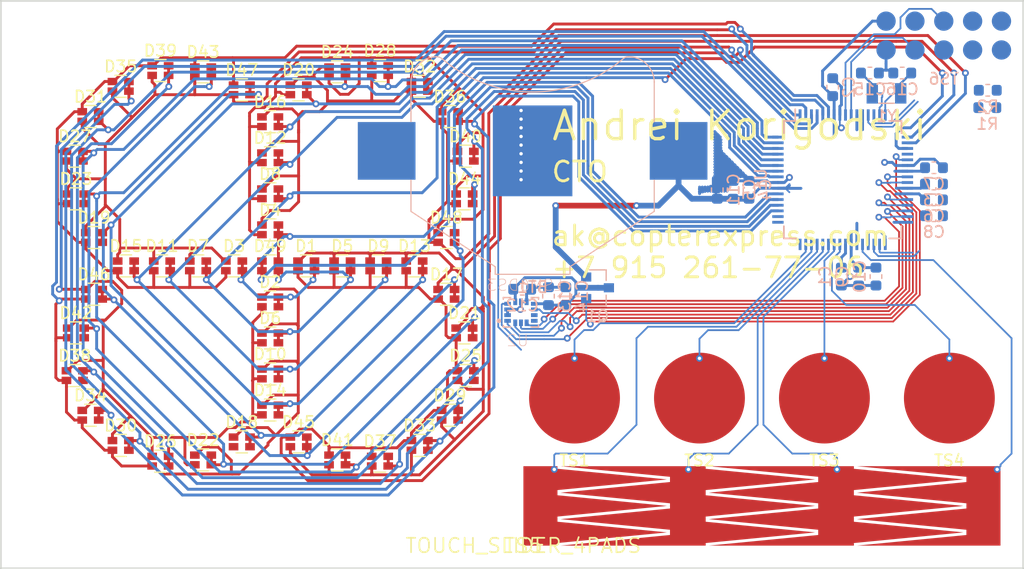
<source format=kicad_pcb>
(kicad_pcb (version 20171130) (host pcbnew 5.0.2+dfsg1-1~bpo9+1)
  (layers (0 F.Cu signal) (31 B.Cu signal) (34 B.Paste user hide) (35 F.Paste user hide) (36 B.SilkS user hide) (37 F.SilkS user) (38 B.Mask user) (39 F.Mask user) (44 Edge.Cuts user))
  (net 0 "")
  (net 1 LED_K0)
  (net 2 LED_K1)
  (net 3 LED_A0)
  (net 4 LED_K3)
  (net 5 LED_K2)
  (net 6 LED_K4)
  (net 7 LED_K5)
  (net 8 LED_K7)
  (net 9 LED_K6)
  (net 10 LED_K8)
  (net 11 LED_A1)
  (net 12 LED_A2)
  (net 13 LED_A3)
  (net 14 LED_A4)
  (net 15 LED_A5)
  (net 16 LED_A6)
  (net 17 LED_A7)
  (net 18 LED_A8)
  (net 19 VDD)
  (net 20 GND)
  (net 21 N$7)
  (net 22 N$6)
  (net 23 N$13)
  (net 24 N$14)
  (net 25 N$5)
  (net 26 N$19)
  (net 27 N$20)
  (net 28 N$16)
  (net 29 N$15)
  (net 30 N$17)
  (net 31 N$18)
  (net 32 N$12)
  (net 33 N$11)
  (net 34 TOUCH_PAD0)
  (net 35 N$1)
  (net 36 TOUCH_PAD1)
  (net 37 TOUCH_PAD2)
  (net 38 TOUCH_PAD3)
  (net 39 N$21)
  (net 40 N$22)
  (net 41 N$23)
  (net 42 N$8)
  (net 43 N$10)
  (net 44 N$9)
  (net 45 LED_K9)
  (net 46 LED_K10)
  (net 47 LED_K11)
  (net 48 N$4)
  (net 49 LFXTAL_P)
  (net 50 LFXTAL_N)
  (net 51 IMU_VDD)
  (net 52 N$24)
  (module footprints:LED_DUAL_0606 (layer F.Cu) (at 126.884 103.351)
    (fp_text reference D1 (at 0 -1.75) (layer F.SilkS))
    (fp_text value LED_Dual_AACC)
    (pad 3 smd rect (at 0.725 -0.425) (size 0.85 0.65) (layers F.Cu F.Paste F.Mask) (net 1 LED_K0))
    (pad 4 smd rect (at 0.725 0.425) (size 0.85 0.65) (layers F.Cu F.Paste F.Mask) (net 1 LED_K0))
    (pad 2 smd rect (at -0.725 0.425) (size 0.85 0.65) (layers F.Cu F.Paste F.Mask) (net 11 LED_A1))
    (pad 1 smd rect (at -0.725 -0.425) (size 0.85 0.65) (layers F.Cu F.Paste F.Mask) (net 3 LED_A0))
  )
  (module footprints:LED_DUAL_0606 (layer F.Cu) (at 123.709 106.526)
    (fp_text reference D2 (at 0 -1.75) (layer F.SilkS))
    (fp_text value LED_Dual_AACC)
    (pad 3 smd rect (at 0.725 -0.425) (size 0.85 0.65) (layers F.Cu F.Paste F.Mask) (net 1 LED_K0))
    (pad 4 smd rect (at 0.725 0.425) (size 0.85 0.65) (layers F.Cu F.Paste F.Mask) (net 1 LED_K0))
    (pad 2 smd rect (at -0.725 0.425) (size 0.85 0.65) (layers F.Cu F.Paste F.Mask) (net 13 LED_A3))
    (pad 1 smd rect (at -0.725 -0.425) (size 0.85 0.65) (layers F.Cu F.Paste F.Mask) (net 12 LED_A2))
  )
  (module footprints:LED_DUAL_0606 (layer F.Cu) (at 120.534 103.351)
    (fp_text reference D3 (at 0 -1.75) (layer F.SilkS))
    (fp_text value LED_Dual_AACC)
    (pad 3 smd rect (at 0.725 -0.425) (size 0.85 0.65) (layers F.Cu F.Paste F.Mask) (net 1 LED_K0))
    (pad 4 smd rect (at 0.725 0.425) (size 0.85 0.65) (layers F.Cu F.Paste F.Mask) (net 1 LED_K0))
    (pad 2 smd rect (at -0.725 0.425) (size 0.85 0.65) (layers F.Cu F.Paste F.Mask) (net 15 LED_A5))
    (pad 1 smd rect (at -0.725 -0.425) (size 0.85 0.65) (layers F.Cu F.Paste F.Mask) (net 14 LED_A4))
  )
  (module footprints:LED_DUAL_0606 (layer F.Cu) (at 123.709 100.176)
    (fp_text reference D4 (at 0 -1.75) (layer F.SilkS))
    (fp_text value LED_Dual_AACC)
    (pad 3 smd rect (at 0.725 -0.425) (size 0.85 0.65) (layers F.Cu F.Paste F.Mask) (net 1 LED_K0))
    (pad 4 smd rect (at 0.725 0.425) (size 0.85 0.65) (layers F.Cu F.Paste F.Mask) (net 1 LED_K0))
    (pad 2 smd rect (at -0.725 0.425) (size 0.85 0.65) (layers F.Cu F.Paste F.Mask) (net 17 LED_A7))
    (pad 1 smd rect (at -0.725 -0.425) (size 0.85 0.65) (layers F.Cu F.Paste F.Mask) (net 16 LED_A6))
  )
  (module footprints:LED_DUAL_0606 (layer F.Cu) (at 130.059 103.351)
    (fp_text reference D5 (at 0 -1.75) (layer F.SilkS))
    (fp_text value LED_Dual_AACC)
    (pad 3 smd rect (at 0.725 -0.425) (size 0.85 0.65) (layers F.Cu F.Paste F.Mask) (net 2 LED_K1))
    (pad 4 smd rect (at 0.725 0.425) (size 0.85 0.65) (layers F.Cu F.Paste F.Mask) (net 2 LED_K1))
    (pad 2 smd rect (at -0.725 0.425) (size 0.85 0.65) (layers F.Cu F.Paste F.Mask) (net 11 LED_A1))
    (pad 1 smd rect (at -0.725 -0.425) (size 0.85 0.65) (layers F.Cu F.Paste F.Mask) (net 3 LED_A0))
  )
  (module footprints:LED_DUAL_0606 (layer F.Cu) (at 123.709 109.701)
    (fp_text reference D6 (at 0 -1.75) (layer F.SilkS))
    (fp_text value LED_Dual_AACC)
    (pad 3 smd rect (at 0.725 -0.425) (size 0.85 0.65) (layers F.Cu F.Paste F.Mask) (net 2 LED_K1))
    (pad 4 smd rect (at 0.725 0.425) (size 0.85 0.65) (layers F.Cu F.Paste F.Mask) (net 2 LED_K1))
    (pad 2 smd rect (at -0.725 0.425) (size 0.85 0.65) (layers F.Cu F.Paste F.Mask) (net 13 LED_A3))
    (pad 1 smd rect (at -0.725 -0.425) (size 0.85 0.65) (layers F.Cu F.Paste F.Mask) (net 12 LED_A2))
  )
  (module footprints:LED_DUAL_0606 (layer F.Cu) (at 117.359 103.351)
    (fp_text reference D7 (at 0 -1.75) (layer F.SilkS))
    (fp_text value LED_Dual_AACC)
    (pad 3 smd rect (at 0.725 -0.425) (size 0.85 0.65) (layers F.Cu F.Paste F.Mask) (net 2 LED_K1))
    (pad 4 smd rect (at 0.725 0.425) (size 0.85 0.65) (layers F.Cu F.Paste F.Mask) (net 2 LED_K1))
    (pad 2 smd rect (at -0.725 0.425) (size 0.85 0.65) (layers F.Cu F.Paste F.Mask) (net 15 LED_A5))
    (pad 1 smd rect (at -0.725 -0.425) (size 0.85 0.65) (layers F.Cu F.Paste F.Mask) (net 14 LED_A4))
  )
  (module footprints:LED_DUAL_0606 (layer F.Cu) (at 123.709 97.001)
    (fp_text reference D8 (at 0 -1.75) (layer F.SilkS))
    (fp_text value LED_Dual_AACC)
    (pad 3 smd rect (at 0.725 -0.425) (size 0.85 0.65) (layers F.Cu F.Paste F.Mask) (net 2 LED_K1))
    (pad 4 smd rect (at 0.725 0.425) (size 0.85 0.65) (layers F.Cu F.Paste F.Mask) (net 2 LED_K1))
    (pad 2 smd rect (at -0.725 0.425) (size 0.85 0.65) (layers F.Cu F.Paste F.Mask) (net 17 LED_A7))
    (pad 1 smd rect (at -0.725 -0.425) (size 0.85 0.65) (layers F.Cu F.Paste F.Mask) (net 16 LED_A6))
  )
  (module footprints:LED_DUAL_0606 (layer F.Cu) (at 133.234 103.351)
    (fp_text reference D9 (at 0 -1.75) (layer F.SilkS))
    (fp_text value LED_Dual_AACC)
    (pad 3 smd rect (at 0.725 -0.425) (size 0.85 0.65) (layers F.Cu F.Paste F.Mask) (net 5 LED_K2))
    (pad 4 smd rect (at 0.725 0.425) (size 0.85 0.65) (layers F.Cu F.Paste F.Mask) (net 5 LED_K2))
    (pad 2 smd rect (at -0.725 0.425) (size 0.85 0.65) (layers F.Cu F.Paste F.Mask) (net 11 LED_A1))
    (pad 1 smd rect (at -0.725 -0.425) (size 0.85 0.65) (layers F.Cu F.Paste F.Mask) (net 3 LED_A0))
  )
  (module footprints:LED_DUAL_0606 (layer F.Cu) (at 123.709 112.875999)
    (fp_text reference D10 (at 0 -1.75) (layer F.SilkS))
    (fp_text value LED_Dual_AACC)
    (pad 3 smd rect (at 0.725 -0.425) (size 0.85 0.65) (layers F.Cu F.Paste F.Mask) (net 5 LED_K2))
    (pad 4 smd rect (at 0.725 0.425) (size 0.85 0.65) (layers F.Cu F.Paste F.Mask) (net 5 LED_K2))
    (pad 2 smd rect (at -0.725 0.425) (size 0.85 0.65) (layers F.Cu F.Paste F.Mask) (net 13 LED_A3))
    (pad 1 smd rect (at -0.725 -0.425) (size 0.85 0.65) (layers F.Cu F.Paste F.Mask) (net 12 LED_A2))
  )
  (module footprints:LED_DUAL_0606 (layer F.Cu) (at 114.184 103.351)
    (fp_text reference D11 (at 0 -1.75) (layer F.SilkS))
    (fp_text value LED_Dual_AACC)
    (pad 3 smd rect (at 0.725 -0.425) (size 0.85 0.65) (layers F.Cu F.Paste F.Mask) (net 5 LED_K2))
    (pad 4 smd rect (at 0.725 0.425) (size 0.85 0.65) (layers F.Cu F.Paste F.Mask) (net 5 LED_K2))
    (pad 2 smd rect (at -0.725 0.425) (size 0.85 0.65) (layers F.Cu F.Paste F.Mask) (net 15 LED_A5))
    (pad 1 smd rect (at -0.725 -0.425) (size 0.85 0.65) (layers F.Cu F.Paste F.Mask) (net 14 LED_A4))
  )
  (module footprints:LED_DUAL_0606 (layer F.Cu) (at 123.709 93.826)
    (fp_text reference D12 (at 0 -1.75) (layer F.SilkS))
    (fp_text value LED_Dual_AACC)
    (pad 3 smd rect (at 0.725 -0.425) (size 0.85 0.65) (layers F.Cu F.Paste F.Mask) (net 5 LED_K2))
    (pad 4 smd rect (at 0.725 0.425) (size 0.85 0.65) (layers F.Cu F.Paste F.Mask) (net 5 LED_K2))
    (pad 2 smd rect (at -0.725 0.425) (size 0.85 0.65) (layers F.Cu F.Paste F.Mask) (net 17 LED_A7))
    (pad 1 smd rect (at -0.725 -0.425) (size 0.85 0.65) (layers F.Cu F.Paste F.Mask) (net 16 LED_A6))
  )
  (module footprints:LED_DUAL_0606 (layer F.Cu) (at 136.409 103.351)
    (fp_text reference D13 (at 0 -1.75) (layer F.SilkS))
    (fp_text value LED_Dual_AACC)
    (pad 3 smd rect (at 0.725 -0.425) (size 0.85 0.65) (layers F.Cu F.Paste F.Mask) (net 4 LED_K3))
    (pad 4 smd rect (at 0.725 0.425) (size 0.85 0.65) (layers F.Cu F.Paste F.Mask) (net 4 LED_K3))
    (pad 2 smd rect (at -0.725 0.425) (size 0.85 0.65) (layers F.Cu F.Paste F.Mask) (net 11 LED_A1))
    (pad 1 smd rect (at -0.725 -0.425) (size 0.85 0.65) (layers F.Cu F.Paste F.Mask) (net 3 LED_A0))
  )
  (module footprints:LED_DUAL_0606 (layer F.Cu) (at 123.709 116.051)
    (fp_text reference D14 (at 0 -1.75) (layer F.SilkS))
    (fp_text value LED_Dual_AACC)
    (pad 3 smd rect (at 0.725 -0.425) (size 0.85 0.65) (layers F.Cu F.Paste F.Mask) (net 4 LED_K3))
    (pad 4 smd rect (at 0.725 0.425) (size 0.85 0.65) (layers F.Cu F.Paste F.Mask) (net 4 LED_K3))
    (pad 2 smd rect (at -0.725 0.425) (size 0.85 0.65) (layers F.Cu F.Paste F.Mask) (net 13 LED_A3))
    (pad 1 smd rect (at -0.725 -0.425) (size 0.85 0.65) (layers F.Cu F.Paste F.Mask) (net 12 LED_A2))
  )
  (module footprints:LED_DUAL_0606 (layer F.Cu) (at 111.009 103.351)
    (fp_text reference D15 (at 0 -1.75) (layer F.SilkS))
    (fp_text value LED_Dual_AACC)
    (pad 3 smd rect (at 0.725 -0.425) (size 0.85 0.65) (layers F.Cu F.Paste F.Mask) (net 4 LED_K3))
    (pad 4 smd rect (at 0.725 0.425) (size 0.85 0.65) (layers F.Cu F.Paste F.Mask) (net 4 LED_K3))
    (pad 2 smd rect (at -0.725 0.425) (size 0.85 0.65) (layers F.Cu F.Paste F.Mask) (net 15 LED_A5))
    (pad 1 smd rect (at -0.725 -0.425) (size 0.85 0.65) (layers F.Cu F.Paste F.Mask) (net 14 LED_A4))
  )
  (module footprints:LED_DUAL_0606 (layer F.Cu) (at 123.709 90.651)
    (fp_text reference D16 (at 0 -1.75) (layer F.SilkS))
    (fp_text value LED_Dual_AACC)
    (pad 3 smd rect (at 0.725 -0.425) (size 0.85 0.65) (layers F.Cu F.Paste F.Mask) (net 4 LED_K3))
    (pad 4 smd rect (at 0.725 0.425) (size 0.85 0.65) (layers F.Cu F.Paste F.Mask) (net 4 LED_K3))
    (pad 2 smd rect (at -0.725 0.425) (size 0.85 0.65) (layers F.Cu F.Paste F.Mask) (net 17 LED_A7))
    (pad 1 smd rect (at -0.725 -0.425) (size 0.85 0.65) (layers F.Cu F.Paste F.Mask) (net 16 LED_A6))
  )
  (module footprints:LED_DUAL_0606 (layer F.Cu) (at 139.217852 105.850666)
    (fp_text reference D17 (at 0 -1.75) (layer F.SilkS))
    (fp_text value LED_Dual_AACC)
    (pad 3 smd rect (at 0.725 -0.425) (size 0.85 0.65) (layers F.Cu F.Paste F.Mask) (net 6 LED_K4))
    (pad 4 smd rect (at 0.725 0.425) (size 0.85 0.65) (layers F.Cu F.Paste F.Mask) (net 6 LED_K4))
    (pad 2 smd rect (at -0.725 0.425) (size 0.85 0.65) (layers F.Cu F.Paste F.Mask) (net 11 LED_A1))
    (pad 1 smd rect (at -0.725 -0.425) (size 0.85 0.65) (layers F.Cu F.Paste F.Mask) (net 3 LED_A0))
  )
  (module footprints:LED_DUAL_0606 (layer F.Cu) (at 121.209333 118.859852)
    (fp_text reference D18 (at 0 -1.75) (layer F.SilkS))
    (fp_text value LED_Dual_AACC)
    (pad 3 smd rect (at 0.725 -0.425) (size 0.85 0.65) (layers F.Cu F.Paste F.Mask) (net 6 LED_K4))
    (pad 4 smd rect (at 0.725 0.425) (size 0.85 0.65) (layers F.Cu F.Paste F.Mask) (net 6 LED_K4))
    (pad 2 smd rect (at -0.725 0.425) (size 0.85 0.65) (layers F.Cu F.Paste F.Mask) (net 13 LED_A3))
    (pad 1 smd rect (at -0.725 -0.425) (size 0.85 0.65) (layers F.Cu F.Paste F.Mask) (net 12 LED_A2))
  )
  (module footprints:LED_DUAL_0606 (layer F.Cu) (at 108.200147 100.851333)
    (fp_text reference D19 (at 0 -1.75) (layer F.SilkS))
    (fp_text value LED_Dual_AACC)
    (pad 3 smd rect (at 0.725 -0.425) (size 0.85 0.65) (layers F.Cu F.Paste F.Mask) (net 6 LED_K4))
    (pad 4 smd rect (at 0.725 0.425) (size 0.85 0.65) (layers F.Cu F.Paste F.Mask) (net 6 LED_K4))
    (pad 2 smd rect (at -0.725 0.425) (size 0.85 0.65) (layers F.Cu F.Paste F.Mask) (net 15 LED_A5))
    (pad 1 smd rect (at -0.725 -0.425) (size 0.85 0.65) (layers F.Cu F.Paste F.Mask) (net 14 LED_A4))
  )
  (module footprints:LED_DUAL_0606 (layer F.Cu) (at 126.208666 87.842147)
    (fp_text reference D20 (at 0 -1.75) (layer F.SilkS))
    (fp_text value LED_Dual_AACC)
    (pad 3 smd rect (at 0.725 -0.425) (size 0.85 0.65) (layers F.Cu F.Paste F.Mask) (net 6 LED_K4))
    (pad 4 smd rect (at 0.725 0.425) (size 0.85 0.65) (layers F.Cu F.Paste F.Mask) (net 6 LED_K4))
    (pad 2 smd rect (at -0.725 0.425) (size 0.85 0.65) (layers F.Cu F.Paste F.Mask) (net 17 LED_A7))
    (pad 1 smd rect (at -0.725 -0.425) (size 0.85 0.65) (layers F.Cu F.Paste F.Mask) (net 16 LED_A6))
  )
  (module footprints:LED_DUAL_0606 (layer F.Cu) (at 140.806919 109.258431)
    (fp_text reference D21 (at 0 -1.75) (layer F.SilkS))
    (fp_text value LED_Dual_AACC)
    (pad 3 smd rect (at 0.725 -0.425) (size 0.85 0.65) (layers F.Cu F.Paste F.Mask) (net 7 LED_K5))
    (pad 4 smd rect (at 0.725 0.425) (size 0.85 0.65) (layers F.Cu F.Paste F.Mask) (net 7 LED_K5))
    (pad 2 smd rect (at -0.725 0.425) (size 0.85 0.65) (layers F.Cu F.Paste F.Mask) (net 11 LED_A1))
    (pad 1 smd rect (at -0.725 -0.425) (size 0.85 0.65) (layers F.Cu F.Paste F.Mask) (net 3 LED_A0))
  )
  (module footprints:LED_DUAL_0606 (layer F.Cu) (at 117.801568 120.448919)
    (fp_text reference D22 (at 0 -1.75) (layer F.SilkS))
    (fp_text value LED_Dual_AACC)
    (pad 3 smd rect (at 0.725 -0.425) (size 0.85 0.65) (layers F.Cu F.Paste F.Mask) (net 7 LED_K5))
    (pad 4 smd rect (at 0.725 0.425) (size 0.85 0.65) (layers F.Cu F.Paste F.Mask) (net 7 LED_K5))
    (pad 2 smd rect (at -0.725 0.425) (size 0.85 0.65) (layers F.Cu F.Paste F.Mask) (net 13 LED_A3))
    (pad 1 smd rect (at -0.725 -0.425) (size 0.85 0.65) (layers F.Cu F.Paste F.Mask) (net 12 LED_A2))
  )
  (module footprints:LED_DUAL_0606 (layer F.Cu) (at 106.61108 97.443568)
    (fp_text reference D23 (at 0 -1.75) (layer F.SilkS))
    (fp_text value LED_Dual_AACC)
    (pad 3 smd rect (at 0.725 -0.425) (size 0.85 0.65) (layers F.Cu F.Paste F.Mask) (net 7 LED_K5))
    (pad 4 smd rect (at 0.725 0.425) (size 0.85 0.65) (layers F.Cu F.Paste F.Mask) (net 7 LED_K5))
    (pad 2 smd rect (at -0.725 0.425) (size 0.85 0.65) (layers F.Cu F.Paste F.Mask) (net 15 LED_A5))
    (pad 1 smd rect (at -0.725 -0.425) (size 0.85 0.65) (layers F.Cu F.Paste F.Mask) (net 14 LED_A4))
  )
  (module footprints:LED_DUAL_0606 (layer F.Cu) (at 129.616431 86.25308)
    (fp_text reference D24 (at 0 -1.75) (layer F.SilkS))
    (fp_text value LED_Dual_AACC)
    (pad 3 smd rect (at 0.725 -0.425) (size 0.85 0.65) (layers F.Cu F.Paste F.Mask) (net 7 LED_K5))
    (pad 4 smd rect (at 0.725 0.425) (size 0.85 0.65) (layers F.Cu F.Paste F.Mask) (net 7 LED_K5))
    (pad 2 smd rect (at -0.725 0.425) (size 0.85 0.65) (layers F.Cu F.Paste F.Mask) (net 17 LED_A7))
    (pad 1 smd rect (at -0.725 -0.425) (size 0.85 0.65) (layers F.Cu F.Paste F.Mask) (net 16 LED_A6))
  )
  (module footprints:LED_DUAL_0606 (layer F.Cu) (at 140.916279 113.016892)
    (fp_text reference D25 (at 0 -1.75) (layer F.SilkS))
    (fp_text value LED_Dual_AACC)
    (pad 3 smd rect (at 0.725 -0.425) (size 0.85 0.65) (layers F.Cu F.Paste F.Mask) (net 9 LED_K6))
    (pad 4 smd rect (at 0.725 0.425) (size 0.85 0.65) (layers F.Cu F.Paste F.Mask) (net 9 LED_K6))
    (pad 2 smd rect (at -0.725 0.425) (size 0.85 0.65) (layers F.Cu F.Paste F.Mask) (net 3 LED_A0))
    (pad 1 smd rect (at -0.725 -0.425) (size 0.85 0.65) (layers F.Cu F.Paste F.Mask) (net 11 LED_A1))
  )
  (module footprints:LED_DUAL_0606 (layer F.Cu) (at 114.043107 120.558279)
    (fp_text reference D26 (at 0 -1.75) (layer F.SilkS))
    (fp_text value LED_Dual_AACC)
    (pad 3 smd rect (at 0.725 -0.425) (size 0.85 0.65) (layers F.Cu F.Paste F.Mask) (net 9 LED_K6))
    (pad 4 smd rect (at 0.725 0.425) (size 0.85 0.65) (layers F.Cu F.Paste F.Mask) (net 9 LED_K6))
    (pad 2 smd rect (at -0.725 0.425) (size 0.85 0.65) (layers F.Cu F.Paste F.Mask) (net 12 LED_A2))
    (pad 1 smd rect (at -0.725 -0.425) (size 0.85 0.65) (layers F.Cu F.Paste F.Mask) (net 13 LED_A3))
  )
  (module footprints:LED_DUAL_0606 (layer F.Cu) (at 106.50172 93.685107)
    (fp_text reference D27 (at 0 -1.75) (layer F.SilkS))
    (fp_text value LED_Dual_AACC)
    (pad 3 smd rect (at 0.725 -0.425) (size 0.85 0.65) (layers F.Cu F.Paste F.Mask) (net 9 LED_K6))
    (pad 4 smd rect (at 0.725 0.425) (size 0.85 0.65) (layers F.Cu F.Paste F.Mask) (net 9 LED_K6))
    (pad 2 smd rect (at -0.725 0.425) (size 0.85 0.65) (layers F.Cu F.Paste F.Mask) (net 14 LED_A4))
    (pad 1 smd rect (at -0.725 -0.425) (size 0.85 0.65) (layers F.Cu F.Paste F.Mask) (net 15 LED_A5))
  )
  (module footprints:LED_DUAL_0606 (layer F.Cu) (at 133.374892 86.14372)
    (fp_text reference D28 (at 0 -1.75) (layer F.SilkS))
    (fp_text value LED_Dual_AACC)
    (pad 3 smd rect (at 0.725 -0.425) (size 0.85 0.65) (layers F.Cu F.Paste F.Mask) (net 9 LED_K6))
    (pad 4 smd rect (at 0.725 0.425) (size 0.85 0.65) (layers F.Cu F.Paste F.Mask) (net 9 LED_K6))
    (pad 2 smd rect (at -0.725 0.425) (size 0.85 0.65) (layers F.Cu F.Paste F.Mask) (net 16 LED_A6))
    (pad 1 smd rect (at -0.725 -0.425) (size 0.85 0.65) (layers F.Cu F.Paste F.Mask) (net 17 LED_A7))
  )
  (module footprints:LED_DUAL_0606 (layer F.Cu) (at 139.528045 116.511287)
    (fp_text reference D29 (at 0 -1.75) (layer F.SilkS))
    (fp_text value LED_Dual_AACC)
    (pad 3 smd rect (at 0.725 -0.425) (size 0.85 0.65) (layers F.Cu F.Paste F.Mask) (net 8 LED_K7))
    (pad 4 smd rect (at 0.725 0.425) (size 0.85 0.65) (layers F.Cu F.Paste F.Mask) (net 8 LED_K7))
    (pad 2 smd rect (at -0.725 0.425) (size 0.85 0.65) (layers F.Cu F.Paste F.Mask) (net 3 LED_A0))
    (pad 1 smd rect (at -0.725 -0.425) (size 0.85 0.65) (layers F.Cu F.Paste F.Mask) (net 11 LED_A1))
  )
  (module footprints:LED_DUAL_0606 (layer F.Cu) (at 110.548712 119.170045)
    (fp_text reference D30 (at 0 -1.75) (layer F.SilkS))
    (fp_text value LED_Dual_AACC)
    (pad 3 smd rect (at 0.725 -0.425) (size 0.85 0.65) (layers F.Cu F.Paste F.Mask) (net 8 LED_K7))
    (pad 4 smd rect (at 0.725 0.425) (size 0.85 0.65) (layers F.Cu F.Paste F.Mask) (net 8 LED_K7))
    (pad 2 smd rect (at -0.725 0.425) (size 0.85 0.65) (layers F.Cu F.Paste F.Mask) (net 12 LED_A2))
    (pad 1 smd rect (at -0.725 -0.425) (size 0.85 0.65) (layers F.Cu F.Paste F.Mask) (net 13 LED_A3))
  )
  (module footprints:LED_DUAL_0606 (layer F.Cu) (at 107.889954 90.190712)
    (fp_text reference D31 (at 0 -1.75) (layer F.SilkS))
    (fp_text value LED_Dual_AACC)
    (pad 3 smd rect (at 0.725 -0.425) (size 0.85 0.65) (layers F.Cu F.Paste F.Mask) (net 8 LED_K7))
    (pad 4 smd rect (at 0.725 0.425) (size 0.85 0.65) (layers F.Cu F.Paste F.Mask) (net 8 LED_K7))
    (pad 2 smd rect (at -0.725 0.425) (size 0.85 0.65) (layers F.Cu F.Paste F.Mask) (net 14 LED_A4))
    (pad 1 smd rect (at -0.725 -0.425) (size 0.85 0.65) (layers F.Cu F.Paste F.Mask) (net 15 LED_A5))
  )
  (module footprints:LED_DUAL_0606 (layer F.Cu) (at 136.869287 87.531954)
    (fp_text reference D32 (at 0 -1.75) (layer F.SilkS))
    (fp_text value LED_Dual_AACC)
    (pad 3 smd rect (at 0.725 -0.425) (size 0.85 0.65) (layers F.Cu F.Paste F.Mask) (net 8 LED_K7))
    (pad 4 smd rect (at 0.725 0.425) (size 0.85 0.65) (layers F.Cu F.Paste F.Mask) (net 8 LED_K7))
    (pad 2 smd rect (at -0.725 0.425) (size 0.85 0.65) (layers F.Cu F.Paste F.Mask) (net 16 LED_A6))
    (pad 1 smd rect (at -0.725 -0.425) (size 0.85 0.65) (layers F.Cu F.Paste F.Mask) (net 17 LED_A7))
  )
  (module footprints:LED_DUAL_0606 (layer F.Cu) (at 136.869287 119.170045)
    (fp_text reference D33 (at 0 -1.75) (layer F.SilkS))
    (fp_text value LED_Dual_AACC)
    (pad 3 smd rect (at 0.725 -0.425) (size 0.85 0.65) (layers F.Cu F.Paste F.Mask) (net 10 LED_K8))
    (pad 4 smd rect (at 0.725 0.425) (size 0.85 0.65) (layers F.Cu F.Paste F.Mask) (net 10 LED_K8))
    (pad 2 smd rect (at -0.725 0.425) (size 0.85 0.65) (layers F.Cu F.Paste F.Mask) (net 3 LED_A0))
    (pad 1 smd rect (at -0.725 -0.425) (size 0.85 0.65) (layers F.Cu F.Paste F.Mask) (net 11 LED_A1))
  )
  (module footprints:LED_DUAL_0606 (layer F.Cu) (at 107.889954 116.511287)
    (fp_text reference D34 (at 0 -1.75) (layer F.SilkS))
    (fp_text value LED_Dual_AACC)
    (pad 3 smd rect (at 0.725 -0.425) (size 0.85 0.65) (layers F.Cu F.Paste F.Mask) (net 10 LED_K8))
    (pad 4 smd rect (at 0.725 0.425) (size 0.85 0.65) (layers F.Cu F.Paste F.Mask) (net 10 LED_K8))
    (pad 2 smd rect (at -0.725 0.425) (size 0.85 0.65) (layers F.Cu F.Paste F.Mask) (net 12 LED_A2))
    (pad 1 smd rect (at -0.725 -0.425) (size 0.85 0.65) (layers F.Cu F.Paste F.Mask) (net 13 LED_A3))
  )
  (module footprints:LED_DUAL_0606 (layer F.Cu) (at 110.548712 87.531954)
    (fp_text reference D35 (at 0 -1.75) (layer F.SilkS))
    (fp_text value LED_Dual_AACC)
    (pad 3 smd rect (at 0.725 -0.425) (size 0.85 0.65) (layers F.Cu F.Paste F.Mask) (net 10 LED_K8))
    (pad 4 smd rect (at 0.725 0.425) (size 0.85 0.65) (layers F.Cu F.Paste F.Mask) (net 10 LED_K8))
    (pad 2 smd rect (at -0.725 0.425) (size 0.85 0.65) (layers F.Cu F.Paste F.Mask) (net 14 LED_A4))
    (pad 1 smd rect (at -0.725 -0.425) (size 0.85 0.65) (layers F.Cu F.Paste F.Mask) (net 15 LED_A5))
  )
  (module footprints:LED_DUAL_0606 (layer F.Cu) (at 139.528045 90.190712)
    (fp_text reference D36 (at 0 -1.75) (layer F.SilkS))
    (fp_text value LED_Dual_AACC)
    (pad 3 smd rect (at 0.725 -0.425) (size 0.85 0.65) (layers F.Cu F.Paste F.Mask) (net 10 LED_K8))
    (pad 4 smd rect (at 0.725 0.425) (size 0.85 0.65) (layers F.Cu F.Paste F.Mask) (net 10 LED_K8))
    (pad 2 smd rect (at -0.725 0.425) (size 0.85 0.65) (layers F.Cu F.Paste F.Mask) (net 16 LED_A6))
    (pad 1 smd rect (at -0.725 -0.425) (size 0.85 0.65) (layers F.Cu F.Paste F.Mask) (net 17 LED_A7))
  )
  (module footprints:LED_DUAL_0606 (layer F.Cu) (at 133.374892 120.558279)
    (fp_text reference D37 (at 0 -1.75) (layer F.SilkS))
    (fp_text value LED_Dual_AACC)
    (pad 3 smd rect (at 0.725 -0.425) (size 0.85 0.65) (layers F.Cu F.Paste F.Mask) (net 45 LED_K9))
    (pad 4 smd rect (at 0.725 0.425) (size 0.85 0.65) (layers F.Cu F.Paste F.Mask) (net 45 LED_K9))
    (pad 2 smd rect (at -0.725 0.425) (size 0.85 0.65) (layers F.Cu F.Paste F.Mask) (net 3 LED_A0))
    (pad 1 smd rect (at -0.725 -0.425) (size 0.85 0.65) (layers F.Cu F.Paste F.Mask) (net 11 LED_A1))
  )
  (module footprints:LED_DUAL_0606 (layer F.Cu) (at 106.50172 113.016892)
    (fp_text reference D38 (at 0 -1.75) (layer F.SilkS))
    (fp_text value LED_Dual_AACC)
    (pad 3 smd rect (at 0.725 -0.425) (size 0.85 0.65) (layers F.Cu F.Paste F.Mask) (net 45 LED_K9))
    (pad 4 smd rect (at 0.725 0.425) (size 0.85 0.65) (layers F.Cu F.Paste F.Mask) (net 45 LED_K9))
    (pad 2 smd rect (at -0.725 0.425) (size 0.85 0.65) (layers F.Cu F.Paste F.Mask) (net 12 LED_A2))
    (pad 1 smd rect (at -0.725 -0.425) (size 0.85 0.65) (layers F.Cu F.Paste F.Mask) (net 13 LED_A3))
  )
  (module footprints:LED_DUAL_0606 (layer F.Cu) (at 114.043107 86.14372)
    (fp_text reference D39 (at 0 -1.75) (layer F.SilkS))
    (fp_text value LED_Dual_AACC)
    (pad 3 smd rect (at 0.725 -0.425) (size 0.85 0.65) (layers F.Cu F.Paste F.Mask) (net 45 LED_K9))
    (pad 4 smd rect (at 0.725 0.425) (size 0.85 0.65) (layers F.Cu F.Paste F.Mask) (net 45 LED_K9))
    (pad 2 smd rect (at -0.725 0.425) (size 0.85 0.65) (layers F.Cu F.Paste F.Mask) (net 14 LED_A4))
    (pad 1 smd rect (at -0.725 -0.425) (size 0.85 0.65) (layers F.Cu F.Paste F.Mask) (net 15 LED_A5))
  )
  (module footprints:LED_DUAL_0606 (layer F.Cu) (at 140.916279 93.685107)
    (fp_text reference D40 (at 0 -1.75) (layer F.SilkS))
    (fp_text value LED_Dual_AACC)
    (pad 3 smd rect (at 0.725 -0.425) (size 0.85 0.65) (layers F.Cu F.Paste F.Mask) (net 45 LED_K9))
    (pad 4 smd rect (at 0.725 0.425) (size 0.85 0.65) (layers F.Cu F.Paste F.Mask) (net 45 LED_K9))
    (pad 2 smd rect (at -0.725 0.425) (size 0.85 0.65) (layers F.Cu F.Paste F.Mask) (net 16 LED_A6))
    (pad 1 smd rect (at -0.725 -0.425) (size 0.85 0.65) (layers F.Cu F.Paste F.Mask) (net 17 LED_A7))
  )
  (module footprints:LED_DUAL_0606 (layer F.Cu) (at 129.616431 120.448919)
    (fp_text reference D41 (at 0 -1.75) (layer F.SilkS))
    (fp_text value LED_Dual_AACC)
    (pad 3 smd rect (at 0.725 -0.425) (size 0.85 0.65) (layers F.Cu F.Paste F.Mask) (net 46 LED_K10))
    (pad 4 smd rect (at 0.725 0.425) (size 0.85 0.65) (layers F.Cu F.Paste F.Mask) (net 46 LED_K10))
    (pad 2 smd rect (at -0.725 0.425) (size 0.85 0.65) (layers F.Cu F.Paste F.Mask) (net 3 LED_A0))
    (pad 1 smd rect (at -0.725 -0.425) (size 0.85 0.65) (layers F.Cu F.Paste F.Mask) (net 11 LED_A1))
  )
  (module footprints:LED_DUAL_0606 (layer F.Cu) (at 106.61108 109.258431)
    (fp_text reference D42 (at 0 -1.75) (layer F.SilkS))
    (fp_text value LED_Dual_AACC)
    (pad 3 smd rect (at 0.725 -0.425) (size 0.85 0.65) (layers F.Cu F.Paste F.Mask) (net 46 LED_K10))
    (pad 4 smd rect (at 0.725 0.425) (size 0.85 0.65) (layers F.Cu F.Paste F.Mask) (net 46 LED_K10))
    (pad 2 smd rect (at -0.725 0.425) (size 0.85 0.65) (layers F.Cu F.Paste F.Mask) (net 12 LED_A2))
    (pad 1 smd rect (at -0.725 -0.425) (size 0.85 0.65) (layers F.Cu F.Paste F.Mask) (net 13 LED_A3))
  )
  (module footprints:LED_DUAL_0606 (layer F.Cu) (at 117.801568 86.25308)
    (fp_text reference D43 (at 0 -1.75) (layer F.SilkS))
    (fp_text value LED_Dual_AACC)
    (pad 3 smd rect (at 0.725 -0.425) (size 0.85 0.65) (layers F.Cu F.Paste F.Mask) (net 46 LED_K10))
    (pad 4 smd rect (at 0.725 0.425) (size 0.85 0.65) (layers F.Cu F.Paste F.Mask) (net 46 LED_K10))
    (pad 2 smd rect (at -0.725 0.425) (size 0.85 0.65) (layers F.Cu F.Paste F.Mask) (net 14 LED_A4))
    (pad 1 smd rect (at -0.725 -0.425) (size 0.85 0.65) (layers F.Cu F.Paste F.Mask) (net 15 LED_A5))
  )
  (module footprints:LED_DUAL_0606 (layer F.Cu) (at 140.806919 97.443568)
    (fp_text reference D44 (at 0 -1.75) (layer F.SilkS))
    (fp_text value LED_Dual_AACC)
    (pad 3 smd rect (at 0.725 -0.425) (size 0.85 0.65) (layers F.Cu F.Paste F.Mask) (net 46 LED_K10))
    (pad 4 smd rect (at 0.725 0.425) (size 0.85 0.65) (layers F.Cu F.Paste F.Mask) (net 46 LED_K10))
    (pad 2 smd rect (at -0.725 0.425) (size 0.85 0.65) (layers F.Cu F.Paste F.Mask) (net 16 LED_A6))
    (pad 1 smd rect (at -0.725 -0.425) (size 0.85 0.65) (layers F.Cu F.Paste F.Mask) (net 17 LED_A7))
  )
  (module footprints:LED_DUAL_0606 (layer F.Cu) (at 126.208666 118.859852)
    (fp_text reference D45 (at 0 -1.75) (layer F.SilkS))
    (fp_text value LED_Dual_AACC)
    (pad 3 smd rect (at 0.725 -0.425) (size 0.85 0.65) (layers F.Cu F.Paste F.Mask) (net 47 LED_K11))
    (pad 4 smd rect (at 0.725 0.425) (size 0.85 0.65) (layers F.Cu F.Paste F.Mask) (net 47 LED_K11))
    (pad 2 smd rect (at -0.725 0.425) (size 0.85 0.65) (layers F.Cu F.Paste F.Mask) (net 3 LED_A0))
    (pad 1 smd rect (at -0.725 -0.425) (size 0.85 0.65) (layers F.Cu F.Paste F.Mask) (net 11 LED_A1))
  )
  (module footprints:LED_DUAL_0606 (layer F.Cu) (at 108.200147 105.850666)
    (fp_text reference D46 (at 0 -1.75) (layer F.SilkS))
    (fp_text value LED_Dual_AACC)
    (pad 3 smd rect (at 0.725 -0.425) (size 0.85 0.65) (layers F.Cu F.Paste F.Mask) (net 47 LED_K11))
    (pad 4 smd rect (at 0.725 0.425) (size 0.85 0.65) (layers F.Cu F.Paste F.Mask) (net 47 LED_K11))
    (pad 2 smd rect (at -0.725 0.425) (size 0.85 0.65) (layers F.Cu F.Paste F.Mask) (net 12 LED_A2))
    (pad 1 smd rect (at -0.725 -0.425) (size 0.85 0.65) (layers F.Cu F.Paste F.Mask) (net 13 LED_A3))
  )
  (module footprints:LED_DUAL_0606 (layer F.Cu) (at 121.209333 87.842147)
    (fp_text reference D47 (at 0 -1.75) (layer F.SilkS))
    (fp_text value LED_Dual_AACC)
    (pad 3 smd rect (at 0.725 -0.425) (size 0.85 0.65) (layers F.Cu F.Paste F.Mask) (net 47 LED_K11))
    (pad 4 smd rect (at 0.725 0.425) (size 0.85 0.65) (layers F.Cu F.Paste F.Mask) (net 47 LED_K11))
    (pad 2 smd rect (at -0.725 0.425) (size 0.85 0.65) (layers F.Cu F.Paste F.Mask) (net 14 LED_A4))
    (pad 1 smd rect (at -0.725 -0.425) (size 0.85 0.65) (layers F.Cu F.Paste F.Mask) (net 15 LED_A5))
  )
  (module footprints:LED_DUAL_0606 (layer F.Cu) (at 139.217852 100.851333)
    (fp_text reference D48 (at 0 -1.75) (layer F.SilkS))
    (fp_text value LED_Dual_AACC)
    (pad 3 smd rect (at 0.725 -0.425) (size 0.85 0.65) (layers F.Cu F.Paste F.Mask) (net 47 LED_K11))
    (pad 4 smd rect (at 0.725 0.425) (size 0.85 0.65) (layers F.Cu F.Paste F.Mask) (net 47 LED_K11))
    (pad 2 smd rect (at -0.725 0.425) (size 0.85 0.65) (layers F.Cu F.Paste F.Mask) (net 16 LED_A6))
    (pad 1 smd rect (at -0.725 -0.425) (size 0.85 0.65) (layers F.Cu F.Paste F.Mask) (net 17 LED_A7))
  )
  (module footprints:LED_DUAL_0606 (layer F.Cu) (at 123.709 103.351)
    (fp_text reference D49 (at 0 -1.75) (layer F.SilkS))
    (fp_text value LED_Dual_AACC)
    (pad 3 smd rect (at 0.725 -0.425) (size 0.85 0.65) (layers F.Cu F.Paste F.Mask) (net 1 LED_K0))
    (pad 4 smd rect (at 0.725 0.425) (size 0.85 0.65) (layers F.Cu F.Paste F.Mask) (net 2 LED_K1))
    (pad 2 smd rect (at -0.725 0.425) (size 0.85 0.65) (layers F.Cu F.Paste F.Mask) (net 18 LED_A8))
    (pad 1 smd rect (at -0.725 -0.425) (size 0.85 0.65) (layers F.Cu F.Paste F.Mask) (net 18 LED_A8))
  )
  (module Resistor_SMD:R_0603_1608Metric (layer B.Cu) (at 186.8425 89.408)
    (fp_text reference R1 (at 0 1.43) (layer B.SilkS) (effects (justify mirror)))
    (fp_text value 0)
    (pad 2 smd roundrect (at 0.7875 0) (size 0.875 0.95) (layers B.Cu B.Paste B.Mask) (net 20 GND))
    (pad 1 smd roundrect (at -0.7875 0) (size 0.875 0.95) (layers B.Cu B.Paste B.Mask) (net 41 N$23))
  )
  (module Package_QFP:LQFP-64_10x10mm_P0.5mm (layer B.Cu) (at 174.10708 95.75756 270)
    (fp_text reference U1 (at 0 7.2 270) (layer B.SilkS) (effects (justify mirror)))
    (fp_text value EFM32LG232F64)
    (pad 64 smd rect (at -3.75 5.7 180) (size 1 0.25) (layers B.Cu B.Paste B.Mask) (net 8 LED_K7))
    (pad 63 smd rect (at -3.25 5.7 180) (size 1 0.25) (layers B.Cu B.Paste B.Mask) (net 9 LED_K6))
    (pad 62 smd rect (at -2.75 5.7 180) (size 1 0.25) (layers B.Cu B.Paste B.Mask) (net 7 LED_K5))
    (pad 61 smd rect (at -2.25 5.7 180) (size 1 0.25) (layers B.Cu B.Paste B.Mask) (net 6 LED_K4))
    (pad 60 smd rect (at -1.75 5.7 180) (size 1 0.25) (layers B.Cu B.Paste B.Mask) (net 4 LED_K3))
    (pad 59 smd rect (at -1.25 5.7 180) (size 1 0.25) (layers B.Cu B.Paste B.Mask) (net 5 LED_K2))
    (pad 58 smd rect (at -0.75 5.7 180) (size 1 0.25) (layers B.Cu B.Paste B.Mask) (net 2 LED_K1))
    (pad 57 smd rect (at -0.25 5.7 180) (size 1 0.25) (layers B.Cu B.Paste B.Mask) (net 1 LED_K0))
    (pad 56 smd rect (at 0.25 5.7 180) (size 1 0.25) (layers B.Cu B.Paste B.Mask) (net 20 GND))
    (pad 55 smd rect (at 0.75 5.7 180) (size 1 0.25) (layers B.Cu B.Paste B.Mask) (net 19 VDD))
    (pad 54 smd rect (at 1.25 5.7 180) (size 1 0.25) (layers B.Cu B.Paste B.Mask) (net 47 LED_K11))
    (pad 53 smd rect (at 1.75 5.7 180) (size 1 0.25) (layers B.Cu B.Paste B.Mask) (net 46 LED_K10))
    (pad 52 smd rect (at 2.25 5.7 180) (size 1 0.25) (layers B.Cu B.Paste B.Mask) (net 45 LED_K9))
    (pad 51 smd rect (at 2.75 5.7 180) (size 1 0.25) (layers B.Cu B.Paste B.Mask) (net 10 LED_K8))
    (pad 50 smd rect (at 3.25 5.7 180) (size 1 0.25) (layers B.Cu B.Paste B.Mask) (net 42 N$8))
    (pad 49 smd rect (at 3.75 5.7 180) (size 1 0.25) (layers B.Cu B.Paste B.Mask) (net 44 N$9))
    (pad 48 smd rect (at 5.7 3.75 270) (size 1 0.25) (layers B.Cu B.Paste B.Mask) (net 21 N$7))
    (pad 47 smd rect (at 5.7 3.25 270) (size 1 0.25) (layers B.Cu B.Paste B.Mask) (net 34 TOUCH_PAD0))
    (pad 46 smd rect (at 5.7 2.75 270) (size 1 0.25) (layers B.Cu B.Paste B.Mask) (net 26 N$19))
    (pad 45 smd rect (at 5.7 2.25 270) (size 1 0.25) (layers B.Cu B.Paste B.Mask) (net 36 TOUCH_PAD1))
    (pad 44 smd rect (at 5.7 1.75 270) (size 1 0.25) (layers B.Cu B.Paste B.Mask) (net 27 N$20))
    (pad 43 smd rect (at 5.7 1.25 270) (size 1 0.25) (layers B.Cu B.Paste B.Mask) (net 39 N$21))
    (pad 42 smd rect (at 5.7 0.75 270) (size 1 0.25) (layers B.Cu B.Paste B.Mask) (net 37 TOUCH_PAD2))
    (pad 41 smd rect (at 5.7 0.25 270) (size 1 0.25) (layers B.Cu B.Paste B.Mask) (net 38 TOUCH_PAD3))
    (pad 40 smd rect (at 5.7 -0.25 270) (size 1 0.25) (layers B.Cu B.Paste B.Mask) (net 35 N$1))
    (pad 39 smd rect (at 5.7 -0.75 270) (size 1 0.25) (layers B.Cu B.Paste B.Mask) (net 19 VDD))
    (pad 38 smd rect (at 5.7 -1.25 270) (size 1 0.25) (layers B.Cu B.Paste B.Mask) (net 19 VDD))
    (pad 37 smd rect (at 5.7 -1.75 270) (size 1 0.25) (layers B.Cu B.Paste B.Mask) (net 40 N$22))
    (pad 36 smd rect (at 5.7 -2.25 270) (size 1 0.25) (layers B.Cu B.Paste B.Mask) (net 19 VDD))
    (pad 35 smd rect (at 5.7 -2.75 270) (size 1 0.25) (layers B.Cu B.Paste B.Mask) (net 43 N$10))
    (pad 34 smd rect (at 5.7 -3.25 270) (size 1 0.25) (layers B.Cu B.Paste B.Mask) (net 33 N$11))
    (pad 33 smd rect (at 5.7 -3.75 270) (size 1 0.25) (layers B.Cu B.Paste B.Mask) (net 19 VDD))
    (pad 32 smd rect (at 3.75 -5.7 180) (size 1 0.25) (layers B.Cu B.Paste B.Mask) (net 19 VDD))
    (pad 31 smd rect (at 3.25 -5.7 180) (size 1 0.25) (layers B.Cu B.Paste B.Mask) (net 28 N$16))
    (pad 30 smd rect (at 2.75 -5.7 180) (size 1 0.25) (layers B.Cu B.Paste B.Mask) (net 29 N$15))
    (pad 29 smd rect (at 2.25 -5.7 180) (size 1 0.25) (layers B.Cu B.Paste B.Mask) (net 23 N$13))
    (pad 28 smd rect (at 1.75 -5.7 180) (size 1 0.25) (layers B.Cu B.Paste B.Mask) (net 24 N$14))
    (pad 27 smd rect (at 1.25 -5.7 180) (size 1 0.25) (layers B.Cu B.Paste B.Mask) (net 19 VDD))
    (pad 26 smd rect (at 0.75 -5.7 180) (size 1 0.25) (layers B.Cu B.Paste B.Mask) (net 19 VDD))
    (pad 25 smd rect (at 0.25 -5.7 180) (size 1 0.25) (layers B.Cu B.Paste B.Mask) (net 31 N$18))
    (pad 24 smd rect (at -0.25 -5.7 180) (size 1 0.25) (layers B.Cu B.Paste B.Mask) (net 30 N$17))
    (pad 23 smd rect (at -0.75 -5.7 180) (size 1 0.25) (layers B.Cu B.Paste B.Mask) (net 19 VDD))
    (pad 22 smd rect (at -1.25 -5.7 180) (size 1 0.25) (layers B.Cu B.Paste B.Mask) (net 20 GND))
    (pad 21 smd rect (at -1.75 -5.7 180) (size 1 0.25) (layers B.Cu B.Paste B.Mask) (net 32 N$12))
    (pad 20 smd rect (at -2.25 -5.7 180) (size 1 0.25) (layers B.Cu B.Paste B.Mask) (net 48 N$4))
    (pad 19 smd rect (at -2.75 -5.7 180) (size 1 0.25) (layers B.Cu B.Paste B.Mask) (net 18 LED_A8))
    (pad 18 smd rect (at -3.25 -5.7 180) (size 1 0.25) (layers B.Cu B.Paste B.Mask) (net 17 LED_A7))
    (pad 17 smd rect (at -3.75 -5.7 180) (size 1 0.25) (layers B.Cu B.Paste B.Mask) (net 16 LED_A6))
    (pad 16 smd rect (at -5.7 -3.75 270) (size 1 0.25) (layers B.Cu B.Paste B.Mask) (net 50 LFXTAL_N))
    (pad 15 smd rect (at -5.7 -3.25 270) (size 1 0.25) (layers B.Cu B.Paste B.Mask) (net 49 LFXTAL_P))
    (pad 14 smd rect (at -5.7 -2.75 270) (size 1 0.25) (layers B.Cu B.Paste B.Mask) (net 52 N$24))
    (pad 13 smd rect (at -5.7 -2.25 270) (size 1 0.25) (layers B.Cu B.Paste B.Mask) (net 41 N$23))
    (pad 12 smd rect (at -5.7 -1.75 270) (size 1 0.25) (layers B.Cu B.Paste B.Mask) (net 19 VDD))
    (pad 11 smd rect (at -5.7 -1.25 270) (size 1 0.25) (layers B.Cu B.Paste B.Mask) (net 19 VDD))
    (pad 10 smd rect (at -5.7 -0.75 270) (size 1 0.25) (layers B.Cu B.Paste B.Mask) (net 25 N$5))
    (pad 9 smd rect (at -5.7 -0.25 270) (size 1 0.25) (layers B.Cu B.Paste B.Mask) (net 22 N$6))
    (pad 8 smd rect (at -5.7 0.25 270) (size 1 0.25) (layers B.Cu B.Paste B.Mask) (net 20 GND))
    (pad 7 smd rect (at -5.7 0.75 270) (size 1 0.25) (layers B.Cu B.Paste B.Mask) (net 19 VDD))
    (pad 6 smd rect (at -5.7 1.25 270) (size 1 0.25) (layers B.Cu B.Paste B.Mask) (net 15 LED_A5))
    (pad 5 smd rect (at -5.7 1.75 270) (size 1 0.25) (layers B.Cu B.Paste B.Mask) (net 14 LED_A4))
    (pad 4 smd rect (at -5.7 2.25 270) (size 1 0.25) (layers B.Cu B.Paste B.Mask) (net 13 LED_A3))
    (pad 3 smd rect (at -5.7 2.75 270) (size 1 0.25) (layers B.Cu B.Paste B.Mask) (net 12 LED_A2))
    (pad 2 smd rect (at -5.7 3.25 270) (size 1 0.25) (layers B.Cu B.Paste B.Mask) (net 11 LED_A1))
    (pad 1 smd rect (at -5.7 3.75 270) (size 1 0.25) (layers B.Cu B.Paste B.Mask) (net 3 LED_A0))
  )
  (module Crystal:Crystal_SMD_3215-2Pin_3.2x1.5mm (layer B.Cu) (at 177.96542 88.1507)
    (fp_text reference Y1 (at 0 2) (layer B.SilkS) (effects (justify mirror)))
    (fp_text value 32768Hz)
    (pad 1 smd rect (at -1.25 0) (size 1 1.8) (layers B.Cu B.Paste B.Mask) (net 49 LFXTAL_P))
    (pad 2 smd rect (at 1.25 0) (size 1 1.8) (layers B.Cu B.Paste B.Mask) (net 50 LFXTAL_N))
  )
  (module Capacitor_SMD:C_0603_1608Metric (layer B.Cu) (at 173.99 104.2925 270)
    (fp_text reference C1 (at 0 1.43 270) (layer B.SilkS) (effects (justify mirror)))
    (fp_text value 1uF)
    (pad 2 smd roundrect (at 0.7875 0 270) (size 0.875 0.95) (layers B.Cu B.Paste B.Mask) (net 20 GND))
    (pad 1 smd roundrect (at -0.7875 0 270) (size 0.875 0.95) (layers B.Cu B.Paste B.Mask) (net 35 N$1))
  )
  (module Capacitor_SMD:C_0603_1608Metric (layer B.Cu) (at 182.1435 96.139)
    (fp_text reference C3 (at 0 1.43) (layer B.SilkS) (effects (justify mirror)))
    (fp_text value 0.1uF)
    (pad 2 smd roundrect (at 0.7875 0) (size 0.875 0.95) (layers B.Cu B.Paste B.Mask) (net 20 GND))
    (pad 1 smd roundrect (at -0.7875 0) (size 0.875 0.95) (layers B.Cu B.Paste B.Mask) (net 19 VDD))
  )
  (module Capacitor_SMD:C_0603_1608Metric (layer B.Cu) (at 165.862 96.647 90)
    (fp_text reference C4 (at 0 1.43 90) (layer B.SilkS) (effects (justify mirror)))
    (fp_text value 0.1uF)
    (pad 2 smd roundrect (at 0.7875 0 90) (size 0.875 0.95) (layers B.Cu B.Paste B.Mask) (net 20 GND))
    (pad 1 smd roundrect (at -0.7875 0 90) (size 0.875 0.95) (layers B.Cu B.Paste B.Mask) (net 19 VDD))
  )
  (module Capacitor_SMD:C_0603_1608Metric (layer B.Cu) (at 164.465 96.647 90)
    (fp_text reference C5 (at 0 1.43 90) (layer B.SilkS) (effects (justify mirror)))
    (fp_text value 10uF)
    (pad 2 smd roundrect (at 0.7875 0 90) (size 0.875 0.95) (layers B.Cu B.Paste B.Mask) (net 20 GND))
    (pad 1 smd roundrect (at -0.7875 0 90) (size 0.875 0.95) (layers B.Cu B.Paste B.Mask) (net 19 VDD))
  )
  (module Capacitor_SMD:C_0603_1608Metric (layer B.Cu) (at 182.1435 97.536)
    (fp_text reference C6 (at 0 1.43) (layer B.SilkS) (effects (justify mirror)))
    (fp_text value 10nF)
    (pad 1 smd roundrect (at -0.7875 0) (size 0.875 0.95) (layers B.Cu B.Paste B.Mask) (net 19 VDD))
    (pad 2 smd roundrect (at 0.7875 0) (size 0.875 0.95) (layers B.Cu B.Paste B.Mask) (net 20 GND))
  )
  (module Capacitor_SMD:C_0603_1608Metric (layer B.Cu) (at 182.1435 94.7039)
    (fp_text reference C7 (at 0 1.43) (layer B.SilkS) (effects (justify mirror)))
    (fp_text value 10nF)
    (pad 2 smd roundrect (at 0.7875 0) (size 0.875 0.95) (layers B.Cu B.Paste B.Mask) (net 20 GND))
    (pad 1 smd roundrect (at -0.7875 0) (size 0.875 0.95) (layers B.Cu B.Paste B.Mask) (net 19 VDD))
  )
  (module Capacitor_SMD:C_0603_1608Metric (layer B.Cu) (at 182.1435 98.933)
    (fp_text reference C8 (at 0 1.43) (layer B.SilkS) (effects (justify mirror)))
    (fp_text value 10uF)
    (pad 2 smd roundrect (at 0.7875 0) (size 0.875 0.95) (layers B.Cu B.Paste B.Mask) (net 20 GND))
    (pad 1 smd roundrect (at -0.7875 0) (size 0.875 0.95) (layers B.Cu B.Paste B.Mask) (net 19 VDD))
  )
  (module Capacitor_SMD:C_0603_1608Metric (layer B.Cu) (at 175.514 104.2925 270)
    (fp_text reference C9 (at 0 1.43 270) (layer B.SilkS) (effects (justify mirror)))
    (fp_text value 0.1uF)
    (pad 2 smd roundrect (at 0.7875 0 270) (size 0.875 0.95) (layers B.Cu B.Paste B.Mask) (net 20 GND))
    (pad 1 smd roundrect (at -0.7875 0 270) (size 0.875 0.95) (layers B.Cu B.Paste B.Mask) (net 19 VDD))
  )
  (module Capacitor_SMD:C_0603_1608Metric (layer B.Cu) (at 177.038 104.2925 270)
    (fp_text reference C10 (at 0 1.43 270) (layer B.SilkS) (effects (justify mirror)))
    (fp_text value 3.3uF)
    (pad 2 smd roundrect (at 0.7875 0 270) (size 0.875 0.95) (layers B.Cu B.Paste B.Mask) (net 20 GND))
    (pad 1 smd roundrect (at -0.7875 0 270) (size 0.875 0.95) (layers B.Cu B.Paste B.Mask) (net 19 VDD))
  )
  (module Capacitor_SMD:C_0603_1608Metric (layer B.Cu) (at 163.068 96.647 90)
    (fp_text reference C11 (at 0 1.43 90) (layer B.SilkS) (effects (justify mirror)))
    (fp_text value 100uF)
    (pad 2 smd roundrect (at 0.7875 0 90) (size 0.875 0.95) (layers B.Cu B.Paste B.Mask) (net 20 GND))
    (pad 1 smd roundrect (at -0.7875 0 90) (size 0.875 0.95) (layers B.Cu B.Paste B.Mask) (net 19 VDD))
  )
  (module Capacitor_SMD:C_0603_1608Metric (layer B.Cu) (at 145.8975 105.41)
    (fp_text reference C12 (at 0 1.43) (layer B.SilkS) (effects (justify mirror)))
    (fp_text value 0.1uF)
    (pad 2 smd roundrect (at 0.7875 0) (size 0.875 0.95) (layers B.Cu B.Paste B.Mask) (net 20 GND))
    (pad 1 smd roundrect (at -0.7875 0) (size 0.875 0.95) (layers B.Cu B.Paste B.Mask) (net 51 IMU_VDD))
  )
  (module Capacitor_SMD:C_0603_1608Metric (layer B.Cu) (at 148.209 106.0195 90)
    (fp_text reference C13 (at 0 1.43 90) (layer B.SilkS) (effects (justify mirror)))
    (fp_text value 0.1uF)
    (pad 2 smd roundrect (at 0.7875 0 90) (size 0.875 0.95) (layers B.Cu B.Paste B.Mask) (net 20 GND))
    (pad 1 smd roundrect (at -0.7875 0 90) (size 0.875 0.95) (layers B.Cu B.Paste B.Mask) (net 51 IMU_VDD))
  )
  (module Resistor_SMD:R_0603_1608Metric (layer B.Cu) (at 186.8799 87.8786)
    (fp_text reference R2 (at 0 1.43) (layer B.SilkS) (effects (justify mirror)))
    (fp_text value 0)
    (pad 2 smd roundrect (at 0.7875 0) (size 0.875 0.95) (layers B.Cu B.Paste B.Mask) (net 20 GND))
    (pad 1 smd roundrect (at -0.7875 0) (size 0.875 0.95) (layers B.Cu B.Paste B.Mask) (net 52 N$24))
  )
  (module footprints:LSM6DS3 (layer B.Cu) (at 145.7844 107.4416)
    (fp_text reference U2 (at -0.31031 2.48754) (layer B.SilkS) (effects (font (size 1.00102 1.00102) (thickness 0.05)) (justify mirror)))
    (fp_text value LSM6DS3 (at 0.325055 -2.39047) (layer B.SilkS) (effects (font (size 1.0002 1.0002) (thickness 0.05)) (justify mirror)))
    (pad 4 smd rect (at -1.175 -0.75 180) (size 0.58 0.35) (layers B.Cu B.Paste B.Mask) (net 30 N$17))
    (pad 3 smd rect (at -1.175 -0.25 180) (size 0.58 0.35) (layers B.Cu B.Paste B.Mask) (net 20 GND))
    (pad 2 smd rect (at -1.175 0.25 180) (size 0.58 0.35) (layers B.Cu B.Paste B.Mask) (net 20 GND))
    (pad 1 smd rect (at -1.175 0.75 180) (size 0.58 0.35) (layers B.Cu B.Paste B.Mask) (net 23 N$13))
    (pad 7 smd rect (at 0.5 -0.925 270) (size 0.58 0.35) (layers B.Cu B.Paste B.Mask) (net 20 GND))
    (pad 6 smd rect (at 0 -0.925 270) (size 0.58 0.35) (layers B.Cu B.Paste B.Mask) (net 20 GND))
    (pad 5 smd rect (at -0.5 -0.925 270) (size 0.58 0.35) (layers B.Cu B.Paste B.Mask) (net 51 IMU_VDD))
    (pad 8 smd rect (at 1.175 -0.75 180) (size 0.58 0.35) (layers B.Cu B.Paste B.Mask) (net 51 IMU_VDD))
    (pad 9 smd rect (at 1.175 -0.25 180) (size 0.58 0.35) (layers B.Cu B.Paste B.Mask) (net 31 N$18))
    (pad 10 smd rect (at 1.175 0.25 180) (size 0.58 0.35) (layers B.Cu B.Paste B.Mask))
    (pad 11 smd rect (at 1.175 0.75 180) (size 0.58 0.35) (layers B.Cu B.Paste B.Mask))
    (pad 12 smd rect (at 0.5 0.925 270) (size 0.58 0.35) (layers B.Cu B.Paste B.Mask) (net 28 N$16))
    (pad 13 smd rect (at 0 0.925 270) (size 0.58 0.35) (layers B.Cu B.Paste B.Mask) (net 29 N$15))
    (pad 14 smd rect (at -0.5 0.925 270) (size 0.58 0.35) (layers B.Cu B.Paste B.Mask) (net 24 N$14))
  )
  (module footprints:TouchPad_D8.0mm (layer F.Cu) (at 150.5 115)
    (fp_text reference TS1 (at 0 5.5) (layer F.SilkS))
    (fp_text value TOUCH_PAD)
    (pad 1 smd circle (at 0 0) (size 8 8) (layers F.Cu) (net 34 TOUCH_PAD0))
  )
  (module footprints:TouchPad_D8.0mm (layer F.Cu) (at 161.5 115)
    (fp_text reference TS2 (at 0 5.5) (layer F.SilkS))
    (fp_text value TOUCH_PAD)
    (pad 1 smd circle (at 0 0) (size 8 8) (layers F.Cu) (net 36 TOUCH_PAD1))
  )
  (module footprints:TouchPad_D8.0mm (layer F.Cu) (at 172.5 115)
    (fp_text reference TS3 (at 0 5.5) (layer F.SilkS))
    (fp_text value TOUCH_PAD)
    (pad 1 smd circle (at 0 0) (size 8 8) (layers F.Cu) (net 37 TOUCH_PAD2))
  )
  (module footprints:TouchPad_D8.0mm (layer F.Cu) (at 183.5 115)
    (fp_text reference TS4 (at 0 5.5) (layer F.SilkS))
    (fp_text value TOUCH_PAD)
    (pad 1 smd circle (at 0 0) (size 8 8) (layers F.Cu) (net 38 TOUCH_PAD3))
  )
  (module footprints:TestPoints_2x05_P2.54_D1.7 (layer B.Cu) (at 183.007 83.058)
    (fp_text reference TS6 (at 0 3.81) (layer B.SilkS) (effects (justify mirror)))
    (fp_text value POGO_10PADS)
    (pad 5 smd circle (at 0 -1.27) (size 1.7 1.7) (layers B.Cu B.Mask) (net 22 N$6))
    (pad 4 smd circle (at -2.54 1.27) (size 1.7 1.7) (layers B.Cu B.Mask) (net 25 N$5))
    (pad 3 smd circle (at -2.54 -1.27) (size 1.7 1.7) (layers B.Cu B.Mask) (net 48 N$4))
    (pad 2 smd circle (at -5.08 1.27) (size 1.7 1.7) (layers B.Cu B.Mask) (net 20 GND))
    (pad 1 smd circle (at -5.08 -1.27) (size 1.7 1.7) (layers B.Cu B.Mask) (net 19 VDD))
    (pad 10 smd circle (at 5.08 1.27) (size 1.7 1.7) (layers B.Cu B.Mask) (net 33 N$11))
    (pad 9 smd circle (at 5.08 -1.27) (size 1.7 1.7) (layers B.Cu B.Mask) (net 43 N$10))
    (pad 8 smd circle (at 2.54 1.27) (size 1.7 1.7) (layers B.Cu B.Mask) (net 44 N$9))
    (pad 7 smd circle (at 2.54 -1.27) (size 1.7 1.7) (layers B.Cu B.Mask) (net 42 N$8))
    (pad 6 smd circle (at 0 1.27) (size 1.7 1.7) (layers B.Cu B.Mask) (net 21 N$7))
  )
  (module footprints:BatteryHolder_Keystone_3026_1x2016 (layer B.Cu) (at 146.812 93.218)
    (fp_text reference BT1 (at 0 12) (layer B.SilkS) (effects (justify mirror)))
    (fp_text value Battery_Cell)
    (pad 2 smd rect (at 0 0) (size 7 8) (layers B.Cu B.Mask) (net 20 GND))
    (pad 1 smd rect (at 12.85 0) (size 5.08 5.08) (layers B.Cu B.Paste B.Mask) (net 19 VDD))
    (pad 1 smd rect (at -12.85 0) (size 5.08 5.08) (layers B.Cu B.Paste B.Mask) (net 19 VDD))
  )
  (module footprints:TouchSlider-4_42x7mm (layer F.Cu) (at 146 128)
    (fp_text reference TS5 (at 0 0) (layer F.SilkS) (effects (font (size 1.27 1.27))))
    (fp_text value TOUCH_SLIDER_4PADS (at 0 0) (layer F.SilkS) (effects (font (size 1.27 1.27))))
    (pad 1 smd custom (at 1.5 -3.5) (size 2.333333 2.333333) (layers F.Cu) (net 26 N$19) (options (clearance outline) (anchor circle)) (primitives (gr_poly (pts (xy -1.5 -3.5) (xy 1.5 -3.5) (xy 1.5 -3.270579) (xy 11.140237 -2.333333) (xy 1.5 -1.396088) (xy 1.5 -0.937245) (xy 11.140237 0) (xy 1.5 0.937245) (xy 1.5 1.396088) (xy 11.140237 2.333333) (xy 1.5 3.270579) (xy 1.5 3.5) (xy -1.5 3.5)) (width 0))))
    (pad 2 smd custom (at 14.476341 -3.5) (size 2.333333 2.333333) (layers F.Cu) (net 27 N$20) (options (clearance outline) (anchor circle)) (primitives (gr_poly (pts (xy -11.211214 -3.5) (xy -1.570978 -2.562755) (xy -1.570978 -2.103912) (xy -11.211214 -1.166667) (xy -1.570978 -0.229421) (xy -1.570978 0.229421) (xy -11.211214 1.166667) (xy -1.570978 2.103912) (xy -1.570978 2.562755) (xy -11.211214 3.5) (xy 1.570978 3.5) (xy 1.570978 3.270579) (xy 11.211214 2.333333) (xy 1.570978 1.396088) (xy 1.570978 0.937245) (xy 11.211214 0) (xy 1.570978 -0.937245) (xy 1.570978 -1.396088) (xy 11.211214 -2.333333) (xy 1.570978 -3.270579) (xy 1.570978 -3.5)) (width 0))))
    (pad 3 smd custom (at 27.523659 -3.5) (size 2.333333 2.333333) (layers F.Cu) (net 39 N$21) (options (clearance outline) (anchor circle)) (primitives (gr_poly (pts (xy -11.211214 -3.5) (xy -1.570978 -2.562755) (xy -1.570978 -2.103912) (xy -11.211214 -1.166667) (xy -1.570978 -0.229421) (xy -1.570978 0.229421) (xy -11.211214 1.166667) (xy -1.570978 2.103912) (xy -1.570978 2.562755) (xy -11.211214 3.5) (xy 1.570978 3.5) (xy 1.570978 3.270579) (xy 11.211214 2.333333) (xy 1.570978 1.396088) (xy 1.570978 0.937245) (xy 11.211214 0) (xy 1.570978 -0.937245) (xy 1.570978 -1.396088) (xy 11.211214 -2.333333) (xy 1.570978 -3.270579) (xy 1.570978 -3.5)) (width 0))))
    (pad 4 smd custom (at 40.5 -3.5) (size 2.333333 2.333333) (layers F.Cu) (net 40 N$22) (options (clearance outline) (anchor circle)) (primitives (gr_poly (pts (xy -11.140237 -3.5) (xy -1.5 -2.562755) (xy -1.5 -2.103912) (xy -11.140237 -1.166667) (xy -1.5 -0.229421) (xy -1.5 0.229421) (xy -11.140237 1.166667) (xy -1.5 2.103912) (xy -1.5 2.562755) (xy -11.140237 3.5) (xy 1.5 3.5) (xy 1.5 -3.5)) (width 0))))
  )
  (module Capacitor_SMD:C_0603_1608Metric (layer B.Cu) (at 173.228 87.6045 90)
    (fp_text reference C2 (at 0 1.43 90) (layer B.SilkS) (effects (justify mirror)))
    (fp_text value 0.1uF)
    (pad 2 smd roundrect (at 0.7875 0 90) (size 0.875 0.95) (layers B.Cu B.Paste B.Mask) (net 20 GND))
    (pad 1 smd roundrect (at -0.7875 0 90) (size 0.875 0.95) (layers B.Cu B.Paste B.Mask) (net 19 VDD))
  )
  (module Capacitor_SMD:C_0603_1608Metric (layer B.Cu) (at 149.733 106.0195 90)
    (fp_text reference C14 (at 0 1.43 90) (layer B.SilkS) (effects (justify mirror)))
    (fp_text value 10uF)
    (pad 1 smd roundrect (at -0.7875 0 90) (size 0.875 0.95) (layers B.Cu B.Paste B.Mask) (net 51 IMU_VDD))
    (pad 2 smd roundrect (at 0.7875 0 90) (size 0.875 0.95) (layers B.Cu B.Paste B.Mask) (net 20 GND))
  )
  (module Capacitor_SMD:C_0603_1608Metric (layer B.Cu) (at 176.5045 86.36)
    (fp_text reference C15 (at 0 1.43) (layer B.SilkS) (effects (justify mirror)))
    (fp_text value 22pF)
    (pad 2 smd roundrect (at 0.7875 0) (size 0.875 0.95) (layers B.Cu B.Paste B.Mask) (net 20 GND))
    (pad 1 smd roundrect (at -0.7875 0) (size 0.875 0.95) (layers B.Cu B.Paste B.Mask) (net 49 LFXTAL_P))
  )
  (module Capacitor_SMD:C_0603_1608Metric (layer B.Cu) (at 179.3495 86.36)
    (fp_text reference C16 (at 0 1.43) (layer B.SilkS) (effects (justify mirror)))
    (fp_text value 22pF)
    (pad 2 smd roundrect (at -0.7875 0) (size 0.875 0.95) (layers B.Cu B.Paste B.Mask) (net 20 GND))
    (pad 1 smd roundrect (at 0.7875 0) (size 0.875 0.95) (layers B.Cu B.Paste B.Mask) (net 50 LFXTAL_N))
  )
  (module Package_TO_SOT_SMD:SOT-23 (layer B.Cu) (at 152.527 105.283)
    (fp_text reference Q1 (at 0 2.5) (layer B.SilkS) (effects (justify mirror)))
    (fp_text value Q_PMOS_GSD)
    (pad 1 smd rect (at -1 0.95) (size 0.9 0.8) (layers B.Cu B.Paste B.Mask) (net 32 N$12))
    (pad 2 smd rect (at -1 -0.95) (size 0.9 0.8) (layers B.Cu B.Paste B.Mask) (net 19 VDD))
    (pad 3 smd rect (at 1 0) (size 0.9 0.8) (layers B.Cu B.Paste B.Mask) (net 51 IMU_VDD))
  )
  (gr_line (start 100 130) (end 100 80) (layer Edge.Cuts) (width 0.15))
  (gr_line (start 190 130) (end 100 130) (layer Edge.Cuts) (width 0.15))
  (gr_line (start 190 80) (end 190 130) (layer Edge.Cuts) (width 0.15))
  (gr_line (start 100 80) (end 190 80) (layer Edge.Cuts) (width 0.15))
  (gr_text "CTO\n\nak@copterexpress.com\n+7 915 261-77-06" (at 148.344 99.29) (layer F.SilkS) (effects (font (size 1.75 1.75) (thickness 0.25)) (justify left)))
  (gr_text "Andrei Korigodski" (at 148.344 91) (layer F.SilkS) (effects (font (size 2.5 2.5) (thickness 0.3)) (justify left)))
  (segment (start 124.434 99.751) (end 124.434 100.601) (width 0.254) (layer F.Cu) (net 1))
  (segment (start 121.259 102.926) (end 121.259 103.776) (width 0.254) (layer F.Cu) (net 1))
  (segment (start 127.609 102.926) (end 127.609 103.776) (width 0.254) (layer F.Cu) (net 1))
  (segment (start 124.434 106.101) (end 124.434 106.951) (width 0.254) (layer F.Cu) (net 1))
  (segment (start 125.4958 106.101) (end 125.5018 106.095) (width 0.254) (layer F.Cu) (net 1))
  (via (at 125.5018 106.095) (size 0.6) (drill 0.3) (layers F.Cu B.Cu) (net 1))
  (segment (start 124.434 106.101) (end 125.4958 106.101) (width 0.254) (layer F.Cu) (net 1))
  (segment (start 125.291 100.601) (end 125.451 100.761) (width 0.254) (layer F.Cu) (net 1))
  (via (at 125.451 100.761) (size 0.6) (drill 0.3) (layers F.Cu B.Cu) (net 1))
  (segment (start 124.434 100.601) (end 125.291 100.601) (width 0.254) (layer F.Cu) (net 1))
  (via (at 121.133 104.571) (size 0.6) (drill 0.3) (layers F.Cu B.Cu) (net 1))
  (segment (start 121.259 104.445) (end 121.133 104.571) (width 0.254) (layer F.Cu) (net 1))
  (segment (start 121.259 103.776) (end 121.259 104.445) (width 0.254) (layer F.Cu) (net 1))
  (via (at 127.483 104.571) (size 0.6) (drill 0.3) (layers F.Cu B.Cu) (net 1))
  (segment (start 127.609 104.445) (end 127.483 104.571) (width 0.254) (layer F.Cu) (net 1))
  (segment (start 127.609 103.776) (end 127.609 104.445) (width 0.254) (layer F.Cu) (net 1))
  (segment (start 124.434 102.926) (end 124.434 100.601) (width 0.254) (layer F.Cu) (net 1))
  (segment (start 125.959 106.095) (end 127.483 104.571) (width 0.254) (layer B.Cu) (net 1))
  (segment (start 125.5018 106.095) (end 125.959 106.095) (width 0.254) (layer B.Cu) (net 1))
  (segment (start 122.657 106.095) (end 121.133 104.571) (width 0.254) (layer B.Cu) (net 1))
  (segment (start 125.5018 106.095) (end 122.657 106.095) (width 0.254) (layer B.Cu) (net 1))
  (segment (start 124.943 100.761) (end 125.451 100.761) (width 0.254) (layer B.Cu) (net 1))
  (segment (start 121.133 104.571) (end 124.943 100.761) (width 0.254) (layer B.Cu) (net 1))
  (segment (start 168.417 95.508) (end 167.663 95.508) (width 0.254) (layer B.Cu) (net 1))
  (segment (start 167.663 95.508) (end 167.56901 95.41401) (width 0.254) (layer B.Cu) (net 1))
  (segment (start 167.56901 95.41401) (end 166.644722 95.41401) (width 0.254) (layer B.Cu) (net 1))
  (segment (start 166.644722 95.41401) (end 164.15793 92.927218) (width 0.254) (layer B.Cu) (net 1))
  (segment (start 158.76988 86.36195) (end 164.15793 91.75) (width 0.254) (layer B.Cu) (net 1))
  (segment (start 142.120536 86.36195) (end 158.76988 86.36195) (width 0.254) (layer B.Cu) (net 1))
  (segment (start 138.91298 89.569506) (end 142.120536 86.36195) (width 0.254) (layer B.Cu) (net 1))
  (segment (start 138.91298 99.08702) (end 138.91298 89.569506) (width 0.254) (layer B.Cu) (net 1))
  (segment (start 137.239 100.761) (end 138.91298 99.08702) (width 0.254) (layer B.Cu) (net 1))
  (segment (start 125.451 100.761) (end 137.239 100.761) (width 0.254) (layer B.Cu) (net 1))
  (segment (start 164.15793 92.927218) (end 164.15793 91.75) (width 0.254) (layer B.Cu) (net 1))
  (segment (start 130.784 102.926) (end 130.784 103.776) (width 0.254) (layer F.Cu) (net 2))
  (via (at 130.785 104.571) (size 0.6) (drill 0.3) (layers F.Cu B.Cu) (net 2))
  (segment (start 130.784 104.57) (end 130.785 104.571) (width 0.254) (layer F.Cu) (net 2))
  (segment (start 130.784 103.776) (end 130.784 104.57) (width 0.254) (layer F.Cu) (net 2))
  (segment (start 124.434 110.126) (end 124.434 109.276) (width 0.254) (layer F.Cu) (net 2))
  (via (at 125.451 109.143) (size 0.6) (drill 0.3) (layers F.Cu B.Cu) (net 2))
  (segment (start 125.318 109.276) (end 125.451 109.143) (width 0.254) (layer F.Cu) (net 2))
  (segment (start 124.434 109.276) (end 125.318 109.276) (width 0.254) (layer F.Cu) (net 2))
  (segment (start 124.434 96.576) (end 124.434 97.426) (width 0.254) (layer F.Cu) (net 2))
  (segment (start 118.084 102.926) (end 118.084 103.776) (width 0.254) (layer F.Cu) (net 2))
  (via (at 118.085 104.571) (size 0.6) (drill 0.3) (layers F.Cu B.Cu) (net 2))
  (segment (start 118.084 104.57) (end 118.085 104.571) (width 0.254) (layer F.Cu) (net 2))
  (segment (start 118.084 103.776) (end 118.084 104.57) (width 0.254) (layer F.Cu) (net 2))
  (via (at 124.435 104.571) (size 0.6) (drill 0.3) (layers F.Cu B.Cu) (net 2))
  (segment (start 124.434 104.57) (end 124.435 104.571) (width 0.254) (layer F.Cu) (net 2))
  (segment (start 124.434 103.776) (end 124.434 104.57) (width 0.254) (layer F.Cu) (net 2))
  (segment (start 122.657 109.143) (end 125.451 109.143) (width 0.254) (layer B.Cu) (net 2))
  (segment (start 118.085 104.571) (end 122.657 109.143) (width 0.254) (layer B.Cu) (net 2))
  (segment (start 126.213 109.143) (end 130.785 104.571) (width 0.254) (layer B.Cu) (net 2))
  (segment (start 125.451 109.143) (end 126.213 109.143) (width 0.254) (layer B.Cu) (net 2))
  (segment (start 130.485001 104.271001) (end 130.785 104.571) (width 0.254) (layer B.Cu) (net 2))
  (segment (start 130.103999 103.889999) (end 130.485001 104.271001) (width 0.254) (layer B.Cu) (net 2))
  (segment (start 125.116001 103.889999) (end 130.103999 103.889999) (width 0.254) (layer B.Cu) (net 2))
  (segment (start 124.435 104.571) (end 125.116001 103.889999) (width 0.254) (layer B.Cu) (net 2))
  (via (at 125.451 97.205) (size 0.6) (drill 0.3) (layers F.Cu B.Cu) (net 2))
  (segment (start 125.23 97.426) (end 125.451 97.205) (width 0.254) (layer F.Cu) (net 2))
  (segment (start 124.434 97.426) (end 125.23 97.426) (width 0.254) (layer F.Cu) (net 2))
  (segment (start 125.151001 97.504999) (end 118.085 104.571) (width 0.254) (layer B.Cu) (net 2))
  (segment (start 125.451 97.205) (end 125.151001 97.504999) (width 0.254) (layer B.Cu) (net 2))
  (segment (start 166.812896 95.008) (end 164.56394 92.759044) (width 0.254) (layer B.Cu) (net 2))
  (segment (start 168.417 95.008) (end 166.812896 95.008) (width 0.254) (layer B.Cu) (net 2))
  (segment (start 138.40497 95.59503) (end 138.40497 89.359082) (width 0.254) (layer B.Cu) (net 2))
  (segment (start 158.938054 85.95594) (end 164.56394 91.581826) (width 0.254) (layer B.Cu) (net 2))
  (segment (start 138.40497 89.359082) (end 141.808112 85.95594) (width 0.254) (layer B.Cu) (net 2))
  (segment (start 137.094999 96.905001) (end 138.40497 95.59503) (width 0.254) (layer B.Cu) (net 2))
  (segment (start 125.750999 96.905001) (end 137.094999 96.905001) (width 0.254) (layer B.Cu) (net 2))
  (segment (start 125.451 97.205) (end 125.750999 96.905001) (width 0.254) (layer B.Cu) (net 2))
  (segment (start 141.808112 85.95594) (end 158.938054 85.95594) (width 0.254) (layer B.Cu) (net 2))
  (segment (start 164.56394 92.759044) (end 164.56394 92) (width 0.254) (layer B.Cu) (net 2))
  (segment (start 164.56394 91.581826) (end 164.56394 92) (width 0.254) (layer B.Cu) (net 2))
  (segment (start 126.159 102.926) (end 126.259 102.926) (width 0.254) (layer F.Cu) (net 3))
  (segment (start 126.259 102.926) (end 126.965001 102.219999) (width 0.254) (layer F.Cu) (net 3))
  (segment (start 129.461001 102.219999) (end 129.515 102.219999) (width 0.254) (layer F.Cu) (net 3))
  (segment (start 129.334 102.347) (end 129.461001 102.219999) (width 0.254) (layer F.Cu) (net 3))
  (segment (start 132.563 102.293) (end 132.563 102.219999) (width 0.254) (layer F.Cu) (net 3))
  (segment (start 132.509 102.347) (end 132.563 102.293) (width 0.254) (layer F.Cu) (net 3))
  (segment (start 132.381999 102.219999) (end 132.309 102.219999) (width 0.254) (layer F.Cu) (net 3))
  (segment (start 132.509 102.347) (end 132.381999 102.219999) (width 0.254) (layer F.Cu) (net 3))
  (segment (start 129.515 102.219999) (end 132.309 102.219999) (width 0.254) (layer F.Cu) (net 3))
  (segment (start 132.309 102.219999) (end 132.563 102.219999) (width 0.254) (layer F.Cu) (net 3))
  (segment (start 129.206999 102.219999) (end 129.007 102.219999) (width 0.254) (layer F.Cu) (net 3))
  (segment (start 129.334 102.347) (end 129.206999 102.219999) (width 0.254) (layer F.Cu) (net 3))
  (segment (start 126.965001 102.219999) (end 129.007 102.219999) (width 0.254) (layer F.Cu) (net 3))
  (segment (start 129.334 102.926) (end 129.334 102.347) (width 0.254) (layer F.Cu) (net 3))
  (segment (start 129.007 102.219999) (end 129.515 102.219999) (width 0.254) (layer F.Cu) (net 3))
  (segment (start 132.509 102.347) (end 132.636001 102.219999) (width 0.254) (layer F.Cu) (net 3))
  (segment (start 132.509 102.926) (end 132.509 102.347) (width 0.254) (layer F.Cu) (net 3))
  (segment (start 132.563 102.219999) (end 132.817 102.219999) (width 0.254) (layer F.Cu) (net 3))
  (segment (start 132.636001 102.219999) (end 132.817 102.219999) (width 0.254) (layer F.Cu) (net 3))
  (segment (start 135.611 102.274) (end 135.611 102.219999) (width 0.254) (layer F.Cu) (net 3))
  (segment (start 135.684 102.347) (end 135.611 102.274) (width 0.254) (layer F.Cu) (net 3))
  (segment (start 132.817 102.219999) (end 135.611 102.219999) (width 0.254) (layer F.Cu) (net 3))
  (segment (start 135.811001 102.219999) (end 135.865 102.219999) (width 0.254) (layer F.Cu) (net 3))
  (segment (start 135.684 102.347) (end 135.811001 102.219999) (width 0.254) (layer F.Cu) (net 3))
  (segment (start 135.684 102.926) (end 135.684 102.347) (width 0.254) (layer F.Cu) (net 3))
  (segment (start 135.611 102.219999) (end 135.865 102.219999) (width 0.254) (layer F.Cu) (net 3))
  (segment (start 135.865 102.219999) (end 138.585881 102.219999) (width 0.254) (layer F.Cu) (net 3))
  (segment (start 139.784518 103.555) (end 139.920882 103.555) (width 0.254) (layer F.Cu) (net 3))
  (segment (start 138.492852 105.425666) (end 138.492852 104.846666) (width 0.254) (layer F.Cu) (net 3))
  (segment (start 141.023909 107.548209) (end 141.461118 107.111) (width 0.254) (layer F.Cu) (net 3))
  (segment (start 141.023909 107.991441) (end 141.023909 107.548209) (width 0.254) (layer F.Cu) (net 3))
  (segment (start 140.081919 108.833431) (end 140.181919 108.833431) (width 0.254) (layer F.Cu) (net 3))
  (segment (start 140.181919 108.833431) (end 141.023909 107.991441) (width 0.254) (layer F.Cu) (net 3))
  (segment (start 142.215 107.111) (end 142.469 106.857) (width 0.254) (layer F.Cu) (net 3))
  (segment (start 141.961 107.111) (end 142.215 107.111) (width 0.254) (layer F.Cu) (net 3))
  (segment (start 142.469 106.857) (end 142.469 107.111) (width 0.254) (layer F.Cu) (net 3))
  (segment (start 141.461118 107.111) (end 141.961 107.111) (width 0.254) (layer F.Cu) (net 3))
  (segment (start 141.961 107.111) (end 142.469 107.111) (width 0.254) (layer F.Cu) (net 3))
  (segment (start 142.469 106.103118) (end 142.469 106.857) (width 0.254) (layer F.Cu) (net 3))
  (segment (start 142.469 107.365) (end 142.215 107.111) (width 0.254) (layer F.Cu) (net 3))
  (segment (start 142.469 107.111) (end 142.469 107.365) (width 0.254) (layer F.Cu) (net 3))
  (segment (start 139.675 103.664518) (end 139.675 103.309118) (width 0.254) (layer F.Cu) (net 3))
  (segment (start 139.675 103.664518) (end 139.784518 103.555) (width 0.254) (layer F.Cu) (net 3))
  (segment (start 138.492852 104.846666) (end 139.675 103.664518) (width 0.254) (layer F.Cu) (net 3))
  (segment (start 138.585881 102.219999) (end 139.675 103.309118) (width 0.254) (layer F.Cu) (net 3))
  (segment (start 139.675 103.309118) (end 139.920882 103.555) (width 0.254) (layer F.Cu) (net 3))
  (segment (start 140.0304 103.664518) (end 140.183 103.817118) (width 0.254) (layer F.Cu) (net 3))
  (segment (start 139.675 103.664518) (end 140.0304 103.664518) (width 0.254) (layer F.Cu) (net 3))
  (segment (start 140.183 103.817118) (end 142.469 106.103118) (width 0.254) (layer F.Cu) (net 3))
  (segment (start 139.920882 103.555) (end 140.183 103.817118) (width 0.254) (layer F.Cu) (net 3))
  (segment (start 127.381815 121.762001) (end 125.483666 119.863852) (width 0.254) (layer F.Cu) (net 3))
  (segment (start 125.483666 119.863852) (end 125.483666 119.284852) (width 0.254) (layer F.Cu) (net 3))
  (segment (start 141.072387 114.223) (end 142.469 114.223) (width 0.254) (layer F.Cu) (net 3))
  (segment (start 140.291279 113.441892) (end 141.072387 114.223) (width 0.254) (layer F.Cu) (net 3))
  (segment (start 140.191279 113.441892) (end 140.291279 113.441892) (width 0.254) (layer F.Cu) (net 3))
  (segment (start 142.469 107.365) (end 142.469 114.223) (width 0.254) (layer F.Cu) (net 3))
  (segment (start 142.469 114.223) (end 142.469 116.156134) (width 0.254) (layer F.Cu) (net 3))
  (segment (start 139.929 118.641242) (end 139.929 118.696134) (width 0.254) (layer F.Cu) (net 3))
  (segment (start 138.803045 117.515287) (end 139.929 118.641242) (width 0.254) (layer F.Cu) (net 3))
  (segment (start 138.803045 116.936287) (end 138.803045 117.515287) (width 0.254) (layer F.Cu) (net 3))
  (segment (start 139.929 118.696134) (end 136.863133 121.762001) (width 0.254) (layer F.Cu) (net 3))
  (segment (start 142.469 116.156134) (end 139.929 118.696134) (width 0.254) (layer F.Cu) (net 3))
  (segment (start 136.144287 119.595045) (end 136.144287 121.736714) (width 0.254) (layer F.Cu) (net 3))
  (segment (start 136.144287 121.736714) (end 136.119 121.762001) (width 0.254) (layer F.Cu) (net 3))
  (segment (start 136.863133 121.762001) (end 136.119 121.762001) (width 0.254) (layer F.Cu) (net 3))
  (segment (start 132.649892 120.983279) (end 132.649892 121.562279) (width 0.254) (layer F.Cu) (net 3))
  (segment (start 132.649892 121.562279) (end 132.649892 121.594893) (width 0.254) (layer F.Cu) (net 3))
  (segment (start 132.817 121.762001) (end 132.563 121.762001) (width 0.254) (layer F.Cu) (net 3))
  (segment (start 136.119 121.762001) (end 132.817 121.762001) (width 0.254) (layer F.Cu) (net 3))
  (segment (start 132.649892 121.675109) (end 132.563 121.762001) (width 0.254) (layer F.Cu) (net 3))
  (segment (start 132.649892 121.562279) (end 132.649892 121.675109) (width 0.254) (layer F.Cu) (net 3))
  (segment (start 128.891431 121.646432) (end 129.007 121.762001) (width 0.254) (layer F.Cu) (net 3))
  (segment (start 128.891431 120.873919) (end 128.891431 121.646432) (width 0.254) (layer F.Cu) (net 3))
  (segment (start 129.007 121.762001) (end 127.381815 121.762001) (width 0.254) (layer F.Cu) (net 3))
  (segment (start 132.563 121.762001) (end 129.007 121.762001) (width 0.254) (layer F.Cu) (net 3))
  (segment (start 170.35708 90.05756) (end 169.803908 90.05756) (width 0.254) (layer B.Cu) (net 3))
  (segment (start 169.803908 90.05756) (end 164.455497 84.709149) (width 0.254) (layer B.Cu) (net 3))
  (segment (start 164.455497 84.445497) (end 164.338 84.328) (width 0.254) (layer B.Cu) (net 3))
  (via (at 164.338 84.328) (size 0.6) (drill 0.3) (layers F.Cu B.Cu) (net 3))
  (segment (start 164.455497 84.709149) (end 164.455497 84.445497) (width 0.254) (layer B.Cu) (net 3))
  (segment (start 164.33796 84.328) (end 164.338 84.328) (width 0.254) (layer F.Cu) (net 3))
  (segment (start 164.08398 84.07402) (end 164.33796 84.328) (width 0.254) (layer F.Cu) (net 3))
  (segment (start 140.183 103.817118) (end 140.377198 103.817118) (width 0.254) (layer F.Cu) (net 3))
  (segment (start 140.377198 103.817118) (end 143.4633 100.731016) (width 0.254) (layer F.Cu) (net 3))
  (segment (start 143.4633 100.731016) (end 143.4633 90.129568) (width 0.254) (layer F.Cu) (net 3))
  (segment (start 149.518848 84.07402) (end 164.08398 84.07402) (width 0.254) (layer F.Cu) (net 3))
  (segment (start 143.4633 90.129568) (end 149.518848 84.07402) (width 0.254) (layer F.Cu) (net 3))
  (segment (start 137.134 102.926) (end 137.134 103.776) (width 0.254) (layer F.Cu) (net 4))
  (via (at 137.135 104.571) (size 0.6) (drill 0.3) (layers F.Cu B.Cu) (net 4))
  (segment (start 137.134 104.57) (end 137.135 104.571) (width 0.254) (layer F.Cu) (net 4))
  (segment (start 137.134 103.776) (end 137.134 104.57) (width 0.254) (layer F.Cu) (net 4))
  (segment (start 124.434 116.476) (end 124.434 115.626) (width 0.254) (layer F.Cu) (net 4))
  (via (at 125.451 115.493) (size 0.6) (drill 0.3) (layers F.Cu B.Cu) (net 4))
  (segment (start 125.318 115.626) (end 125.451 115.493) (width 0.254) (layer F.Cu) (net 4))
  (segment (start 124.434 115.626) (end 125.318 115.626) (width 0.254) (layer F.Cu) (net 4))
  (segment (start 124.434 90.226) (end 124.434 91.076) (width 0.254) (layer F.Cu) (net 4))
  (segment (start 125.418 91.076) (end 125.451 91.109) (width 0.254) (layer F.Cu) (net 4))
  (via (at 125.451 91.109) (size 0.6) (drill 0.3) (layers F.Cu B.Cu) (net 4))
  (segment (start 124.434 91.076) (end 125.418 91.076) (width 0.254) (layer F.Cu) (net 4))
  (segment (start 111.734 102.926) (end 111.734 103.776) (width 0.254) (layer F.Cu) (net 4))
  (segment (start 126.213 115.493) (end 137.135 104.571) (width 0.254) (layer B.Cu) (net 4))
  (segment (start 125.451 115.493) (end 126.213 115.493) (width 0.254) (layer B.Cu) (net 4))
  (segment (start 111.734 104.316) (end 111.989 104.571) (width 0.254) (layer F.Cu) (net 4))
  (via (at 111.989 104.571) (size 0.6) (drill 0.3) (layers F.Cu B.Cu) (net 4))
  (segment (start 111.734 103.776) (end 111.734 104.316) (width 0.254) (layer F.Cu) (net 4))
  (segment (start 111.989 104.571) (end 125.451 91.109) (width 0.254) (layer B.Cu) (net 4))
  (segment (start 122.911 115.493) (end 111.989 104.571) (width 0.254) (layer B.Cu) (net 4))
  (segment (start 125.451 115.493) (end 122.911 115.493) (width 0.254) (layer B.Cu) (net 4))
  (segment (start 166.961264 94.008) (end 165.37596 92.422696) (width 0.254) (layer B.Cu) (net 4))
  (segment (start 168.417 94.008) (end 166.961264 94.008) (width 0.254) (layer B.Cu) (net 4))
  (segment (start 165.37596 91.245478) (end 165.37596 91.75) (width 0.254) (layer B.Cu) (net 4))
  (segment (start 159.274402 85.14392) (end 165.37596 91.245478) (width 0.254) (layer B.Cu) (net 4))
  (segment (start 137.758166 88.569018) (end 141.183264 85.14392) (width 0.254) (layer B.Cu) (net 4))
  (segment (start 136.285848 88.56902) (end 137.758166 88.569018) (width 0.254) (layer B.Cu) (net 4))
  (segment (start 125.451 91.109) (end 126.801999 89.758001) (width 0.254) (layer B.Cu) (net 4))
  (segment (start 141.183264 85.14392) (end 159.274402 85.14392) (width 0.254) (layer B.Cu) (net 4))
  (segment (start 135.096867 89.758001) (end 136.285848 88.56902) (width 0.254) (layer B.Cu) (net 4))
  (segment (start 126.801999 89.758001) (end 135.096867 89.758001) (width 0.254) (layer B.Cu) (net 4))
  (segment (start 165.37596 92.422696) (end 165.37596 91.75) (width 0.254) (layer B.Cu) (net 4))
  (segment (start 133.959 102.926) (end 133.959 103.776) (width 0.254) (layer F.Cu) (net 5))
  (via (at 133.833 104.571) (size 0.6) (drill 0.3) (layers F.Cu B.Cu) (net 5))
  (segment (start 133.959 104.445) (end 133.833 104.571) (width 0.254) (layer F.Cu) (net 5))
  (segment (start 133.959 103.776) (end 133.959 104.445) (width 0.254) (layer F.Cu) (net 5))
  (segment (start 124.434 113.300999) (end 124.434 112.450999) (width 0.254) (layer F.Cu) (net 5))
  (via (at 125.451 112.445) (size 0.6) (drill 0.3) (layers F.Cu B.Cu) (net 5))
  (segment (start 125.445001 112.450999) (end 125.451 112.445) (width 0.254) (layer F.Cu) (net 5))
  (segment (start 124.434 112.450999) (end 125.445001 112.450999) (width 0.254) (layer F.Cu) (net 5))
  (segment (start 124.434 93.401) (end 124.434 94.251) (width 0.254) (layer F.Cu) (net 5))
  (via (at 125.451 94.411) (size 0.6) (drill 0.3) (layers F.Cu B.Cu) (net 5))
  (segment (start 125.291 94.251) (end 125.451 94.411) (width 0.254) (layer F.Cu) (net 5))
  (segment (start 124.434 94.251) (end 125.291 94.251) (width 0.254) (layer F.Cu) (net 5))
  (segment (start 114.909 102.926) (end 114.909 103.776) (width 0.254) (layer F.Cu) (net 5))
  (via (at 114.783 104.571) (size 0.6) (drill 0.3) (layers F.Cu B.Cu) (net 5))
  (segment (start 114.909 104.445) (end 114.783 104.571) (width 0.254) (layer F.Cu) (net 5))
  (segment (start 114.909 103.776) (end 114.909 104.445) (width 0.254) (layer F.Cu) (net 5))
  (segment (start 125.959 112.445) (end 133.833 104.571) (width 0.254) (layer B.Cu) (net 5))
  (segment (start 125.451 112.445) (end 125.959 112.445) (width 0.254) (layer B.Cu) (net 5))
  (segment (start 122.657 112.445) (end 114.783 104.571) (width 0.254) (layer B.Cu) (net 5))
  (segment (start 125.451 112.445) (end 122.657 112.445) (width 0.254) (layer B.Cu) (net 5))
  (segment (start 124.943 94.411) (end 114.783 104.571) (width 0.254) (layer B.Cu) (net 5))
  (segment (start 125.451 94.411) (end 124.943 94.411) (width 0.254) (layer B.Cu) (net 5))
  (segment (start 166.88708 94.508) (end 164.96995 92.59087) (width 0.254) (layer B.Cu) (net 5))
  (segment (start 168.417 94.508) (end 166.88708 94.508) (width 0.254) (layer B.Cu) (net 5))
  (segment (start 159.106228 85.54993) (end 164.96995 91.413652) (width 0.254) (layer B.Cu) (net 5))
  (segment (start 141.495688 85.54993) (end 159.106228 85.54993) (width 0.254) (layer B.Cu) (net 5))
  (segment (start 137.968588 89.07703) (end 141.495688 85.54993) (width 0.254) (layer B.Cu) (net 5))
  (segment (start 164.96995 91.413652) (end 164.96995 92.25) (width 0.254) (layer B.Cu) (net 5))
  (segment (start 136.496272 89.07703) (end 137.968588 89.07703) (width 0.254) (layer B.Cu) (net 5))
  (segment (start 135.307292 90.26601) (end 136.496272 89.07703) (width 0.254) (layer B.Cu) (net 5))
  (segment (start 129.595989 90.266011) (end 135.307292 90.26601) (width 0.254) (layer B.Cu) (net 5))
  (segment (start 125.451 94.411) (end 129.595989 90.266011) (width 0.254) (layer B.Cu) (net 5))
  (segment (start 164.96995 92.59087) (end 164.96995 92.25) (width 0.254) (layer B.Cu) (net 5))
  (segment (start 139.942852 106.275666) (end 139.942852 105.425666) (width 0.254) (layer F.Cu) (net 6))
  (via (at 139.929 104.571) (size 0.6) (drill 0.3) (layers F.Cu B.Cu) (net 6))
  (segment (start 139.942852 104.584852) (end 139.929 104.571) (width 0.254) (layer F.Cu) (net 6))
  (segment (start 139.942852 105.425666) (end 139.942852 104.584852) (width 0.254) (layer F.Cu) (net 6))
  (segment (start 126.933666 87.417147) (end 126.933666 88.267147) (width 0.254) (layer F.Cu) (net 6))
  (via (at 127.737 89.077) (size 0.6) (drill 0.3) (layers F.Cu B.Cu) (net 6))
  (segment (start 126.933666 88.273666) (end 127.737 89.077) (width 0.254) (layer F.Cu) (net 6))
  (segment (start 126.933666 88.267147) (end 126.933666 88.273666) (width 0.254) (layer F.Cu) (net 6))
  (segment (start 121.934333 118.434852) (end 121.934333 119.284852) (width 0.254) (layer F.Cu) (net 6))
  (segment (start 108.925147 101.276333) (end 108.925147 100.426333) (width 0.254) (layer F.Cu) (net 6))
  (via (at 109.703 99.745) (size 0.6) (drill 0.3) (layers F.Cu B.Cu) (net 6))
  (segment (start 109.021667 100.426333) (end 109.703 99.745) (width 0.254) (layer F.Cu) (net 6))
  (segment (start 108.925147 100.426333) (end 109.021667 100.426333) (width 0.254) (layer F.Cu) (net 6))
  (via (at 122.911 118.287) (size 0.6) (drill 0.3) (layers F.Cu B.Cu) (net 6))
  (segment (start 122.763148 118.434852) (end 122.911 118.287) (width 0.254) (layer F.Cu) (net 6))
  (segment (start 121.934333 118.434852) (end 122.763148 118.434852) (width 0.254) (layer F.Cu) (net 6))
  (segment (start 126.213 118.287) (end 122.911 118.287) (width 0.254) (layer B.Cu) (net 6))
  (segment (start 139.929 104.571) (end 126.213 118.287) (width 0.254) (layer B.Cu) (net 6))
  (segment (start 109.703 105.079) (end 109.703 99.745) (width 0.254) (layer B.Cu) (net 6))
  (segment (start 122.911 118.287) (end 109.703 105.079) (width 0.254) (layer B.Cu) (net 6))
  (segment (start 120.371 89.077) (end 127.737 89.077) (width 0.254) (layer B.Cu) (net 6))
  (segment (start 109.703 99.745) (end 120.371 89.077) (width 0.254) (layer B.Cu) (net 6))
  (segment (start 167.035448 93.508) (end 165.78197 92.254522) (width 0.254) (layer B.Cu) (net 6))
  (segment (start 168.417 93.508) (end 167.035448 93.508) (width 0.254) (layer B.Cu) (net 6))
  (segment (start 159.442576 84.73791) (end 165.78197 91.077304) (width 0.254) (layer B.Cu) (net 6))
  (segment (start 165.78197 91.077304) (end 165.78197 91.5) (width 0.254) (layer B.Cu) (net 6))
  (segment (start 140.87084 84.73791) (end 159.442576 84.73791) (width 0.254) (layer B.Cu) (net 6))
  (segment (start 137.547741 88.061009) (end 140.87084 84.73791) (width 0.254) (layer B.Cu) (net 6))
  (segment (start 135.059434 89.077) (end 136.075424 88.06101) (width 0.254) (layer B.Cu) (net 6))
  (segment (start 136.075424 88.06101) (end 137.547741 88.061009) (width 0.254) (layer B.Cu) (net 6))
  (segment (start 165.78197 92.254522) (end 165.78197 91.5) (width 0.254) (layer B.Cu) (net 6))
  (segment (start 127.737 89.077) (end 135.059434 89.077) (width 0.254) (layer B.Cu) (net 6))
  (segment (start 130.341431 85.82808) (end 130.341431 86.67808) (width 0.254) (layer F.Cu) (net 7))
  (segment (start 141.531919 109.683431) (end 141.531919 108.833431) (width 0.254) (layer F.Cu) (net 7))
  (segment (start 118.526568 120.023919) (end 118.526568 120.873919) (width 0.254) (layer F.Cu) (net 7))
  (segment (start 141.531919 108.048081) (end 141.707 107.873) (width 0.254) (layer F.Cu) (net 7))
  (segment (start 141.531919 108.833431) (end 141.531919 108.048081) (width 0.254) (layer F.Cu) (net 7))
  (via (at 130.277 87.553) (size 0.6) (drill 0.3) (layers F.Cu B.Cu) (net 7))
  (via (at 141.707 107.873) (size 0.6) (drill 0.3) (layers F.Cu B.Cu) (net 7))
  (segment (start 130.341431 87.488569) (end 130.277 87.553) (width 0.254) (layer F.Cu) (net 7))
  (segment (start 130.341431 86.67808) (end 130.341431 87.488569) (width 0.254) (layer F.Cu) (net 7))
  (segment (start 107.33608 97.868568) (end 107.33608 97.018568) (width 0.254) (layer F.Cu) (net 7))
  (via (at 108.433 97.205) (size 0.6) (drill 0.3) (layers F.Cu B.Cu) (net 7))
  (segment (start 108.246568 97.018568) (end 108.433 97.205) (width 0.254) (layer F.Cu) (net 7))
  (segment (start 107.33608 97.018568) (end 108.246568 97.018568) (width 0.254) (layer F.Cu) (net 7))
  (segment (start 119.562081 120.873919) (end 119.609 120.827) (width 0.254) (layer F.Cu) (net 7))
  (via (at 119.609 120.827) (size 0.6) (drill 0.3) (layers F.Cu B.Cu) (net 7))
  (segment (start 118.526568 120.873919) (end 119.562081 120.873919) (width 0.254) (layer F.Cu) (net 7))
  (segment (start 128.753 120.827) (end 119.609 120.827) (width 0.254) (layer B.Cu) (net 7))
  (segment (start 141.707 107.873) (end 128.753 120.827) (width 0.254) (layer B.Cu) (net 7))
  (segment (start 108.433 97.629264) (end 108.433 97.205) (width 0.254) (layer B.Cu) (net 7))
  (segment (start 108.433 107.881118) (end 108.433 97.629264) (width 0.254) (layer B.Cu) (net 7))
  (segment (start 119.609 119.057118) (end 108.433 107.881118) (width 0.254) (layer B.Cu) (net 7))
  (segment (start 119.609 120.827) (end 119.609 119.057118) (width 0.254) (layer B.Cu) (net 7))
  (segment (start 129.852736 87.553) (end 130.277 87.553) (width 0.254) (layer B.Cu) (net 7))
  (segment (start 120.168684 87.553) (end 129.852736 87.553) (width 0.254) (layer B.Cu) (net 7))
  (segment (start 110.816683 96.905001) (end 120.168684 87.553) (width 0.254) (layer B.Cu) (net 7))
  (segment (start 108.732999 96.905001) (end 110.816683 96.905001) (width 0.254) (layer B.Cu) (net 7))
  (segment (start 108.433 97.205) (end 108.732999 96.905001) (width 0.254) (layer B.Cu) (net 7))
  (segment (start 167.109632 93.008) (end 166.18798 92.086348) (width 0.254) (layer B.Cu) (net 7))
  (segment (start 168.417 93.008) (end 167.109632 93.008) (width 0.254) (layer B.Cu) (net 7))
  (segment (start 166.18798 90.90913) (end 166.18798 91.5) (width 0.254) (layer B.Cu) (net 7))
  (segment (start 132.309 87.553) (end 132.990001 88.234001) (width 0.254) (layer B.Cu) (net 7))
  (segment (start 166.18798 92.086348) (end 166.18798 91.5) (width 0.254) (layer B.Cu) (net 7))
  (segment (start 132.990001 88.234001) (end 135.183999 88.234001) (width 0.254) (layer B.Cu) (net 7))
  (segment (start 135.183999 88.234001) (end 135.865 87.553) (width 0.254) (layer B.Cu) (net 7))
  (segment (start 130.277 87.553) (end 132.309 87.553) (width 0.254) (layer B.Cu) (net 7))
  (segment (start 159.61075 84.3319) (end 166.18798 90.90913) (width 0.254) (layer B.Cu) (net 7))
  (segment (start 135.865 87.553) (end 137.337316 87.553) (width 0.254) (layer B.Cu) (net 7))
  (segment (start 137.337316 87.553) (end 140.558416 84.3319) (width 0.254) (layer B.Cu) (net 7))
  (segment (start 140.558416 84.3319) (end 159.61075 84.3319) (width 0.254) (layer B.Cu) (net 7))
  (segment (start 137.594287 87.106954) (end 137.594287 87.956954) (width 0.254) (layer F.Cu) (net 8))
  (segment (start 140.253045 116.936287) (end 140.253045 116.086287) (width 0.254) (layer F.Cu) (net 8))
  (via (at 140.437 115.239) (size 0.6) (drill 0.3) (layers F.Cu B.Cu) (net 8))
  (segment (start 140.253045 115.422955) (end 140.437 115.239) (width 0.254) (layer F.Cu) (net 8))
  (segment (start 140.253045 116.086287) (end 140.253045 115.422955) (width 0.254) (layer F.Cu) (net 8))
  (segment (start 111.273712 118.745045) (end 111.273712 119.595045) (width 0.254) (layer F.Cu) (net 8))
  (via (at 109.449 91.363) (size 0.6) (drill 0.3) (layers F.Cu B.Cu) (net 8))
  (segment (start 108.701712 90.615712) (end 109.449 91.363) (width 0.254) (layer F.Cu) (net 8))
  (segment (start 108.614954 90.615712) (end 108.701712 90.615712) (width 0.254) (layer F.Cu) (net 8))
  (via (at 112.243 118.795) (size 0.6) (drill 0.3) (layers F.Cu B.Cu) (net 8))
  (segment (start 112.193045 118.745045) (end 112.243 118.795) (width 0.254) (layer F.Cu) (net 8))
  (segment (start 111.273712 118.745045) (end 112.193045 118.745045) (width 0.254) (layer F.Cu) (net 8))
  (segment (start 112.542999 119.094999) (end 112.243 118.795) (width 0.254) (layer B.Cu) (net 8))
  (segment (start 116.480031 123.032031) (end 112.542999 119.094999) (width 0.254) (layer B.Cu) (net 8))
  (segment (start 133.905851 123.032031) (end 116.480031 123.032031) (width 0.254) (layer B.Cu) (net 8))
  (segment (start 135.784001 121.153881) (end 133.905851 123.032031) (width 0.254) (layer B.Cu) (net 8))
  (segment (start 135.784001 119.891999) (end 135.784001 121.153881) (width 0.254) (layer B.Cu) (net 8))
  (segment (start 140.437 115.239) (end 135.784001 119.891999) (width 0.254) (layer B.Cu) (net 8))
  (segment (start 109.024736 91.363) (end 109.449 91.363) (width 0.254) (layer B.Cu) (net 8))
  (segment (start 108.484684 91.363) (end 109.024736 91.363) (width 0.254) (layer B.Cu) (net 8))
  (segment (start 106.227971 93.619713) (end 108.484684 91.363) (width 0.254) (layer B.Cu) (net 8))
  (segment (start 106.22797 112.026088) (end 106.227971 93.619713) (width 0.254) (layer B.Cu) (net 8))
  (segment (start 112.243 118.041118) (end 106.22797 112.026088) (width 0.254) (layer B.Cu) (net 8))
  (segment (start 112.243 118.795) (end 112.243 118.041118) (width 0.254) (layer B.Cu) (net 8))
  (via (at 136.881 86.283) (size 0.6) (drill 0.3) (layers F.Cu B.Cu) (net 8))
  (segment (start 137.594287 86.996287) (end 136.881 86.283) (width 0.254) (layer F.Cu) (net 8))
  (segment (start 137.594287 87.106954) (end 137.594287 86.996287) (width 0.254) (layer F.Cu) (net 8))
  (segment (start 109.873264 91.363) (end 109.449 91.363) (width 0.254) (layer B.Cu) (net 8))
  (segment (start 109.948882 91.363) (end 109.873264 91.363) (width 0.254) (layer B.Cu) (net 8))
  (segment (start 115.028882 86.283) (end 109.948882 91.363) (width 0.254) (layer B.Cu) (net 8))
  (segment (start 136.881 86.283) (end 115.028882 86.283) (width 0.254) (layer B.Cu) (net 8))
  (segment (start 108.614954 89.765712) (end 108.614954 90.615712) (width 0.254) (layer F.Cu) (net 8))
  (segment (start 168.417 92.008) (end 167.258 92.008) (width 0.254) (layer B.Cu) (net 8))
  (segment (start 167.258 92.008) (end 167 91.75) (width 0.254) (layer B.Cu) (net 8))
  (segment (start 159.947098 83.51988) (end 167 90.572782) (width 0.254) (layer B.Cu) (net 8))
  (segment (start 167 90.572782) (end 167 91.25) (width 0.254) (layer B.Cu) (net 8))
  (segment (start 139.64412 83.51988) (end 159.947098 83.51988) (width 0.254) (layer B.Cu) (net 8))
  (segment (start 167 91.75) (end 167 91.25) (width 0.254) (layer B.Cu) (net 8))
  (segment (start 136.881 86.283) (end 139.64412 83.51988) (width 0.254) (layer B.Cu) (net 8))
  (segment (start 134.099892 85.71872) (end 134.099892 86.56872) (width 0.254) (layer F.Cu) (net 9))
  (via (at 134.087 87.553) (size 0.6) (drill 0.3) (layers F.Cu B.Cu) (net 9))
  (segment (start 134.099892 87.540108) (end 134.087 87.553) (width 0.254) (layer F.Cu) (net 9))
  (segment (start 134.099892 86.56872) (end 134.099892 87.540108) (width 0.254) (layer F.Cu) (net 9))
  (segment (start 141.641279 113.441892) (end 141.641279 112.591892) (width 0.254) (layer F.Cu) (net 9))
  (via (at 141.707 111.683) (size 0.6) (drill 0.3) (layers F.Cu B.Cu) (net 9))
  (segment (start 141.641279 111.748721) (end 141.707 111.683) (width 0.254) (layer F.Cu) (net 9))
  (segment (start 141.641279 112.591892) (end 141.641279 111.748721) (width 0.254) (layer F.Cu) (net 9))
  (segment (start 114.768107 120.133279) (end 114.768107 120.983279) (width 0.254) (layer F.Cu) (net 9))
  (segment (start 107.22672 94.110107) (end 107.22672 93.260107) (width 0.254) (layer F.Cu) (net 9))
  (segment (start 108.044107 93.260107) (end 108.179 93.395) (width 0.254) (layer F.Cu) (net 9))
  (via (at 108.179 93.395) (size 0.6) (drill 0.3) (layers F.Cu B.Cu) (net 9))
  (segment (start 107.22672 93.260107) (end 108.044107 93.260107) (width 0.254) (layer F.Cu) (net 9))
  (via (at 114.783 119.049) (size 0.6) (drill 0.3) (layers F.Cu B.Cu) (net 9))
  (segment (start 114.768107 119.063893) (end 114.783 119.049) (width 0.254) (layer F.Cu) (net 9))
  (segment (start 114.768107 120.133279) (end 114.768107 119.063893) (width 0.254) (layer F.Cu) (net 9))
  (segment (start 115.082999 119.348999) (end 114.783 119.049) (width 0.254) (layer B.Cu) (net 9))
  (segment (start 117.750011 122.016011) (end 115.082999 119.348999) (width 0.254) (layer B.Cu) (net 9))
  (segment (start 131.373989 122.016011) (end 117.750011 122.016011) (width 0.254) (layer B.Cu) (net 9))
  (segment (start 141.707 111.683) (end 131.373989 122.016011) (width 0.254) (layer B.Cu) (net 9))
  (segment (start 107.879001 93.694999) (end 108.179 93.395) (width 0.254) (layer B.Cu) (net 9))
  (segment (start 107.243989 94.330011) (end 107.879001 93.694999) (width 0.254) (layer B.Cu) (net 9))
  (segment (start 107.243989 110.756107) (end 107.243989 94.330011) (width 0.254) (layer B.Cu) (net 9))
  (segment (start 114.783 118.295118) (end 107.243989 110.756107) (width 0.254) (layer B.Cu) (net 9))
  (segment (start 114.783 119.049) (end 114.783 118.295118) (width 0.254) (layer B.Cu) (net 9))
  (segment (start 167.183816 92.508) (end 166.59399 91.918174) (width 0.254) (layer B.Cu) (net 9))
  (segment (start 168.417 92.508) (end 167.183816 92.508) (width 0.254) (layer B.Cu) (net 9))
  (segment (start 137.207881 86.964001) (end 140.245992 83.92589) (width 0.254) (layer B.Cu) (net 9))
  (segment (start 166.59399 90.740956) (end 166.59399 91.25) (width 0.254) (layer B.Cu) (net 9))
  (segment (start 133.325 87.553) (end 134.768001 87.553) (width 0.254) (layer B.Cu) (net 9))
  (segment (start 166.59399 91.918174) (end 166.59399 91.25) (width 0.254) (layer B.Cu) (net 9))
  (segment (start 132.643999 86.871999) (end 133.325 87.553) (width 0.254) (layer B.Cu) (net 9))
  (segment (start 159.778924 83.92589) (end 166.59399 90.740956) (width 0.254) (layer B.Cu) (net 9))
  (segment (start 108.478999 93.095001) (end 110.816683 93.095001) (width 0.254) (layer B.Cu) (net 9))
  (segment (start 108.179 93.395) (end 108.478999 93.095001) (width 0.254) (layer B.Cu) (net 9))
  (segment (start 110.816683 93.095001) (end 117.039685 86.871999) (width 0.254) (layer B.Cu) (net 9))
  (segment (start 117.039685 86.871999) (end 132.643999 86.871999) (width 0.254) (layer B.Cu) (net 9))
  (segment (start 135.357 86.964001) (end 137.207881 86.964001) (width 0.254) (layer B.Cu) (net 9))
  (segment (start 140.245992 83.92589) (end 159.778924 83.92589) (width 0.254) (layer B.Cu) (net 9))
  (segment (start 134.768001 87.553) (end 135.357 86.964001) (width 0.254) (layer B.Cu) (net 9))
  (segment (start 140.253045 89.765712) (end 140.253045 90.615712) (width 0.254) (layer F.Cu) (net 10))
  (segment (start 137.594287 119.595045) (end 137.594287 118.745045) (width 0.254) (layer F.Cu) (net 10))
  (segment (start 108.614954 116.086287) (end 108.614954 116.936287) (width 0.254) (layer F.Cu) (net 10))
  (segment (start 111.273712 87.106954) (end 111.273712 87.956954) (width 0.254) (layer F.Cu) (net 10))
  (via (at 111.481 88.823) (size 0.6) (drill 0.3) (layers F.Cu B.Cu) (net 10))
  (segment (start 111.273712 88.615712) (end 111.481 88.823) (width 0.254) (layer F.Cu) (net 10))
  (segment (start 111.273712 87.956954) (end 111.273712 88.615712) (width 0.254) (layer F.Cu) (net 10))
  (via (at 138.659 118.795) (size 0.6) (drill 0.3) (layers F.Cu B.Cu) (net 10))
  (segment (start 138.609045 118.745045) (end 138.659 118.795) (width 0.254) (layer F.Cu) (net 10))
  (segment (start 137.594287 118.745045) (end 138.609045 118.745045) (width 0.254) (layer F.Cu) (net 10))
  (via (at 109.703 116.509) (size 0.6) (drill 0.3) (layers F.Cu B.Cu) (net 10))
  (segment (start 109.280287 116.086287) (end 109.703 116.509) (width 0.254) (layer F.Cu) (net 10))
  (segment (start 108.614954 116.086287) (end 109.280287 116.086287) (width 0.254) (layer F.Cu) (net 10))
  (segment (start 109.703 116.933264) (end 109.703 116.509) (width 0.254) (layer B.Cu) (net 10))
  (segment (start 109.703 117.262882) (end 109.703 116.933264) (width 0.254) (layer B.Cu) (net 10))
  (segment (start 115.980159 123.540041) (end 109.703 117.262882) (width 0.254) (layer B.Cu) (net 10))
  (segment (start 109.403001 116.209001) (end 109.703 116.509) (width 0.254) (layer B.Cu) (net 10))
  (segment (start 105.719961 112.525961) (end 109.403001 116.209001) (width 0.254) (layer B.Cu) (net 10))
  (segment (start 105.719961 93.409289) (end 105.719961 112.525961) (width 0.254) (layer B.Cu) (net 10))
  (segment (start 110.006251 89.122999) (end 105.719961 93.409289) (width 0.254) (layer B.Cu) (net 10))
  (segment (start 111.181001 89.122999) (end 110.006251 89.122999) (width 0.254) (layer B.Cu) (net 10))
  (segment (start 111.481 88.823) (end 111.181001 89.122999) (width 0.254) (layer B.Cu) (net 10))
  (segment (start 134.116275 123.540041) (end 115.980159 123.540041) (width 0.254) (layer B.Cu) (net 10))
  (segment (start 136.29201 121.364306) (end 134.116275 123.540041) (width 0.254) (layer B.Cu) (net 10))
  (segment (start 136.292011 121.161989) (end 136.29201 121.364306) (width 0.254) (layer B.Cu) (net 10))
  (segment (start 138.659 118.795) (end 136.292011 121.161989) (width 0.254) (layer B.Cu) (net 10))
  (via (at 141.707 90.855) (size 0.6) (drill 0.3) (layers F.Cu B.Cu) (net 10))
  (segment (start 141.467712 90.615712) (end 141.707 90.855) (width 0.254) (layer F.Cu) (net 10))
  (segment (start 140.253045 90.615712) (end 141.467712 90.615712) (width 0.254) (layer F.Cu) (net 10))
  (segment (start 143.404021 114.049979) (end 143.40402 106.819586) (width 0.254) (layer B.Cu) (net 10))
  (segment (start 138.659 118.795) (end 143.404021 114.049979) (width 0.254) (layer B.Cu) (net 10))
  (segment (start 142.006999 91.154999) (end 141.707 90.855) (width 0.254) (layer B.Cu) (net 10))
  (segment (start 142.896011 92.044011) (end 142.006999 91.154999) (width 0.254) (layer B.Cu) (net 10))
  (segment (start 142.896011 106.311577) (end 142.896011 92.044011) (width 0.254) (layer B.Cu) (net 10))
  (segment (start 143.40402 106.819586) (end 142.896011 106.311577) (width 0.254) (layer B.Cu) (net 10))
  (segment (start 141.707 90.426736) (end 141.707 90.855) (width 0.254) (layer B.Cu) (net 10))
  (segment (start 155.64165 100.26965) (end 150.876 95.504) (width 0.254) (layer B.Cu) (net 10))
  (segment (start 168.417 98.508) (end 167.811368 98.508) (width 0.254) (layer B.Cu) (net 10))
  (segment (start 143.217001 88.938999) (end 143.194737 88.938999) (width 0.254) (layer B.Cu) (net 10))
  (segment (start 150.876 88.9) (end 150.368 88.392) (width 0.254) (layer B.Cu) (net 10))
  (segment (start 167.811368 98.508) (end 166.049718 100.26965) (width 0.254) (layer B.Cu) (net 10))
  (segment (start 150.876 95.504) (end 150.876 88.9) (width 0.254) (layer B.Cu) (net 10))
  (segment (start 143.764 88.392) (end 143.217001 88.938999) (width 0.254) (layer B.Cu) (net 10))
  (segment (start 150.368 88.392) (end 143.764 88.392) (width 0.254) (layer B.Cu) (net 10))
  (segment (start 143.194737 88.938999) (end 141.707 90.426736) (width 0.254) (layer B.Cu) (net 10))
  (segment (start 155.64165 100.26965) (end 166.049718 100.26965) (width 0.254) (layer B.Cu) (net 10))
  (segment (start 126.159 104.355) (end 127.056001 105.252001) (width 0.254) (layer F.Cu) (net 11))
  (segment (start 126.159 103.776) (end 126.159 104.355) (width 0.254) (layer F.Cu) (net 11))
  (segment (start 140.081919 112.482532) (end 140.191279 112.591892) (width 0.254) (layer F.Cu) (net 11))
  (segment (start 140.081919 109.683431) (end 140.081919 112.482532) (width 0.254) (layer F.Cu) (net 11))
  (segment (start 136.790187 105.252001) (end 135.865 105.252001) (width 0.254) (layer F.Cu) (net 11))
  (segment (start 138.492852 106.275666) (end 137.813852 106.275666) (width 0.254) (layer F.Cu) (net 11))
  (segment (start 135.865 105.252001) (end 136.199999 105.252001) (width 0.254) (layer F.Cu) (net 11))
  (segment (start 137.813852 106.275666) (end 136.790187 105.252001) (width 0.254) (layer F.Cu) (net 11))
  (segment (start 136.144287 118.166045) (end 136.144287 118.745045) (width 0.254) (layer F.Cu) (net 11))
  (segment (start 136.144287 118.066045) (end 136.144287 118.166045) (width 0.254) (layer F.Cu) (net 11))
  (segment (start 138.124045 116.086287) (end 136.144287 118.066045) (width 0.254) (layer F.Cu) (net 11))
  (segment (start 138.803045 116.086287) (end 138.124045 116.086287) (width 0.254) (layer F.Cu) (net 11))
  (segment (start 129.334 103.776) (end 129.334 105.179001) (width 0.254) (layer F.Cu) (net 11))
  (segment (start 129.334 105.179001) (end 129.261 105.252001) (width 0.254) (layer F.Cu) (net 11))
  (segment (start 127.056001 105.252001) (end 129.261 105.252001) (width 0.254) (layer F.Cu) (net 11))
  (segment (start 132.509 105.198001) (end 132.563 105.252001) (width 0.254) (layer F.Cu) (net 11))
  (segment (start 132.509 103.776) (end 132.509 105.198001) (width 0.254) (layer F.Cu) (net 11))
  (segment (start 129.261 105.252001) (end 132.563 105.252001) (width 0.254) (layer F.Cu) (net 11))
  (segment (start 135.684 103.776) (end 135.684 105.179001) (width 0.254) (layer F.Cu) (net 11))
  (segment (start 135.611 105.252001) (end 135.865 105.252001) (width 0.254) (layer F.Cu) (net 11))
  (segment (start 135.684 105.179001) (end 135.611 105.252001) (width 0.254) (layer F.Cu) (net 11))
  (segment (start 132.563 105.252001) (end 135.611 105.252001) (width 0.254) (layer F.Cu) (net 11))
  (segment (start 135.509 118.745045) (end 136.144287 118.745045) (width 0.254) (layer F.Cu) (net 11))
  (segment (start 132.649892 119.38) (end 132.649892 120.133279) (width 0.254) (layer F.Cu) (net 11))
  (segment (start 134.874045 119.38) (end 135.382045 118.872) (width 0.254) (layer F.Cu) (net 11))
  (segment (start 135.382045 118.872) (end 135.509 118.745045) (width 0.254) (layer F.Cu) (net 11))
  (segment (start 132.649892 119.38) (end 134.874045 119.38) (width 0.254) (layer F.Cu) (net 11))
  (segment (start 132.649892 119.38) (end 128.891431 119.38) (width 0.254) (layer F.Cu) (net 11))
  (segment (start 128.891431 119.507) (end 128.891431 120.023919) (width 0.254) (layer F.Cu) (net 11))
  (segment (start 128.891431 119.38) (end 128.891431 119.507) (width 0.254) (layer F.Cu) (net 11))
  (segment (start 128.891431 120.023919) (end 128.891431 119.239282) (width 0.254) (layer F.Cu) (net 11))
  (segment (start 127.381 117.728851) (end 126.289667 117.728851) (width 0.254) (layer F.Cu) (net 11))
  (segment (start 128.891431 119.239282) (end 127.381 117.728851) (width 0.254) (layer F.Cu) (net 11))
  (segment (start 125.583666 118.434852) (end 125.483666 118.434852) (width 0.254) (layer F.Cu) (net 11))
  (segment (start 126.289667 117.728851) (end 125.583666 118.434852) (width 0.254) (layer F.Cu) (net 11))
  (segment (start 138.803045 116.086287) (end 138.803045 116.085955) (width 0.254) (layer F.Cu) (net 11))
  (segment (start 138.803045 116.085955) (end 139.319 115.57) (width 0.254) (layer F.Cu) (net 11))
  (segment (start 139.319 112.785171) (end 139.319 115.57) (width 0.254) (layer F.Cu) (net 11))
  (segment (start 139.512279 112.591892) (end 139.319 112.785171) (width 0.254) (layer F.Cu) (net 11))
  (segment (start 140.191279 112.591892) (end 139.512279 112.591892) (width 0.254) (layer F.Cu) (net 11))
  (segment (start 139.402919 109.683431) (end 140.081919 109.683431) (width 0.254) (layer F.Cu) (net 11))
  (segment (start 138.492852 106.275666) (end 138.592852 106.275666) (width 0.254) (layer F.Cu) (net 11))
  (segment (start 139.192 106.874814) (end 139.192 109.472512) (width 0.254) (layer F.Cu) (net 11))
  (segment (start 138.592852 106.275666) (end 139.192 106.874814) (width 0.254) (layer F.Cu) (net 11))
  (segment (start 139.192 109.472512) (end 139.402919 109.683431) (width 0.254) (layer F.Cu) (net 11))
  (segment (start 170.581442 89.154) (end 169.475098 89.154) (width 0.254) (layer B.Cu) (net 11))
  (segment (start 170.85708 89.429638) (end 170.581442 89.154) (width 0.254) (layer B.Cu) (net 11))
  (segment (start 170.85708 90.05756) (end 170.85708 89.429638) (width 0.254) (layer B.Cu) (net 11))
  (via (at 165.1 84.328) (size 0.6) (drill 0.3) (layers F.Cu B.Cu) (net 11))
  (segment (start 165.1 84.328) (end 165.1 84.778902) (width 0.254) (layer B.Cu) (net 11))
  (segment (start 165.1 84.778902) (end 169.475098 89.154) (width 0.254) (layer B.Cu) (net 11))
  (segment (start 165.1 84.423514) (end 165.1 84.328) (width 0.254) (layer F.Cu) (net 11))
  (segment (start 149.729272 84.58203) (end 163.758629 84.58203) (width 0.254) (layer F.Cu) (net 11))
  (segment (start 163.758629 84.58203) (end 164.084 84.907401) (width 0.254) (layer F.Cu) (net 11))
  (segment (start 143.97131 100.94144) (end 143.97131 90.339992) (width 0.254) (layer F.Cu) (net 11))
  (segment (start 124.677665 118.561853) (end 124.677665 119.914653) (width 0.254) (layer F.Cu) (net 11))
  (segment (start 124.804666 118.434852) (end 124.677665 118.561853) (width 0.254) (layer F.Cu) (net 11))
  (segment (start 124.677665 119.914653) (end 127.033023 122.270011) (width 0.254) (layer F.Cu) (net 11))
  (segment (start 125.483666 118.434852) (end 124.804666 118.434852) (width 0.254) (layer F.Cu) (net 11))
  (segment (start 127.033023 122.270011) (end 137.073558 122.27001) (width 0.254) (layer F.Cu) (net 11))
  (segment (start 164.084 84.907401) (end 164.616113 84.907401) (width 0.254) (layer F.Cu) (net 11))
  (segment (start 143.97131 90.339992) (end 149.729272 84.58203) (width 0.254) (layer F.Cu) (net 11))
  (segment (start 137.073558 122.27001) (end 142.97701 116.366558) (width 0.254) (layer F.Cu) (net 11))
  (segment (start 164.616113 84.907401) (end 165.1 84.423514) (width 0.254) (layer F.Cu) (net 11))
  (segment (start 142.97701 116.366558) (end 142.97701 103.86101) (width 0.254) (layer F.Cu) (net 11))
  (segment (start 143.002 101.91075) (end 143.97131 100.94144) (width 0.254) (layer F.Cu) (net 11))
  (segment (start 142.97701 103.86101) (end 143.002 103.83602) (width 0.254) (layer F.Cu) (net 11))
  (segment (start 143.002 103.83602) (end 143.002 101.91075) (width 0.254) (layer F.Cu) (net 11))
  (segment (start 119.609 119.811) (end 119.617118 119.811) (width 0.254) (layer F.Cu) (net 12))
  (segment (start 117.076568 120.023919) (end 117.176568 120.023919) (width 0.254) (layer F.Cu) (net 12))
  (segment (start 117.176568 120.023919) (end 117.882569 119.317918) (width 0.254) (layer F.Cu) (net 12))
  (segment (start 117.882569 119.317918) (end 119.115918 119.317918) (width 0.254) (layer F.Cu) (net 12))
  (segment (start 119.115918 119.317918) (end 119.609 119.811) (width 0.254) (layer F.Cu) (net 12))
  (segment (start 122.984 106.101) (end 123.084 106.101) (width 0.254) (layer F.Cu) (net 12))
  (segment (start 125.809681 105.394999) (end 126.182801 105.768119) (width 0.254) (layer F.Cu) (net 12))
  (segment (start 123.084 106.101) (end 123.790001 105.394999) (width 0.254) (layer F.Cu) (net 12))
  (segment (start 123.790001 105.394999) (end 125.809681 105.394999) (width 0.254) (layer F.Cu) (net 12))
  (segment (start 126.0098 108.461999) (end 126.182801 108.635) (width 0.254) (layer F.Cu) (net 12))
  (segment (start 123.084 109.276) (end 123.898001 108.461999) (width 0.254) (layer F.Cu) (net 12))
  (segment (start 122.984 109.276) (end 123.084 109.276) (width 0.254) (layer F.Cu) (net 12))
  (segment (start 123.898001 108.461999) (end 126.0098 108.461999) (width 0.254) (layer F.Cu) (net 12))
  (segment (start 126.182801 105.768119) (end 126.182801 108.635) (width 0.254) (layer F.Cu) (net 12))
  (segment (start 123.790001 111.744998) (end 125.990799 111.744998) (width 0.254) (layer F.Cu) (net 12))
  (segment (start 123.084 112.450999) (end 123.790001 111.744998) (width 0.254) (layer F.Cu) (net 12))
  (segment (start 125.990799 111.744998) (end 126.182801 111.937) (width 0.254) (layer F.Cu) (net 12))
  (segment (start 126.182801 108.635) (end 126.182801 111.937) (width 0.254) (layer F.Cu) (net 12))
  (segment (start 122.984 112.450999) (end 123.084 112.450999) (width 0.254) (layer F.Cu) (net 12))
  (segment (start 123.084 115.626) (end 123.979 114.731) (width 0.254) (layer F.Cu) (net 12))
  (segment (start 122.984 115.626) (end 123.084 115.626) (width 0.254) (layer F.Cu) (net 12))
  (segment (start 126.182801 111.937) (end 126.182801 114.731) (width 0.254) (layer F.Cu) (net 12))
  (segment (start 123.979 114.731) (end 126.182801 114.731) (width 0.254) (layer F.Cu) (net 12))
  (segment (start 126.182801 114.731) (end 126.182801 116.299915) (width 0.254) (layer F.Cu) (net 12))
  (segment (start 109.144712 119.595045) (end 109.823712 119.595045) (width 0.254) (layer F.Cu) (net 12))
  (segment (start 107.164954 117.615287) (end 109.144712 119.595045) (width 0.254) (layer F.Cu) (net 12))
  (segment (start 107.164954 116.936287) (end 107.164954 117.615287) (width 0.254) (layer F.Cu) (net 12))
  (segment (start 113.418107 120.983279) (end 113.318107 120.983279) (width 0.254) (layer F.Cu) (net 12))
  (segment (start 114.124108 121.68928) (end 113.418107 120.983279) (width 0.254) (layer F.Cu) (net 12))
  (segment (start 123.514715 119.140272) (end 120.965707 121.68928) (width 0.254) (layer F.Cu) (net 12))
  (segment (start 123.514715 118.968001) (end 123.514715 119.140272) (width 0.254) (layer F.Cu) (net 12))
  (segment (start 109.823712 120.174045) (end 109.823712 119.595045) (width 0.254) (layer F.Cu) (net 12))
  (segment (start 110.632946 120.983279) (end 109.823712 120.174045) (width 0.254) (layer F.Cu) (net 12))
  (segment (start 113.318107 120.983279) (end 110.632946 120.983279) (width 0.254) (layer F.Cu) (net 12))
  (segment (start 120.290001 121.608281) (end 120.371 121.68928) (width 0.254) (layer F.Cu) (net 12))
  (segment (start 119.609 119.811) (end 120.290001 120.492001) (width 0.254) (layer F.Cu) (net 12))
  (segment (start 120.965707 121.68928) (end 120.371 121.68928) (width 0.254) (layer F.Cu) (net 12))
  (segment (start 120.290001 120.492001) (end 120.290001 121.608281) (width 0.254) (layer F.Cu) (net 12))
  (segment (start 120.371 121.68928) (end 114.124108 121.68928) (width 0.254) (layer F.Cu) (net 12))
  (segment (start 124.195716 118.287) (end 123.514715 118.968001) (width 0.254) (layer F.Cu) (net 12))
  (segment (start 126.182801 116.299915) (end 124.195716 118.287) (width 0.254) (layer F.Cu) (net 12))
  (segment (start 121.417185 117.602) (end 123.510716 117.602) (width 0.254) (layer F.Cu) (net 12))
  (segment (start 120.584333 118.434852) (end 121.417185 117.602) (width 0.254) (layer F.Cu) (net 12))
  (segment (start 120.484333 118.434852) (end 120.584333 118.434852) (width 0.254) (layer F.Cu) (net 12))
  (segment (start 123.510716 117.602) (end 124.195716 118.287) (width 0.254) (layer F.Cu) (net 12))
  (segment (start 136.381118 85.775) (end 136.381118 85.766882) (width 0.254) (layer B.Cu) (net 13))
  (segment (start 135.865 85.775) (end 136.381118 85.775) (width 0.254) (layer B.Cu) (net 13))
  (segment (start 112.635816 85.775) (end 105.31348 93.097336) (width 0.254) (layer B.Cu) (net 13))
  (segment (start 135.865 85.775) (end 112.635816 85.775) (width 0.254) (layer B.Cu) (net 13))
  (segment (start 105.77672 116.227053) (end 105.77672 114.020892) (width 0.254) (layer F.Cu) (net 12))
  (segment (start 105.77672 114.020892) (end 105.77672 113.441892) (width 0.254) (layer F.Cu) (net 12))
  (segment (start 106.485954 116.936287) (end 105.77672 116.227053) (width 0.254) (layer F.Cu) (net 12))
  (segment (start 107.164954 116.936287) (end 106.485954 116.936287) (width 0.254) (layer F.Cu) (net 12))
  (segment (start 105.09772 113.441892) (end 104.840562 113.184734) (width 0.254) (layer F.Cu) (net 12))
  (segment (start 105.77672 113.441892) (end 105.09772 113.441892) (width 0.254) (layer F.Cu) (net 12))
  (segment (start 104.885131 109.683431) (end 104.840562 109.728) (width 0.254) (layer F.Cu) (net 12))
  (segment (start 105.88608 109.683431) (end 104.885131 109.683431) (width 0.254) (layer F.Cu) (net 12))
  (segment (start 108.281148 104.719665) (end 109.851665 104.719665) (width 0.254) (layer F.Cu) (net 13))
  (segment (start 107.575147 105.425666) (end 108.281148 104.719665) (width 0.254) (layer F.Cu) (net 13))
  (segment (start 107.475147 105.425666) (end 107.575147 105.425666) (width 0.254) (layer F.Cu) (net 13))
  (segment (start 110.638001 105.506001) (end 110.638001 106.683999) (width 0.254) (layer F.Cu) (net 13))
  (segment (start 109.851665 104.719665) (end 110.638001 105.506001) (width 0.254) (layer F.Cu) (net 13))
  (segment (start 110.638001 106.683999) (end 109.195 108.127) (width 0.254) (layer F.Cu) (net 13))
  (segment (start 105.98608 108.833431) (end 106.692511 108.127) (width 0.254) (layer F.Cu) (net 13))
  (segment (start 105.88608 108.833431) (end 105.98608 108.833431) (width 0.254) (layer F.Cu) (net 13))
  (segment (start 105.87672 112.591892) (end 106.785612 111.683) (width 0.254) (layer F.Cu) (net 13))
  (segment (start 105.77672 112.591892) (end 105.87672 112.591892) (width 0.254) (layer F.Cu) (net 13))
  (segment (start 122.305 113.300999) (end 122.144999 113.461) (width 0.254) (layer F.Cu) (net 13))
  (segment (start 122.984 113.300999) (end 122.305 113.300999) (width 0.254) (layer F.Cu) (net 13))
  (segment (start 113.318107 120.133279) (end 113.318107 118.481893) (width 0.254) (layer F.Cu) (net 13))
  (segment (start 106.692511 108.127) (end 108.839 108.127) (width 0.254) (layer F.Cu) (net 13))
  (segment (start 108.962001 111.683) (end 109.012001 111.633) (width 0.254) (layer F.Cu) (net 13))
  (segment (start 106.785612 111.683) (end 108.962001 111.683) (width 0.254) (layer F.Cu) (net 13))
  (segment (start 109.012001 111.633) (end 109.012001 113.931117) (width 0.254) (layer F.Cu) (net 13))
  (segment (start 109.012001 108.611079) (end 109.012001 111.633) (width 0.254) (layer F.Cu) (net 13))
  (segment (start 109.012001 108.173001) (end 108.966 108.127) (width 0.254) (layer F.Cu) (net 13))
  (segment (start 109.012001 108.611079) (end 109.012001 108.173001) (width 0.254) (layer F.Cu) (net 13))
  (segment (start 108.966 108.127) (end 109.195 108.127) (width 0.254) (layer F.Cu) (net 13))
  (segment (start 108.839 108.127) (end 108.966 108.127) (width 0.254) (layer F.Cu) (net 13))
  (segment (start 122.174 108.34) (end 122.174 110.126) (width 0.254) (layer F.Cu) (net 13))
  (segment (start 122.984 107.53) (end 122.174 108.34) (width 0.254) (layer F.Cu) (net 13))
  (segment (start 122.984 106.951) (end 122.984 107.53) (width 0.254) (layer F.Cu) (net 13))
  (segment (start 122.984 110.126) (end 122.174 110.126) (width 0.254) (layer F.Cu) (net 13))
  (segment (start 122.174 113.431999) (end 122.144999 113.461) (width 0.254) (layer F.Cu) (net 13))
  (segment (start 122.174 110.126) (end 122.174 113.431999) (width 0.254) (layer F.Cu) (net 13))
  (segment (start 122.174 113.431999) (end 122.174 116.476) (width 0.254) (layer F.Cu) (net 13))
  (segment (start 122.984 116.476) (end 122.174 116.476) (width 0.254) (layer F.Cu) (net 13))
  (segment (start 113.318107 118.481893) (end 113.330001 118.469999) (width 0.254) (layer F.Cu) (net 13))
  (segment (start 116.205 120.681351) (end 116.205 118.469999) (width 0.254) (layer F.Cu) (net 13))
  (segment (start 116.397568 120.873919) (end 116.205 120.681351) (width 0.254) (layer F.Cu) (net 13))
  (segment (start 117.076568 120.873919) (end 116.397568 120.873919) (width 0.254) (layer F.Cu) (net 13))
  (segment (start 113.330001 118.469999) (end 116.205 118.469999) (width 0.254) (layer F.Cu) (net 13))
  (segment (start 119.147001 118.469999) (end 116.205 118.469999) (width 0.254) (layer F.Cu) (net 13))
  (segment (start 120.015 117.602) (end 119.147001 118.469999) (width 0.254) (layer F.Cu) (net 13))
  (segment (start 122.174 116.476) (end 122.174 116.84) (width 0.254) (layer F.Cu) (net 13))
  (segment (start 122.174 116.84) (end 121.92 117.094) (width 0.254) (layer F.Cu) (net 13))
  (segment (start 121.92 117.094) (end 121.158 117.094) (width 0.254) (layer F.Cu) (net 13))
  (segment (start 120.65 117.602) (end 120.015 117.602) (width 0.254) (layer F.Cu) (net 13))
  (segment (start 121.158 117.094) (end 120.65 117.602) (width 0.254) (layer F.Cu) (net 13))
  (segment (start 109.012001 114.175787) (end 109.012001 113.931117) (width 0.254) (layer F.Cu) (net 13))
  (segment (start 111.403757 116.586) (end 111.422214 116.586) (width 0.254) (layer F.Cu) (net 13))
  (segment (start 109.823712 118.745045) (end 109.823712 118.166045) (width 0.254) (layer F.Cu) (net 13))
  (segment (start 111.422214 116.586) (end 109.012001 114.175787) (width 0.254) (layer F.Cu) (net 13))
  (segment (start 109.823712 118.166045) (end 111.403757 116.586) (width 0.254) (layer F.Cu) (net 13))
  (segment (start 113.318107 118.481893) (end 111.422214 116.586) (width 0.254) (layer F.Cu) (net 13))
  (segment (start 107.264954 116.086287) (end 107.164954 116.086287) (width 0.254) (layer F.Cu) (net 13))
  (segment (start 109.012001 114.33924) (end 107.264954 116.086287) (width 0.254) (layer F.Cu) (net 13))
  (segment (start 109.012001 114.175787) (end 109.012001 114.33924) (width 0.254) (layer F.Cu) (net 13))
  (segment (start 105.290895 106.275666) (end 105.140561 106.426) (width 0.254) (layer F.Cu) (net 12))
  (via (at 105.140561 106.426) (size 0.6) (drill 0.3) (layers F.Cu B.Cu) (net 12))
  (segment (start 107.475147 106.275666) (end 105.290895 106.275666) (width 0.254) (layer F.Cu) (net 12))
  (segment (start 105.140561 106.426) (end 104.840562 106.725999) (width 0.254) (layer F.Cu) (net 12))
  (segment (start 104.840562 106.725999) (end 104.840562 109.982) (width 0.254) (layer F.Cu) (net 12))
  (segment (start 104.840562 109.982) (end 104.840562 109.728) (width 0.254) (layer F.Cu) (net 12))
  (segment (start 104.840562 113.184734) (end 104.840562 109.982) (width 0.254) (layer F.Cu) (net 12))
  (segment (start 171.35708 90.05756) (end 171.35708 90.685482) (width 0.254) (layer B.Cu) (net 12))
  (segment (start 170.008559 90.836961) (end 161.878658 82.70706) (width 0.254) (layer B.Cu) (net 12))
  (segment (start 171.205601 90.836961) (end 170.008559 90.836961) (width 0.254) (layer B.Cu) (net 12))
  (segment (start 161.878658 82.70706) (end 139.02224 82.70706) (width 0.254) (layer B.Cu) (net 12))
  (segment (start 104.56116 105.846599) (end 105.140561 106.426) (width 0.254) (layer B.Cu) (net 12))
  (segment (start 139.02224 82.70706) (end 136.5123 85.217) (width 0.254) (layer B.Cu) (net 12))
  (segment (start 104.902 92.7862) (end 104.902 104.791047) (width 0.254) (layer B.Cu) (net 12))
  (segment (start 171.35708 90.685482) (end 171.205601 90.836961) (width 0.254) (layer B.Cu) (net 12))
  (segment (start 112.4712 85.217) (end 104.902 92.7862) (width 0.254) (layer B.Cu) (net 12))
  (segment (start 104.56116 105.131887) (end 104.56116 105.846599) (width 0.254) (layer B.Cu) (net 12))
  (segment (start 136.5123 85.217) (end 112.4712 85.217) (width 0.254) (layer B.Cu) (net 12))
  (segment (start 104.902 104.791047) (end 104.56116 105.131887) (width 0.254) (layer B.Cu) (net 12))
  (segment (start 107.293945 105.244464) (end 107.475147 105.425666) (width 0.254) (layer F.Cu) (net 13))
  (via (at 105.140561 105.41) (size 0.6) (drill 0.3) (layers F.Cu B.Cu) (net 13))
  (segment (start 105.31348 105.237081) (end 105.140561 105.41) (width 0.254) (layer B.Cu) (net 13))
  (segment (start 105.31348 93.097336) (end 105.31348 105.237081) (width 0.254) (layer B.Cu) (net 13))
  (segment (start 107.459481 105.41) (end 107.475147 105.425666) (width 0.254) (layer F.Cu) (net 13))
  (segment (start 105.140561 105.41) (end 107.459481 105.41) (width 0.254) (layer F.Cu) (net 13))
  (segment (start 136.531486 85.775) (end 135.865 85.775) (width 0.254) (layer B.Cu) (net 13))
  (segment (start 139.193016 83.11347) (end 136.531486 85.775) (width 0.254) (layer B.Cu) (net 13))
  (segment (start 161.710318 83.11347) (end 139.193016 83.11347) (width 0.254) (layer B.Cu) (net 13))
  (segment (start 171.85708 90.760232) (end 171.373941 91.243371) (width 0.254) (layer B.Cu) (net 13))
  (segment (start 171.373941 91.243371) (end 169.840219 91.243371) (width 0.254) (layer B.Cu) (net 13))
  (segment (start 171.85708 90.05756) (end 171.85708 90.760232) (width 0.254) (layer B.Cu) (net 13))
  (segment (start 169.840219 91.243371) (end 161.710318 83.11347) (width 0.254) (layer B.Cu) (net 13))
  (segment (start 110.284 102.347) (end 110.284 102.926) (width 0.254) (layer F.Cu) (net 14))
  (segment (start 110.465 102.166) (end 110.284 102.347) (width 0.254) (layer F.Cu) (net 14))
  (segment (start 109.195 97.967) (end 110.465 99.237) (width 0.254) (layer F.Cu) (net 14))
  (segment (start 110.465 99.237) (end 110.465 101.777) (width 0.254) (layer F.Cu) (net 14))
  (segment (start 110.465 101.777) (end 110.465 102.166) (width 0.254) (layer F.Cu) (net 14))
  (segment (start 119.709 102.926) (end 119.809 102.926) (width 0.254) (layer F.Cu) (net 14))
  (segment (start 118.56 101.777) (end 119.709 102.926) (width 0.254) (layer F.Cu) (net 14))
  (segment (start 116.815 102.166) (end 116.815 101.777) (width 0.254) (layer F.Cu) (net 14))
  (segment (start 116.634 102.347) (end 116.815 102.166) (width 0.254) (layer F.Cu) (net 14))
  (segment (start 116.634 102.926) (end 116.634 102.347) (width 0.254) (layer F.Cu) (net 14))
  (segment (start 116.815 101.777) (end 118.56 101.777) (width 0.254) (layer F.Cu) (net 14))
  (segment (start 113.459 101.831) (end 113.513 101.777) (width 0.254) (layer F.Cu) (net 14))
  (segment (start 113.459 102.926) (end 113.459 101.831) (width 0.254) (layer F.Cu) (net 14))
  (segment (start 113.513 101.777) (end 116.815 101.777) (width 0.254) (layer F.Cu) (net 14))
  (segment (start 110.465 101.777) (end 113.513 101.777) (width 0.254) (layer F.Cu) (net 14))
  (segment (start 109.195 98.12748) (end 109.195 97.967) (width 0.254) (layer F.Cu) (net 14))
  (segment (start 107.475147 99.847333) (end 109.195 98.12748) (width 0.254) (layer F.Cu) (net 14))
  (segment (start 107.475147 100.426333) (end 107.475147 99.847333) (width 0.254) (layer F.Cu) (net 14))
  (segment (start 105.88608 96.439568) (end 106.644648 95.681) (width 0.254) (layer F.Cu) (net 14))
  (segment (start 109.195 92.633) (end 109.195 95.681) (width 0.254) (layer F.Cu) (net 14))
  (segment (start 106.644648 95.681) (end 109.195 95.681) (width 0.254) (layer F.Cu) (net 14))
  (segment (start 105.88608 97.018568) (end 105.88608 96.439568) (width 0.254) (layer F.Cu) (net 14))
  (segment (start 109.195 95.681) (end 109.195 97.967) (width 0.254) (layer F.Cu) (net 14))
  (segment (start 105.77672 94.813072) (end 106.644648 95.681) (width 0.254) (layer F.Cu) (net 14))
  (segment (start 105.77672 94.110107) (end 105.77672 94.813072) (width 0.254) (layer F.Cu) (net 14))
  (segment (start 108.603242 92.633) (end 109.195 92.633) (width 0.254) (layer F.Cu) (net 14))
  (segment (start 107.164954 91.194712) (end 108.603242 92.633) (width 0.254) (layer F.Cu) (net 14))
  (segment (start 107.164954 90.615712) (end 107.164954 91.194712) (width 0.254) (layer F.Cu) (net 14))
  (segment (start 111.481 90.193242) (end 111.481 90.347) (width 0.254) (layer F.Cu) (net 14))
  (segment (start 109.823712 88.535954) (end 111.481 90.193242) (width 0.254) (layer F.Cu) (net 14))
  (segment (start 109.823712 87.956954) (end 109.823712 88.535954) (width 0.254) (layer F.Cu) (net 14))
  (segment (start 113.560853 88.267147) (end 111.481 90.347) (width 0.254) (layer F.Cu) (net 14))
  (segment (start 111.481 90.347) (end 109.195 92.633) (width 0.254) (layer F.Cu) (net 14))
  (segment (start 113.560853 87.390466) (end 113.560853 88.267147) (width 0.254) (layer F.Cu) (net 14))
  (segment (start 113.318107 87.14772) (end 113.560853 87.390466) (width 0.254) (layer F.Cu) (net 14))
  (segment (start 113.318107 86.56872) (end 113.318107 87.14772) (width 0.254) (layer F.Cu) (net 14))
  (segment (start 117.069 87.264648) (end 117.069 88.267147) (width 0.254) (layer F.Cu) (net 14))
  (segment (start 117.076568 87.25708) (end 117.069 87.264648) (width 0.254) (layer F.Cu) (net 14))
  (segment (start 117.076568 86.67808) (end 117.076568 87.25708) (width 0.254) (layer F.Cu) (net 14))
  (segment (start 120.484333 88.267147) (end 117.069 88.267147) (width 0.254) (layer F.Cu) (net 14))
  (segment (start 117.069 88.267147) (end 113.560853 88.267147) (width 0.254) (layer F.Cu) (net 14))
  (segment (start 120.557334 88.919148) (end 122.924814 88.919148) (width 0.254) (layer F.Cu) (net 14))
  (segment (start 120.484333 88.846147) (end 120.557334 88.919148) (width 0.254) (layer F.Cu) (net 14))
  (segment (start 122.924814 88.919148) (end 123.444 88.399962) (width 0.254) (layer F.Cu) (net 14))
  (segment (start 120.484333 88.267147) (end 120.484333 88.846147) (width 0.254) (layer F.Cu) (net 14))
  (segment (start 123.444 87.302577) (end 126.241868 84.504709) (width 0.254) (layer F.Cu) (net 14))
  (segment (start 123.444 88.399962) (end 123.444 87.302577) (width 0.254) (layer F.Cu) (net 14))
  (segment (start 126.241868 84.504709) (end 146.932857 84.504709) (width 0.254) (layer F.Cu) (net 14))
  (segment (start 146.932857 84.504709) (end 148.887566 82.55) (width 0.254) (layer F.Cu) (net 14))
  (segment (start 148.887566 82.55) (end 163.068 82.55) (width 0.254) (layer F.Cu) (net 14))
  (via (at 164.338 82.4786) (size 0.6) (drill 0.3) (layers F.Cu B.Cu) (net 14))
  (segment (start 164.2666 82.55) (end 164.338 82.4786) (width 0.254) (layer F.Cu) (net 14))
  (segment (start 163.068 82.55) (end 164.2666 82.55) (width 0.254) (layer F.Cu) (net 14))
  (segment (start 165.679401 83.915515) (end 165.679401 84.764599) (width 0.254) (layer B.Cu) (net 14))
  (segment (start 164.338 82.574114) (end 165.679401 83.915515) (width 0.254) (layer B.Cu) (net 14))
  (segment (start 164.338 82.4786) (end 164.338 82.574114) (width 0.254) (layer B.Cu) (net 14))
  (segment (start 165.862 84.947198) (end 165.862 84.966152) (width 0.254) (layer B.Cu) (net 14))
  (segment (start 165.679401 84.764599) (end 165.862 84.947198) (width 0.254) (layer B.Cu) (net 14))
  (segment (start 165.862 84.966152) (end 169.643438 88.74759) (width 0.254) (layer B.Cu) (net 14))
  (segment (start 171.675032 88.74759) (end 169.643438 88.74759) (width 0.254) (layer B.Cu) (net 14))
  (segment (start 172.35708 89.429638) (end 171.675032 88.74759) (width 0.254) (layer B.Cu) (net 14))
  (segment (start 172.35708 90.05756) (end 172.35708 89.429638) (width 0.254) (layer B.Cu) (net 14))
  (segment (start 119.809 104.355) (end 119.809 103.776) (width 0.254) (layer F.Cu) (net 15))
  (segment (start 118.911999 105.252001) (end 119.809 104.355) (width 0.254) (layer F.Cu) (net 15))
  (segment (start 110.284 104.355) (end 111.181001 105.252001) (width 0.254) (layer F.Cu) (net 15))
  (segment (start 110.284 103.776) (end 110.284 104.355) (width 0.254) (layer F.Cu) (net 15))
  (segment (start 116.634 105.179001) (end 116.561 105.252001) (width 0.254) (layer F.Cu) (net 15))
  (segment (start 116.634 103.776) (end 116.634 105.179001) (width 0.254) (layer F.Cu) (net 15))
  (segment (start 116.561 105.252001) (end 118.911999 105.252001) (width 0.254) (layer F.Cu) (net 15))
  (segment (start 113.459 105.198001) (end 113.513 105.252001) (width 0.254) (layer F.Cu) (net 15))
  (segment (start 113.459 103.776) (end 113.459 105.198001) (width 0.254) (layer F.Cu) (net 15))
  (segment (start 113.513 105.252001) (end 116.561 105.252001) (width 0.254) (layer F.Cu) (net 15))
  (segment (start 111.181001 105.252001) (end 113.513 105.252001) (width 0.254) (layer F.Cu) (net 15))
  (segment (start 109.605 103.776) (end 110.284 103.776) (width 0.254) (layer F.Cu) (net 15))
  (segment (start 109.395814 103.776) (end 109.605 103.776) (width 0.254) (layer F.Cu) (net 15))
  (segment (start 107.475147 101.855333) (end 109.395814 103.776) (width 0.254) (layer F.Cu) (net 15))
  (segment (start 107.475147 101.276333) (end 107.475147 101.855333) (width 0.254) (layer F.Cu) (net 15))
  (segment (start 109.144712 87.106954) (end 109.823712 87.106954) (width 0.254) (layer F.Cu) (net 15))
  (segment (start 107.164954 89.086712) (end 109.144712 87.106954) (width 0.254) (layer F.Cu) (net 15))
  (segment (start 107.164954 89.765712) (end 107.164954 89.086712) (width 0.254) (layer F.Cu) (net 15))
  (segment (start 112.639107 85.71872) (end 113.318107 85.71872) (width 0.254) (layer F.Cu) (net 15))
  (segment (start 111.311946 85.71872) (end 112.639107 85.71872) (width 0.254) (layer F.Cu) (net 15))
  (segment (start 109.923712 87.106954) (end 111.311946 85.71872) (width 0.254) (layer F.Cu) (net 15))
  (segment (start 109.823712 87.106954) (end 109.923712 87.106954) (width 0.254) (layer F.Cu) (net 15))
  (segment (start 113.418107 85.71872) (end 114.124108 85.012719) (width 0.254) (layer F.Cu) (net 15))
  (segment (start 113.318107 85.71872) (end 113.418107 85.71872) (width 0.254) (layer F.Cu) (net 15))
  (segment (start 117.076568 85.82808) (end 117.076568 85.020287) (width 0.254) (layer F.Cu) (net 15))
  (segment (start 117.076568 85.020287) (end 117.069 85.012719) (width 0.254) (layer F.Cu) (net 15))
  (segment (start 117.069 85.012719) (end 119.147009 85.012719) (width 0.254) (layer F.Cu) (net 15))
  (segment (start 114.124108 85.012719) (end 117.069 85.012719) (width 0.254) (layer F.Cu) (net 15))
  (segment (start 106.796147 101.276333) (end 107.475147 101.276333) (width 0.254) (layer F.Cu) (net 15))
  (segment (start 104.970719 99.450905) (end 106.796147 101.276333) (width 0.254) (layer F.Cu) (net 15))
  (segment (start 106.485954 89.765712) (end 104.970719 91.280947) (width 0.254) (layer F.Cu) (net 15))
  (segment (start 107.164954 89.765712) (end 106.485954 89.765712) (width 0.254) (layer F.Cu) (net 15))
  (segment (start 104.978613 93.141) (end 104.970719 93.141) (width 0.254) (layer F.Cu) (net 15))
  (segment (start 105.09772 93.260107) (end 104.978613 93.141) (width 0.254) (layer F.Cu) (net 15))
  (segment (start 105.77672 93.260107) (end 105.09772 93.260107) (width 0.254) (layer F.Cu) (net 15))
  (segment (start 104.970719 91.280947) (end 104.970719 93.141) (width 0.254) (layer F.Cu) (net 15))
  (segment (start 104.970719 93.395) (end 104.970719 93.387108) (width 0.254) (layer F.Cu) (net 15))
  (segment (start 104.970719 93.141) (end 104.970719 93.395) (width 0.254) (layer F.Cu) (net 15))
  (segment (start 104.970719 93.387108) (end 105.09772 93.260107) (width 0.254) (layer F.Cu) (net 15))
  (segment (start 104.970719 97.632207) (end 104.970719 97.459) (width 0.254) (layer F.Cu) (net 15))
  (segment (start 104.970719 93.395) (end 104.970719 97.459) (width 0.254) (layer F.Cu) (net 15))
  (segment (start 105.069151 97.868568) (end 104.970719 97.967) (width 0.254) (layer F.Cu) (net 15))
  (segment (start 105.385 97.868568) (end 105.20708 97.868568) (width 0.254) (layer F.Cu) (net 15))
  (segment (start 105.88608 97.868568) (end 105.385 97.868568) (width 0.254) (layer F.Cu) (net 15))
  (segment (start 104.970719 97.459) (end 104.970719 97.967) (width 0.254) (layer F.Cu) (net 15))
  (segment (start 105.385 97.868568) (end 105.069151 97.868568) (width 0.254) (layer F.Cu) (net 15))
  (segment (start 104.970719 97.967) (end 104.970719 99.450905) (width 0.254) (layer F.Cu) (net 15))
  (segment (start 120.484333 85.101052) (end 120.396 85.012719) (width 0.254) (layer F.Cu) (net 15))
  (segment (start 120.484333 87.417147) (end 120.484333 85.101052) (width 0.254) (layer F.Cu) (net 15))
  (segment (start 120.396 85.012719) (end 119.147009 85.012719) (width 0.254) (layer F.Cu) (net 15))
  (via (at 165.1 82.4786) (size 0.6) (drill 0.3) (layers F.Cu B.Cu) (net 15))
  (segment (start 125.015424 85.012719) (end 120.396 85.012719) (width 0.254) (layer F.Cu) (net 15))
  (segment (start 164.616113 81.899199) (end 163.972801 81.899199) (width 0.254) (layer F.Cu) (net 15))
  (segment (start 146.711501 83.996699) (end 146.708145 83.993343) (width 0.254) (layer F.Cu) (net 15))
  (segment (start 163.972801 81.899199) (end 163.83001 82.04199) (width 0.254) (layer F.Cu) (net 15))
  (segment (start 163.83001 82.04199) (end 148.66621 82.04199) (width 0.254) (layer F.Cu) (net 15))
  (segment (start 148.66621 82.04199) (end 146.711501 83.996699) (width 0.254) (layer F.Cu) (net 15))
  (segment (start 146.708145 83.993343) (end 126.0348 83.993343) (width 0.254) (layer F.Cu) (net 15))
  (segment (start 126.0348 83.993343) (end 125.015424 85.012719) (width 0.254) (layer F.Cu) (net 15))
  (segment (start 164.917401 82.367401) (end 164.917401 82.200487) (width 0.254) (layer F.Cu) (net 15))
  (segment (start 165.0286 82.4786) (end 164.917401 82.367401) (width 0.254) (layer F.Cu) (net 15))
  (segment (start 164.917401 82.200487) (end 164.616113 81.899199) (width 0.254) (layer F.Cu) (net 15))
  (segment (start 165.1 82.4786) (end 165.0286 82.4786) (width 0.254) (layer F.Cu) (net 15))
  (segment (start 172.85708 89.354888) (end 172.85708 90.05756) (width 0.254) (layer B.Cu) (net 15))
  (segment (start 171.843372 88.34118) (end 172.85708 89.354888) (width 0.254) (layer B.Cu) (net 15))
  (segment (start 169.811778 88.34118) (end 171.843372 88.34118) (width 0.254) (layer B.Cu) (net 15))
  (segment (start 166.26841 84.797812) (end 169.811778 88.34118) (width 0.254) (layer B.Cu) (net 15))
  (segment (start 165.1 82.4786) (end 166.085811 83.464411) (width 0.254) (layer B.Cu) (net 15))
  (segment (start 166.085811 83.464411) (end 166.085811 84.596259) (width 0.254) (layer B.Cu) (net 15))
  (segment (start 166.085811 84.596259) (end 166.26841 84.778858) (width 0.254) (layer B.Cu) (net 15))
  (segment (start 166.26841 84.778858) (end 166.26841 84.797812) (width 0.254) (layer B.Cu) (net 15))
  (segment (start 122.984 99.172) (end 123.681 98.475) (width 0.254) (layer F.Cu) (net 16))
  (segment (start 122.984 99.751) (end 122.984 99.172) (width 0.254) (layer F.Cu) (net 16))
  (segment (start 125.442882 98.475) (end 126.213 97.704882) (width 0.254) (layer F.Cu) (net 16))
  (segment (start 123.681 98.475) (end 125.442882 98.475) (width 0.254) (layer F.Cu) (net 16))
  (segment (start 124.233 95.427) (end 126.213 95.427) (width 0.254) (layer F.Cu) (net 16))
  (segment (start 122.984 96.576) (end 123.084 96.576) (width 0.254) (layer F.Cu) (net 16))
  (segment (start 126.213 97.704882) (end 126.213 95.427) (width 0.254) (layer F.Cu) (net 16))
  (segment (start 123.084 96.576) (end 124.233 95.427) (width 0.254) (layer F.Cu) (net 16))
  (segment (start 124.106 92.379) (end 126.213 92.379) (width 0.254) (layer F.Cu) (net 16))
  (segment (start 123.084 93.401) (end 124.106 92.379) (width 0.254) (layer F.Cu) (net 16))
  (segment (start 122.984 93.401) (end 123.084 93.401) (width 0.254) (layer F.Cu) (net 16))
  (segment (start 126.213 95.427) (end 126.213 92.379) (width 0.254) (layer F.Cu) (net 16))
  (segment (start 123.790001 89.519999) (end 125.639999 89.519999) (width 0.254) (layer F.Cu) (net 16))
  (segment (start 123.084 90.226) (end 123.790001 89.519999) (width 0.254) (layer F.Cu) (net 16))
  (segment (start 122.984 90.226) (end 123.084 90.226) (width 0.254) (layer F.Cu) (net 16))
  (segment (start 126.213 90.093) (end 126.213 91.617) (width 0.254) (layer F.Cu) (net 16))
  (segment (start 125.639999 89.519999) (end 126.213 90.093) (width 0.254) (layer F.Cu) (net 16))
  (segment (start 126.213 91.617) (end 126.213 91.363) (width 0.254) (layer F.Cu) (net 16))
  (segment (start 126.213 92.379) (end 126.213 91.617) (width 0.254) (layer F.Cu) (net 16))
  (segment (start 127.572065 86.711146) (end 128.753 87.892081) (width 0.254) (layer F.Cu) (net 16))
  (segment (start 126.289667 86.711146) (end 127.572065 86.711146) (width 0.254) (layer F.Cu) (net 16))
  (segment (start 125.583666 87.417147) (end 126.289667 86.711146) (width 0.254) (layer F.Cu) (net 16))
  (segment (start 125.483666 87.417147) (end 125.583666 87.417147) (width 0.254) (layer F.Cu) (net 16))
  (segment (start 128.063881 89.758001) (end 128.753 89.068882) (width 0.254) (layer F.Cu) (net 16))
  (segment (start 126.547999 89.758001) (end 128.063881 89.758001) (width 0.254) (layer F.Cu) (net 16))
  (segment (start 126.213 90.093) (end 126.547999 89.758001) (width 0.254) (layer F.Cu) (net 16))
  (segment (start 127.572065 86.468446) (end 127.572065 86.711146) (width 0.254) (layer F.Cu) (net 16))
  (segment (start 128.212431 85.82808) (end 127.572065 86.468446) (width 0.254) (layer F.Cu) (net 16))
  (segment (start 128.891431 85.82808) (end 128.212431 85.82808) (width 0.254) (layer F.Cu) (net 16))
  (segment (start 135.465287 87.956954) (end 136.144287 87.956954) (width 0.254) (layer F.Cu) (net 16))
  (segment (start 134.599241 88.823) (end 135.465287 87.956954) (width 0.254) (layer F.Cu) (net 16))
  (segment (start 128.753 88.823) (end 128.753 87.892081) (width 0.254) (layer F.Cu) (net 16))
  (segment (start 128.753 89.068882) (end 128.753 88.823) (width 0.254) (layer F.Cu) (net 16))
  (segment (start 132.649892 88.736108) (end 132.563 88.823) (width 0.254) (layer F.Cu) (net 16))
  (segment (start 132.649892 86.56872) (end 132.649892 88.736108) (width 0.254) (layer F.Cu) (net 16))
  (segment (start 132.563 88.823) (end 134.599241 88.823) (width 0.254) (layer F.Cu) (net 16))
  (segment (start 128.753 88.823) (end 132.563 88.823) (width 0.254) (layer F.Cu) (net 16))
  (segment (start 138.124045 90.615712) (end 138.803045 90.615712) (width 0.254) (layer F.Cu) (net 16))
  (segment (start 136.144287 88.635954) (end 138.124045 90.615712) (width 0.254) (layer F.Cu) (net 16))
  (segment (start 136.144287 87.956954) (end 136.144287 88.635954) (width 0.254) (layer F.Cu) (net 16))
  (segment (start 137.813852 101.276333) (end 138.492852 101.276333) (width 0.254) (layer F.Cu) (net 16))
  (segment (start 137.686851 101.149332) (end 137.813852 101.276333) (width 0.254) (layer F.Cu) (net 16))
  (segment (start 137.686851 99.447149) (end 137.686851 101.149332) (width 0.254) (layer F.Cu) (net 16))
  (segment (start 138.492852 101.276333) (end 138.492852 101.408536) (width 0.254) (layer F.Cu) (net 16))
  (segment (start 138.803045 91.194712) (end 138.803045 90.615712) (width 0.254) (layer F.Cu) (net 16))
  (segment (start 139.319 91.710667) (end 138.803045 91.194712) (width 0.254) (layer F.Cu) (net 16))
  (segment (start 139.319 93.916828) (end 139.319 91.710667) (width 0.254) (layer F.Cu) (net 16))
  (segment (start 139.322107 94.110107) (end 139.319 94.107) (width 0.254) (layer F.Cu) (net 16))
  (segment (start 140.191279 94.110107) (end 139.322107 94.110107) (width 0.254) (layer F.Cu) (net 16))
  (segment (start 139.319 94.107) (end 139.319 93.916828) (width 0.254) (layer F.Cu) (net 16))
  (segment (start 137.686851 99.447149) (end 137.686851 99.416798) (width 0.254) (layer F.Cu) (net 16))
  (segment (start 139.319 97.663) (end 139.319 94.107) (width 0.254) (layer F.Cu) (net 16))
  (segment (start 139.524568 97.868568) (end 139.319 97.663) (width 0.254) (layer F.Cu) (net 16))
  (segment (start 140.081919 97.868568) (end 139.524568 97.868568) (width 0.254) (layer F.Cu) (net 16))
  (segment (start 137.686851 99.295149) (end 139.319 97.663) (width 0.254) (layer F.Cu) (net 16))
  (segment (start 137.686851 99.447149) (end 137.686851 99.295149) (width 0.254) (layer F.Cu) (net 16))
  (segment (start 138.492852 101.276333) (end 138.592852 101.276333) (width 0.254) (layer F.Cu) (net 16))
  (segment (start 142.95529 100.520592) (end 142.95529 89.919144) (width 0.254) (layer F.Cu) (net 16))
  (segment (start 138.592852 101.276333) (end 140.02852 102.712001) (width 0.254) (layer F.Cu) (net 16))
  (segment (start 140.02852 102.712001) (end 140.763881 102.712001) (width 0.254) (layer F.Cu) (net 16))
  (segment (start 140.763881 102.712001) (end 142.95529 100.520592) (width 0.254) (layer F.Cu) (net 16))
  (segment (start 142.95529 89.919144) (end 149.308424 83.56601) (width 0.254) (layer F.Cu) (net 16))
  (segment (start 149.308424 83.56601) (end 162.81401 83.56601) (width 0.254) (layer F.Cu) (net 16))
  (segment (start 162.81401 83.56601) (end 178.81601 83.56601) (width 0.254) (layer F.Cu) (net 16))
  (via (at 183.896 86.36) (size 0.6) (drill 0.3) (layers F.Cu B.Cu) (net 16))
  (segment (start 183.887882 86.36) (end 183.896 86.36) (width 0.254) (layer F.Cu) (net 16))
  (segment (start 181.093892 83.56601) (end 183.887882 86.36) (width 0.254) (layer F.Cu) (net 16))
  (segment (start 178.81601 83.56601) (end 181.093892 83.56601) (width 0.254) (layer F.Cu) (net 16))
  (segment (start 183.896 88.29364) (end 183.896 86.784264) (width 0.254) (layer B.Cu) (net 16))
  (segment (start 180.18208 92.00756) (end 183.896 88.29364) (width 0.254) (layer B.Cu) (net 16))
  (segment (start 183.896 86.784264) (end 183.896 86.36) (width 0.254) (layer B.Cu) (net 16))
  (segment (start 179.80708 92.00756) (end 180.18208 92.00756) (width 0.254) (layer B.Cu) (net 16))
  (segment (start 138.492852 99.847333) (end 138.492852 100.426333) (width 0.254) (layer F.Cu) (net 17))
  (segment (start 141.599289 99.237) (end 139.103185 99.237) (width 0.254) (layer F.Cu) (net 17))
  (segment (start 122.305 100.601) (end 121.895 100.191) (width 0.254) (layer F.Cu) (net 17))
  (segment (start 122.984 100.601) (end 122.305 100.601) (width 0.254) (layer F.Cu) (net 17))
  (segment (start 139.103185 99.237) (end 138.492852 99.847333) (width 0.254) (layer F.Cu) (net 17))
  (segment (start 124.181 88.052882) (end 124.181 87.284011) (width 0.254) (layer F.Cu) (net 17))
  (segment (start 124.181 87.284011) (end 126.452292 85.012719) (width 0.254) (layer F.Cu) (net 17))
  (segment (start 124.590401 88.052882) (end 124.181 88.052882) (width 0.254) (layer F.Cu) (net 17))
  (segment (start 124.804666 88.267147) (end 124.590401 88.052882) (width 0.254) (layer F.Cu) (net 17))
  (segment (start 125.483666 88.267147) (end 124.804666 88.267147) (width 0.254) (layer F.Cu) (net 17))
  (segment (start 131.547 87.290882) (end 131.547 85.012719) (width 0.254) (layer F.Cu) (net 17))
  (segment (start 130.603881 88.234001) (end 131.547 87.290882) (width 0.254) (layer F.Cu) (net 17))
  (segment (start 129.868352 88.234001) (end 130.603881 88.234001) (width 0.254) (layer F.Cu) (net 17))
  (segment (start 128.891431 87.25708) (end 129.868352 88.234001) (width 0.254) (layer F.Cu) (net 17))
  (segment (start 128.891431 86.67808) (end 128.891431 87.25708) (width 0.254) (layer F.Cu) (net 17))
  (segment (start 126.452292 85.012719) (end 131.547 85.012719) (width 0.254) (layer F.Cu) (net 17))
  (segment (start 132.649892 85.71872) (end 132.649892 85.099611) (width 0.254) (layer F.Cu) (net 17))
  (segment (start 132.649892 85.099611) (end 132.563 85.012719) (width 0.254) (layer F.Cu) (net 17))
  (segment (start 131.547 85.012719) (end 132.563 85.012719) (width 0.254) (layer F.Cu) (net 17))
  (segment (start 140.191279 92.681107) (end 141.255386 91.617) (width 0.254) (layer F.Cu) (net 17))
  (segment (start 140.191279 93.260107) (end 140.191279 92.681107) (width 0.254) (layer F.Cu) (net 17))
  (segment (start 140.081919 96.439568) (end 141.094487 95.427) (width 0.254) (layer F.Cu) (net 17))
  (segment (start 140.081919 97.018568) (end 140.081919 96.439568) (width 0.254) (layer F.Cu) (net 17))
  (segment (start 122.984 91.076) (end 121.928 91.076) (width 0.254) (layer F.Cu) (net 17))
  (segment (start 121.928 91.076) (end 121.895 91.109) (width 0.254) (layer F.Cu) (net 17))
  (segment (start 121.928 97.426) (end 121.895 97.459) (width 0.254) (layer F.Cu) (net 17))
  (segment (start 122.984 97.426) (end 121.928 97.426) (width 0.254) (layer F.Cu) (net 17))
  (segment (start 121.895 100.191) (end 121.895 97.459) (width 0.254) (layer F.Cu) (net 17))
  (segment (start 136.144287 87.106954) (end 136.144287 85.038006) (width 0.254) (layer F.Cu) (net 17))
  (segment (start 136.119 85.012719) (end 137.634601 85.012719) (width 0.254) (layer F.Cu) (net 17))
  (segment (start 136.144287 85.038006) (end 136.119 85.012719) (width 0.254) (layer F.Cu) (net 17))
  (segment (start 132.563 85.012719) (end 136.119 85.012719) (width 0.254) (layer F.Cu) (net 17))
  (segment (start 140.183 87.806757) (end 140.183 87.561118) (width 0.254) (layer F.Cu) (net 17))
  (segment (start 138.803045 89.186712) (end 140.183 87.806757) (width 0.254) (layer F.Cu) (net 17))
  (segment (start 138.803045 89.765712) (end 138.803045 89.186712) (width 0.254) (layer F.Cu) (net 17))
  (segment (start 140.183 87.806757) (end 140.428639 87.806757) (width 0.254) (layer F.Cu) (net 17))
  (segment (start 140.428639 87.806757) (end 140.428882 87.807) (width 0.254) (layer F.Cu) (net 17))
  (segment (start 140.183 87.561118) (end 140.428882 87.807) (width 0.254) (layer F.Cu) (net 17))
  (segment (start 122.984 94.251) (end 121.989 94.251) (width 0.254) (layer F.Cu) (net 17))
  (segment (start 121.895 94.157) (end 121.895 91.109) (width 0.254) (layer F.Cu) (net 17))
  (segment (start 121.989 94.251) (end 121.895 94.157) (width 0.254) (layer F.Cu) (net 17))
  (segment (start 121.895 97.459) (end 121.895 94.157) (width 0.254) (layer F.Cu) (net 17))
  (segment (start 142.44728 98.389009) (end 141.599289 99.237) (width 0.254) (layer F.Cu) (net 17))
  (segment (start 139.929 87.307118) (end 142.44728 89.825398) (width 0.254) (layer F.Cu) (net 17))
  (segment (start 139.929 87.307118) (end 140.183 87.561118) (width 0.254) (layer F.Cu) (net 17))
  (segment (start 137.634601 85.012719) (end 139.929 87.307118) (width 0.254) (layer F.Cu) (net 17))
  (segment (start 141.094487 95.427) (end 142.44728 95.427) (width 0.254) (layer F.Cu) (net 17))
  (segment (start 142.44728 95.427) (end 142.44728 98.389009) (width 0.254) (layer F.Cu) (net 17))
  (segment (start 141.255386 91.617) (end 142.44728 91.617) (width 0.254) (layer F.Cu) (net 17))
  (segment (start 142.44728 91.617) (end 142.44728 95.427) (width 0.254) (layer F.Cu) (net 17))
  (segment (start 142.44728 89.825398) (end 142.44728 91.617) (width 0.254) (layer F.Cu) (net 17))
  (segment (start 142.44728 89.825398) (end 142.44728 89.70872) (width 0.254) (layer F.Cu) (net 17))
  (segment (start 142.44728 89.70872) (end 149.098 83.058) (width 0.254) (layer F.Cu) (net 17))
  (segment (start 149.098 83.058) (end 163.068 83.058) (width 0.254) (layer F.Cu) (net 17))
  (segment (start 121.895 91.109) (end 121.895 90.17) (width 0.254) (layer F.Cu) (net 17))
  (segment (start 121.895 89.879198) (end 122.366198 89.408) (width 0.254) (layer F.Cu) (net 17))
  (segment (start 121.895 90.17) (end 121.895 89.879198) (width 0.254) (layer F.Cu) (net 17))
  (segment (start 122.366198 89.408) (end 123.183566 89.408) (width 0.254) (layer F.Cu) (net 17))
  (segment (start 124.181 88.410566) (end 123.183566 89.408) (width 0.254) (layer F.Cu) (net 17))
  (segment (start 124.181 88.052882) (end 124.181 88.410566) (width 0.254) (layer F.Cu) (net 17))
  (segment (start 163.068 83.058) (end 178.816 83.058) (width 0.254) (layer F.Cu) (net 17))
  (via (at 184.912 86.36) (size 0.6) (drill 0.3) (layers F.Cu B.Cu) (net 17))
  (segment (start 181.61 83.058) (end 184.912 86.36) (width 0.254) (layer F.Cu) (net 17))
  (segment (start 178.816 83.058) (end 181.61 83.058) (width 0.254) (layer F.Cu) (net 17))
  (segment (start 184.912 86.784264) (end 184.912 86.36) (width 0.254) (layer B.Cu) (net 17))
  (segment (start 184.912 88.15664) (end 184.912 86.784264) (width 0.254) (layer B.Cu) (net 17))
  (segment (start 180.56108 92.50756) (end 184.912 88.15664) (width 0.254) (layer B.Cu) (net 17))
  (segment (start 179.80708 92.50756) (end 180.56108 92.50756) (width 0.254) (layer B.Cu) (net 17))
  (segment (start 122.984 102.926) (end 122.984 103.776) (width 0.254) (layer F.Cu) (net 18))
  (via (at 122.911 104.571) (size 0.6) (drill 0.3) (layers F.Cu B.Cu) (net 18))
  (segment (start 122.984 104.498) (end 122.911 104.571) (width 0.254) (layer F.Cu) (net 18))
  (segment (start 122.984 103.776) (end 122.984 104.498) (width 0.254) (layer F.Cu) (net 18))
  (segment (start 122.911 104.571) (end 124.181 103.301) (width 0.254) (layer B.Cu) (net 18))
  (segment (start 124.181 103.301) (end 135.611 103.301) (width 0.254) (layer B.Cu) (net 18))
  (segment (start 139.42099 99.49101) (end 139.42099 89.83901) (width 0.254) (layer B.Cu) (net 18))
  (segment (start 135.611 103.301) (end 139.42099 99.49101) (width 0.254) (layer B.Cu) (net 18))
  (segment (start 139.42099 89.83901) (end 142.469 86.791) (width 0.254) (layer B.Cu) (net 18))
  (segment (start 142.49204 86.76796) (end 151.53796 86.76796) (width 0.254) (layer B.Cu) (net 18))
  (segment (start 142.469 86.791) (end 142.49204 86.76796) (width 0.254) (layer B.Cu) (net 18))
  (via (at 158.47655 86.94095) (size 0.6) (drill 0.3) (layers F.Cu B.Cu) (net 18))
  (segment (start 158.30356 86.76796) (end 158.47655 86.94095) (width 0.254) (layer B.Cu) (net 18))
  (segment (start 151.53796 86.76796) (end 158.30356 86.76796) (width 0.254) (layer B.Cu) (net 18))
  (segment (start 166.361862 84.07402) (end 166.37 84.07402) (width 0.254) (layer F.Cu) (net 18))
  (segment (start 165.020471 85.415411) (end 166.361862 84.07402) (width 0.254) (layer F.Cu) (net 18))
  (segment (start 163.873576 85.415411) (end 165.020471 85.415411) (width 0.254) (layer F.Cu) (net 18))
  (segment (start 166.37 84.07402) (end 178.816 84.07402) (width 0.254) (layer F.Cu) (net 18))
  (segment (start 163.548205 85.09004) (end 163.873576 85.415411) (width 0.254) (layer F.Cu) (net 18))
  (segment (start 160.32746 85.09004) (end 163.548205 85.09004) (width 0.254) (layer F.Cu) (net 18))
  (segment (start 158.47655 86.94095) (end 160.32746 85.09004) (width 0.254) (layer F.Cu) (net 18))
  (via (at 182.88 86.36) (size 0.6) (drill 0.3) (layers F.Cu B.Cu) (net 18))
  (segment (start 180.59402 84.07402) (end 182.88 86.36) (width 0.254) (layer F.Cu) (net 18))
  (segment (start 178.816 84.07402) (end 180.59402 84.07402) (width 0.254) (layer F.Cu) (net 18))
  (segment (start 179.05308 93.00756) (end 178.816 92.77048) (width 0.254) (layer B.Cu) (net 18))
  (segment (start 179.80708 93.00756) (end 179.05308 93.00756) (width 0.254) (layer B.Cu) (net 18))
  (segment (start 178.816 91.694) (end 179.324 91.186) (width 0.254) (layer B.Cu) (net 18))
  (segment (start 178.816 92.77048) (end 178.816 91.694) (width 0.254) (layer B.Cu) (net 18))
  (segment (start 180.086 91.186) (end 182.88 88.392) (width 0.254) (layer B.Cu) (net 18))
  (segment (start 179.324 91.186) (end 180.086 91.186) (width 0.254) (layer B.Cu) (net 18))
  (segment (start 182.88 88.392) (end 182.88 86.36) (width 0.254) (layer B.Cu) (net 18))
  (segment (start 163.068 97.4345) (end 164.465 97.4345) (width 0.508) (layer B.Cu) (net 19))
  (segment (start 164.465 97.4345) (end 165.862 97.4345) (width 0.508) (layer B.Cu) (net 19))
  (segment (start 162.493 97.4345) (end 163.068 97.4345) (width 0.508) (layer B.Cu) (net 19))
  (segment (start 160.8305 97.4345) (end 162.493 97.4345) (width 0.508) (layer B.Cu) (net 19))
  (segment (start 159.662 96.266) (end 160.8305 97.4345) (width 0.508) (layer B.Cu) (net 19))
  (segment (start 159.662 93.218) (end 159.662 96.266) (width 0.508) (layer B.Cu) (net 19))
  (segment (start 166.78894 96.50756) (end 165.862 97.4345) (width 0.254) (layer B.Cu) (net 19))
  (segment (start 168.40708 96.50756) (end 166.78894 96.50756) (width 0.254) (layer B.Cu) (net 19))
  (segment (start 169.16108 96.50756) (end 169.17352 96.52) (width 0.254) (layer B.Cu) (net 19))
  (segment (start 169.17352 96.52) (end 170.434 96.52) (width 0.254) (layer B.Cu) (net 19))
  (segment (start 168.91 96.50756) (end 169.034282 96.50756) (width 0.254) (layer B.Cu) (net 19))
  (segment (start 168.40708 96.50756) (end 168.91 96.50756) (width 0.254) (layer B.Cu) (net 19))
  (segment (start 168.91 96.50756) (end 169.16108 96.50756) (width 0.254) (layer B.Cu) (net 19))
  (segment (start 168.91 96.50756) (end 169.04944 96.50756) (width 0.254) (layer B.Cu) (net 19))
  (segment (start 174.85708 101.45756) (end 174.85708 100.35192) (width 0.254) (layer B.Cu) (net 19))
  (segment (start 175.85708 90.05756) (end 175.85708 91.35092) (width 0.254) (layer B.Cu) (net 19))
  (segment (start 175.35708 90.05756) (end 175.35708 91.35928) (width 0.254) (layer B.Cu) (net 19))
  (segment (start 173.35708 90.05756) (end 173.35708 91.94592) (width 0.254) (layer B.Cu) (net 19))
  (segment (start 173.35708 88.52108) (end 173.35708 90.05756) (width 0.254) (layer B.Cu) (net 19))
  (segment (start 173.228 88.392) (end 173.35708 88.52108) (width 0.254) (layer B.Cu) (net 19))
  (segment (start 176.724919 81.788) (end 172.339 86.173919) (width 0.254) (layer B.Cu) (net 19))
  (segment (start 177.927 81.788) (end 176.724919 81.788) (width 0.254) (layer B.Cu) (net 19))
  (segment (start 172.339 87.503) (end 173.228 88.392) (width 0.254) (layer B.Cu) (net 19))
  (segment (start 172.339 86.173919) (end 172.339 87.503) (width 0.254) (layer B.Cu) (net 19))
  (segment (start 177.038 103.505) (end 175.514 103.505) (width 0.254) (layer B.Cu) (net 19))
  (segment (start 174.85708 102.84808) (end 174.85708 101.45756) (width 0.254) (layer B.Cu) (net 19))
  (segment (start 175.514 103.505) (end 174.85708 102.84808) (width 0.254) (layer B.Cu) (net 19))
  (segment (start 175.35708 101.45756) (end 175.35708 99.59792) (width 0.254) (layer B.Cu) (net 19))
  (via (at 155.956691 98.043309) (size 0.6) (drill 0.3) (layers F.Cu B.Cu) (net 19))
  (segment (start 155.956691 98.043309) (end 148.844691 98.043309) (width 0.508) (layer F.Cu) (net 19))
  (via (at 148.844 98.044) (size 0.6) (drill 0.3) (layers F.Cu B.Cu) (net 19))
  (segment (start 148.844691 98.043309) (end 148.844 98.044) (width 0.508) (layer F.Cu) (net 19))
  (segment (start 159.662 96.266) (end 157.884691 98.043309) (width 0.508) (layer B.Cu) (net 19))
  (segment (start 157.884691 98.043309) (end 155.956691 98.043309) (width 0.508) (layer B.Cu) (net 19))
  (segment (start 179.80708 96.50756) (end 178.82844 96.50756) (width 0.254) (layer B.Cu) (net 19))
  (segment (start 179.80708 97.00756) (end 178.79556 97.00756) (width 0.254) (layer B.Cu) (net 19))
  (segment (start 179.80708 95.00756) (end 179.05308 95.00756) (width 0.254) (layer B.Cu) (net 19))
  (segment (start 179.80708 95.00756) (end 178.70056 95.00756) (width 0.254) (layer B.Cu) (net 19))
  (segment (start 176.35708 101.45756) (end 176.35708 100.37592) (width 0.254) (layer B.Cu) (net 19))
  (segment (start 168.40708 96.50756) (end 169.17644 96.50756) (width 0.254) (layer B.Cu) (net 19))
  (segment (start 169.17644 96.50756) (end 169.418 96.266) (width 0.254) (layer B.Cu) (net 19))
  (segment (start 181.05234 95.00756) (end 181.356 94.7039) (width 0.254) (layer B.Cu) (net 19))
  (segment (start 179.80708 95.00756) (end 181.05234 95.00756) (width 0.254) (layer B.Cu) (net 19))
  (segment (start 180.98744 96.50756) (end 181.356 96.139) (width 0.254) (layer B.Cu) (net 19))
  (segment (start 179.80708 96.50756) (end 180.98744 96.50756) (width 0.254) (layer B.Cu) (net 19))
  (segment (start 180.82756 97.00756) (end 181.356 97.536) (width 0.254) (layer B.Cu) (net 19))
  (segment (start 179.80708 97.00756) (end 180.82756 97.00756) (width 0.254) (layer B.Cu) (net 19))
  (segment (start 148.844 101.7) (end 151.477 104.333) (width 0.508) (layer B.Cu) (net 19))
  (segment (start 151.477 104.333) (end 151.527 104.333) (width 0.508) (layer B.Cu) (net 19))
  (segment (start 148.844 98.044) (end 148.844 101.7) (width 0.508) (layer B.Cu) (net 19))
  (segment (start 177.85708 100.75436) (end 177.43272 100.33) (width 0.2032) (layer B.Cu) (net 19))
  (segment (start 177.85708 101.45756) (end 177.85708 100.75436) (width 0.2032) (layer B.Cu) (net 19))
  (segment (start 169.05948 96.50756) (end 169.42804 96.139) (width 0.1524) (layer B.Cu) (net 19))
  (segment (start 168.40708 96.50756) (end 169.05948 96.50756) (width 0.1524) (layer B.Cu) (net 19))
  (segment (start 169.05948 96.50756) (end 169.418 96.86608) (width 0.1524) (layer B.Cu) (net 19))
  (segment (start 179.80708 99.50756) (end 178.62244 99.50756) (width 0.254) (layer B.Cu) (net 19))
  (via (at 145.796 95.758) (size 0.6) (drill 0.3) (layers F.Cu B.Cu) (net 20))
  (via (at 145.796 94.996) (size 0.6) (drill 0.3) (layers F.Cu B.Cu) (net 20))
  (via (at 145.796 94.234) (size 0.6) (drill 0.3) (layers F.Cu B.Cu) (net 20))
  (via (at 145.796 93.472) (size 0.6) (drill 0.3) (layers F.Cu B.Cu) (net 20))
  (via (at 145.796 92.71) (size 0.6) (drill 0.3) (layers F.Cu B.Cu) (net 20))
  (via (at 145.796 91.948) (size 0.6) (drill 0.3) (layers F.Cu B.Cu) (net 20))
  (via (at 145.796 91.186) (size 0.6) (drill 0.3) (layers F.Cu B.Cu) (net 20))
  (via (at 145.796 90.424) (size 0.6) (drill 0.3) (layers F.Cu B.Cu) (net 20))
  (via (at 145.796 89.662) (size 0.6) (drill 0.3) (layers F.Cu B.Cu) (net 20))
  (segment (start 145.7844 106.5166) (end 146.2844 106.5166) (width 0.254) (layer B.Cu) (net 20))
  (segment (start 144.6094 107.6916) (end 144.6094 107.1916) (width 0.254) (layer B.Cu) (net 20))
  (segment (start 167.588376 96.00756) (end 168.40708 96.00756) (width 0.254) (layer B.Cu) (net 20))
  (segment (start 167.440316 95.8595) (end 167.588376 96.00756) (width 0.254) (layer B.Cu) (net 20))
  (segment (start 165.862 95.8595) (end 167.440316 95.8595) (width 0.254) (layer B.Cu) (net 20))
  (segment (start 165.862 95.8595) (end 164.465 95.8595) (width 0.254) (layer B.Cu) (net 20))
  (segment (start 164.465 95.8595) (end 163.068 95.8595) (width 0.254) (layer B.Cu) (net 20))
  (segment (start 177.927 86.106) (end 178.435 86.106) (width 0.254) (layer B.Cu) (net 20))
  (segment (start 177.927 86.106) (end 177.419 86.106) (width 0.254) (layer B.Cu) (net 20))
  (segment (start 177.927 85.530081) (end 177.927 86.106) (width 0.254) (layer B.Cu) (net 20))
  (segment (start 177.927 84.328) (end 177.927 85.530081) (width 0.254) (layer B.Cu) (net 20))
  (via (at 173.99 91.186) (size 0.6) (drill 0.3) (layers F.Cu B.Cu) (net 20))
  (segment (start 173.85708 89.30356) (end 173.85708 90.05756) (width 0.254) (layer B.Cu) (net 20))
  (segment (start 173.998219 89.162421) (end 173.85708 89.30356) (width 0.254) (layer B.Cu) (net 20))
  (segment (start 173.998219 87.587219) (end 173.998219 89.162421) (width 0.254) (layer B.Cu) (net 20))
  (segment (start 173.228 86.817) (end 173.998219 87.587219) (width 0.254) (layer B.Cu) (net 20))
  (segment (start 173.99 105.08) (end 175.514 105.08) (width 0.254) (layer B.Cu) (net 20))
  (segment (start 175.514 105.08) (end 177.038 105.08) (width 0.254) (layer B.Cu) (net 20))
  (segment (start 149.733 105.232) (end 148.209 105.232) (width 0.254) (layer B.Cu) (net 20))
  (segment (start 146.863 105.232) (end 146.685 105.41) (width 0.254) (layer B.Cu) (net 20))
  (segment (start 148.209 105.232) (end 146.863 105.232) (width 0.254) (layer B.Cu) (net 20))
  (segment (start 146.2844 105.8106) (end 146.2844 106.5166) (width 0.254) (layer B.Cu) (net 20))
  (segment (start 146.685 105.41) (end 146.2844 105.8106) (width 0.254) (layer B.Cu) (net 20))
  (via (at 169.418 95.56) (size 0.6) (drill 0.3) (layers F.Cu B.Cu) (net 20))
  (segment (start 168.97044 96.00756) (end 169.418 95.56) (width 0.254) (layer B.Cu) (net 20))
  (segment (start 168.40708 96.00756) (end 168.97044 96.00756) (width 0.254) (layer B.Cu) (net 20))
  (via (at 174.752 104.2924) (size 0.6) (drill 0.3) (layers F.Cu B.Cu) (net 20))
  (segment (start 173.99 105.08) (end 173.99 105.0544) (width 0.254) (layer B.Cu) (net 20))
  (segment (start 173.99 105.0544) (end 174.752 104.2924) (width 0.254) (layer B.Cu) (net 20))
  (segment (start 175.514 105.08) (end 175.514 105.0544) (width 0.254) (layer B.Cu) (net 20))
  (via (at 145.7325 107.188) (size 0.6) (drill 0.3) (layers F.Cu B.Cu) (net 20))
  (segment (start 145.7289 107.1916) (end 145.7325 107.188) (width 0.254) (layer B.Cu) (net 20))
  (segment (start 144.6094 107.1916) (end 145.7289 107.1916) (width 0.254) (layer B.Cu) (net 20))
  (segment (start 145.7844 107.1361) (end 145.7844 106.5166) (width 0.254) (layer B.Cu) (net 20))
  (segment (start 145.7325 107.188) (end 145.7844 107.1361) (width 0.254) (layer B.Cu) (net 20))
  (segment (start 182.469387 94.242287) (end 182.931 94.7039) (width 0.254) (layer B.Cu) (net 20))
  (segment (start 182.17699 93.94989) (end 182.469387 94.242287) (width 0.254) (layer B.Cu) (net 20))
  (segment (start 180.931068 93.94989) (end 182.17699 93.94989) (width 0.254) (layer B.Cu) (net 20))
  (segment (start 180.373398 94.50756) (end 180.931068 93.94989) (width 0.254) (layer B.Cu) (net 20))
  (segment (start 179.80708 94.50756) (end 180.373398 94.50756) (width 0.254) (layer B.Cu) (net 20))
  (via (at 177.8 94.234) (size 0.6) (drill 0.3) (layers F.Cu B.Cu) (net 20))
  (segment (start 143.78679 108.73479) (end 143.78679 96.24321) (width 0.1524) (layer B.Cu) (net 20))
  (segment (start 143.78679 96.24321) (end 146.812 93.218) (width 0.1524) (layer B.Cu) (net 20))
  (segment (start 145.796 110.744) (end 143.78679 108.73479) (width 0.1524) (layer B.Cu) (net 20))
  (segment (start 177.8 94.234) (end 178.467078 94.234) (width 0.254) (layer B.Cu) (net 20))
  (segment (start 178.740638 94.50756) (end 178.467078 94.234) (width 0.254) (layer B.Cu) (net 20))
  (segment (start 179.80708 94.50756) (end 178.740638 94.50756) (width 0.254) (layer B.Cu) (net 20))
  (segment (start 173.85708 90.05756) (end 173.85708 91.05308) (width 0.1524) (layer B.Cu) (net 20))
  (segment (start 173.85708 91.05308) (end 173.99 91.186) (width 0.1524) (layer B.Cu) (net 20))
  (segment (start 174.35708 90.05756) (end 174.35708 85.450682) (width 0.1524) (layer B.Cu) (net 22))
  (segment (start 174.35708 85.450682) (end 176.862373 82.945389) (width 0.1524) (layer B.Cu) (net 22))
  (segment (start 178.562 82.945389) (end 178.674611 82.945389) (width 0.1524) (layer B.Cu) (net 22))
  (segment (start 176.862373 82.945389) (end 178.562 82.945389) (width 0.1524) (layer B.Cu) (net 22))
  (segment (start 178.674611 82.945389) (end 179.197 82.423) (width 0.1524) (layer B.Cu) (net 22))
  (segment (start 182.157001 80.938001) (end 183.007 81.788) (width 0.1524) (layer B.Cu) (net 22))
  (segment (start 181.928799 80.709799) (end 182.157001 80.938001) (width 0.1524) (layer B.Cu) (net 22))
  (segment (start 179.949463 80.709799) (end 181.928799 80.709799) (width 0.1524) (layer B.Cu) (net 22))
  (segment (start 179.197 81.462262) (end 179.949463 80.709799) (width 0.1524) (layer B.Cu) (net 22))
  (segment (start 179.197 82.423) (end 179.197 81.462262) (width 0.1524) (layer B.Cu) (net 22))
  (via (at 177.292 97.79) (size 0.6) (drill 0.3) (layers F.Cu B.Cu) (net 23))
  (segment (start 177.50956 98.00756) (end 177.292 97.79) (width 0.1524) (layer B.Cu) (net 23))
  (segment (start 179.80708 98.00756) (end 177.50956 98.00756) (width 0.1524) (layer B.Cu) (net 23))
  (segment (start 145.622431 109.508031) (end 147.828 109.508031) (width 0.1524) (layer B.Cu) (net 23))
  (segment (start 144.6094 108.1916) (end 144.6094 108.495) (width 0.1524) (layer B.Cu) (net 23))
  (segment (start 144.6094 108.495) (end 145.622431 109.508031) (width 0.1524) (layer B.Cu) (net 23))
  (segment (start 147.828 109.508031) (end 148.639108 109.508031) (width 0.1524) (layer B.Cu) (net 23))
  (via (at 149.352 108.839) (size 0.6) (drill 0.3) (layers F.Cu B.Cu) (net 23))
  (segment (start 148.682969 109.508031) (end 149.352 108.839) (width 0.1524) (layer B.Cu) (net 23))
  (segment (start 148.639108 109.508031) (end 148.682969 109.508031) (width 0.1524) (layer B.Cu) (net 23))
  (segment (start 178.05218 107.03482) (end 150.46882 107.03482) (width 0.1524) (layer F.Cu) (net 23))
  (segment (start 149.352 108.15164) (end 149.352 108.839) (width 0.1524) (layer F.Cu) (net 23))
  (segment (start 179.678818 105.408182) (end 178.05218 107.03482) (width 0.1524) (layer F.Cu) (net 23))
  (segment (start 179.678819 99.414819) (end 179.678818 105.408182) (width 0.1524) (layer F.Cu) (net 23))
  (segment (start 150.46882 107.03482) (end 149.352 108.15164) (width 0.1524) (layer F.Cu) (net 23))
  (segment (start 177.292 97.79) (end 177.780262 97.79) (width 0.1524) (layer F.Cu) (net 23))
  (segment (start 178.287799 98.023799) (end 179.678819 99.414819) (width 0.1524) (layer F.Cu) (net 23))
  (segment (start 177.780262 97.79) (end 178.014061 98.023799) (width 0.1524) (layer F.Cu) (net 23))
  (segment (start 178.014061 98.023799) (end 178.287799 98.023799) (width 0.1524) (layer F.Cu) (net 23))
  (via (at 178.054 97.282) (size 0.6) (drill 0.3) (layers F.Cu B.Cu) (net 24))
  (segment (start 178.27956 97.50756) (end 178.054 97.282) (width 0.1524) (layer B.Cu) (net 24))
  (segment (start 179.80708 97.50756) (end 178.27956 97.50756) (width 0.1524) (layer B.Cu) (net 24))
  (via (at 150.114 108.712) (size 0.6) (drill 0.3) (layers F.Cu B.Cu) (net 24))
  (segment (start 149.606 108.204) (end 149.814001 108.412001) (width 0.1524) (layer B.Cu) (net 24))
  (segment (start 149.205262 108.204) (end 149.606 108.204) (width 0.1524) (layer B.Cu) (net 24))
  (segment (start 145.2844 108.3666) (end 145.2844 108.7395) (width 0.1524) (layer B.Cu) (net 24))
  (segment (start 145.2844 108.7395) (end 145.748521 109.203621) (width 0.1524) (layer B.Cu) (net 24))
  (segment (start 149.814001 108.412001) (end 150.114 108.712) (width 0.1524) (layer B.Cu) (net 24))
  (segment (start 145.748521 109.203621) (end 148.205642 109.20362) (width 0.1524) (layer B.Cu) (net 24))
  (segment (start 148.205642 109.20362) (end 149.205262 108.204) (width 0.1524) (layer B.Cu) (net 24))
  (segment (start 150.114 107.930262) (end 150.705032 107.33923) (width 0.1524) (layer F.Cu) (net 24))
  (segment (start 150.114 108.712) (end 150.114 107.930262) (width 0.1524) (layer F.Cu) (net 24))
  (segment (start 179.983227 99.211227) (end 179.983227 105.534273) (width 0.1524) (layer F.Cu) (net 24))
  (segment (start 178.17827 107.33923) (end 150.876 107.33923) (width 0.1524) (layer F.Cu) (net 24))
  (segment (start 178.054 97.282) (end 179.983227 99.211227) (width 0.1524) (layer F.Cu) (net 24))
  (segment (start 150.705032 107.33923) (end 150.876 107.33923) (width 0.1524) (layer F.Cu) (net 24))
  (segment (start 179.983227 105.534273) (end 178.17827 107.33923) (width 0.1524) (layer F.Cu) (net 24))
  (segment (start 179.617001 83.478001) (end 180.467 84.328) (width 0.1524) (layer B.Cu) (net 25))
  (segment (start 179.388799 83.249799) (end 179.617001 83.478001) (width 0.1524) (layer B.Cu) (net 25))
  (segment (start 176.988463 83.249799) (end 179.388799 83.249799) (width 0.1524) (layer B.Cu) (net 25))
  (segment (start 174.85708 85.381182) (end 176.988463 83.249799) (width 0.1524) (layer B.Cu) (net 25))
  (segment (start 174.85708 90.05756) (end 174.85708 85.381182) (width 0.1524) (layer B.Cu) (net 25))
  (segment (start 153.416 119.888) (end 155.956 117.348) (width 0.1524) (layer B.Cu) (net 26))
  (segment (start 148.844 119.888) (end 153.416 119.888) (width 0.1524) (layer B.Cu) (net 26))
  (segment (start 148.717 120.015) (end 148.844 119.888) (width 0.1524) (layer B.Cu) (net 26))
  (segment (start 148.717 120.904) (end 148.717 120.015) (width 0.1524) (layer B.Cu) (net 26))
  (segment (start 148.717 121.285) (end 148.717 120.904) (width 0.1524) (layer B.Cu) (net 26))
  (via (at 148.717 121.285) (size 0.6) (drill 0.3) (layers F.Cu B.Cu) (net 26))
  (segment (start 155.956 117.348) (end 155.956 109.728) (width 0.1524) (layer B.Cu) (net 26))
  (segment (start 171.35708 102.10996) (end 171.35708 101.45756) (width 0.1524) (layer B.Cu) (net 26))
  (segment (start 164.75504 108.712) (end 171.35708 102.10996) (width 0.1524) (layer B.Cu) (net 26))
  (segment (start 156.972 108.712) (end 164.75504 108.712) (width 0.1524) (layer B.Cu) (net 26))
  (segment (start 155.956 109.728) (end 156.972 108.712) (width 0.1524) (layer B.Cu) (net 26))
  (via (at 160.528 121.285) (size 0.6) (drill 0.3) (layers F.Cu B.Cu) (net 27))
  (segment (start 172.35708 102.10996) (end 172.35708 101.45756) (width 0.1524) (layer B.Cu) (net 27))
  (segment (start 164.084 119.888) (end 166.624 117.348) (width 0.1524) (layer B.Cu) (net 27))
  (segment (start 166.624 117.348) (end 166.624 107.84304) (width 0.1524) (layer B.Cu) (net 27))
  (segment (start 166.624 107.84304) (end 172.35708 102.10996) (width 0.1524) (layer B.Cu) (net 27))
  (segment (start 160.528 120.396) (end 161.036 119.888) (width 0.1524) (layer B.Cu) (net 27))
  (segment (start 160.528 121.285) (end 160.528 120.396) (width 0.1524) (layer B.Cu) (net 27))
  (segment (start 161.036 119.888) (end 164.084 119.888) (width 0.1524) (layer B.Cu) (net 27))
  (segment (start 146.2844 108.3666) (end 146.2844 108.392362) (width 0.1524) (layer B.Cu) (net 28))
  (via (at 177.292 99.06) (size 0.6) (drill 0.3) (layers F.Cu B.Cu) (net 28))
  (segment (start 179.80708 99.00756) (end 178.380178 99.00756) (width 0.1524) (layer B.Cu) (net 28))
  (segment (start 178.380178 99.00756) (end 178.307537 99.080201) (width 0.1524) (layer B.Cu) (net 28))
  (segment (start 178.307537 99.080201) (end 177.312201 99.080201) (width 0.1524) (layer B.Cu) (net 28))
  (segment (start 177.312201 99.080201) (end 177.292 99.06) (width 0.1524) (layer B.Cu) (net 28))
  (segment (start 146.2844 108.3666) (end 146.512601 108.594801) (width 0.1524) (layer B.Cu) (net 28))
  (via (at 147.828 108.03841) (size 0.6) (drill 0.3) (layers F.Cu B.Cu) (net 28))
  (segment (start 147.828 108.198762) (end 147.828 108.03841) (width 0.1524) (layer B.Cu) (net 28))
  (segment (start 147.431961 108.594801) (end 147.828 108.198762) (width 0.1524) (layer B.Cu) (net 28))
  (segment (start 146.512601 108.594801) (end 147.431961 108.594801) (width 0.1524) (layer B.Cu) (net 28))
  (segment (start 147.828 108.03841) (end 149.44041 106.426) (width 0.1524) (layer F.Cu) (net 28))
  (segment (start 150.368 106.426) (end 150.114 106.426) (width 0.1524) (layer F.Cu) (net 28))
  (segment (start 149.44041 106.426) (end 150.368 106.426) (width 0.1524) (layer F.Cu) (net 28))
  (segment (start 179.07 100.349738) (end 179.07 105.156) (width 0.1524) (layer F.Cu) (net 28))
  (segment (start 177.292 99.06) (end 177.780262 99.06) (width 0.1524) (layer F.Cu) (net 28))
  (segment (start 179.07 105.156) (end 177.8 106.426) (width 0.1524) (layer F.Cu) (net 28))
  (segment (start 177.780262 99.06) (end 179.07 100.349738) (width 0.1524) (layer F.Cu) (net 28))
  (segment (start 177.8 106.426) (end 150.368 106.426) (width 0.1524) (layer F.Cu) (net 28))
  (segment (start 145.7844 108.809) (end 145.874611 108.899211) (width 0.1524) (layer B.Cu) (net 29))
  (segment (start 145.7844 108.3666) (end 145.7844 108.809) (width 0.1524) (layer B.Cu) (net 29))
  (segment (start 178.09844 98.50756) (end 178.054 98.552) (width 0.1524) (layer B.Cu) (net 29))
  (via (at 178.054 98.552) (size 0.6) (drill 0.3) (layers F.Cu B.Cu) (net 29))
  (segment (start 179.80708 98.50756) (end 178.09844 98.50756) (width 0.1524) (layer B.Cu) (net 29))
  (via (at 148.580003 108.03841) (size 0.6) (drill 0.3) (layers F.Cu B.Cu) (net 29))
  (segment (start 147.719202 108.899211) (end 148.580003 108.03841) (width 0.1524) (layer B.Cu) (net 29))
  (segment (start 145.874611 108.899211) (end 147.719202 108.899211) (width 0.1524) (layer B.Cu) (net 29))
  (segment (start 148.580003 108.03841) (end 149.888003 106.73041) (width 0.1524) (layer F.Cu) (net 29))
  (segment (start 149.888003 106.73041) (end 151.13 106.73041) (width 0.1524) (layer F.Cu) (net 29))
  (segment (start 151.13 106.73041) (end 150.876 106.73041) (width 0.1524) (layer F.Cu) (net 29))
  (segment (start 177.92609 106.73041) (end 151.13 106.73041) (width 0.1524) (layer F.Cu) (net 29))
  (segment (start 179.374409 105.282091) (end 177.92609 106.73041) (width 0.1524) (layer F.Cu) (net 29))
  (segment (start 179.37441 99.87241) (end 179.374409 105.282091) (width 0.1524) (layer F.Cu) (net 29))
  (segment (start 178.054 98.552) (end 179.37441 99.87241) (width 0.1524) (layer F.Cu) (net 29))
  (segment (start 144.091199 108.549161) (end 145.354479 109.812441) (width 0.1524) (layer B.Cu) (net 30))
  (segment (start 144.091199 106.767401) (end 144.091199 108.549161) (width 0.1524) (layer B.Cu) (net 30))
  (segment (start 144.167 106.6916) (end 144.091199 106.767401) (width 0.1524) (layer B.Cu) (net 30))
  (segment (start 144.6094 106.6916) (end 144.167 106.6916) (width 0.1524) (layer B.Cu) (net 30))
  (segment (start 145.354479 109.812441) (end 145.496341 109.812441) (width 0.1524) (layer B.Cu) (net 30))
  (segment (start 145.496341 109.812441) (end 147.828 109.812441) (width 0.1524) (layer B.Cu) (net 30))
  (via (at 178.054 95.504) (size 0.6) (drill 0.3) (layers F.Cu B.Cu) (net 30))
  (segment (start 178.05756 95.50756) (end 178.054 95.504) (width 0.1524) (layer B.Cu) (net 30))
  (segment (start 179.80708 95.50756) (end 178.05756 95.50756) (width 0.1524) (layer B.Cu) (net 30))
  (segment (start 149.775559 109.812441) (end 149.86 109.728) (width 0.1524) (layer B.Cu) (net 30))
  (via (at 149.86 109.728) (size 0.6) (drill 0.3) (layers F.Cu B.Cu) (net 30))
  (segment (start 147.828 109.812441) (end 149.775559 109.812441) (width 0.1524) (layer B.Cu) (net 30))
  (segment (start 150.159999 109.428001) (end 149.86 109.728) (width 0.1524) (layer F.Cu) (net 30))
  (segment (start 151.638 107.95) (end 150.159999 109.428001) (width 0.1524) (layer F.Cu) (net 30))
  (segment (start 178.4285 107.95) (end 151.638 107.95) (width 0.1524) (layer F.Cu) (net 30))
  (segment (start 178.054 95.504) (end 178.054 96.0895) (width 0.1524) (layer F.Cu) (net 30))
  (segment (start 178.054 96.0895) (end 180.592045 98.627545) (width 0.1524) (layer F.Cu) (net 30))
  (segment (start 180.592045 98.627545) (end 180.592045 105.786455) (width 0.1524) (layer F.Cu) (net 30))
  (segment (start 180.592045 105.786455) (end 178.4285 107.95) (width 0.1524) (layer F.Cu) (net 30))
  (segment (start 146.9594 107.1916) (end 147.4018 107.1916) (width 0.1524) (layer B.Cu) (net 31))
  (via (at 177.292 96.012) (size 0.6) (drill 0.3) (layers F.Cu B.Cu) (net 31))
  (segment (start 179.80708 96.00756) (end 178.332178 96.00756) (width 0.1524) (layer B.Cu) (net 31))
  (segment (start 178.332178 96.00756) (end 178.307537 96.032201) (width 0.1524) (layer B.Cu) (net 31))
  (segment (start 178.307537 96.032201) (end 177.312201 96.032201) (width 0.1524) (layer B.Cu) (net 31))
  (segment (start 177.312201 96.032201) (end 177.292 96.012) (width 0.1524) (layer B.Cu) (net 31))
  (via (at 150.653198 108.187814) (size 0.6) (drill 0.3) (layers F.Cu B.Cu) (net 31))
  (segment (start 151.191011 107.650001) (end 151.257 107.650001) (width 0.1524) (layer F.Cu) (net 31))
  (segment (start 150.653198 108.187814) (end 151.191011 107.650001) (width 0.1524) (layer F.Cu) (net 31))
  (segment (start 151.175999 107.650001) (end 151.257 107.650001) (width 0.1524) (layer F.Cu) (net 31))
  (segment (start 147.4139 107.1916) (end 146.9594 107.1916) (width 0.1524) (layer B.Cu) (net 31))
  (segment (start 147.73251 107.51021) (end 147.4139 107.1916) (width 0.1524) (layer B.Cu) (net 31))
  (segment (start 149.975594 107.51021) (end 147.73251 107.51021) (width 0.1524) (layer B.Cu) (net 31))
  (segment (start 150.653198 108.187814) (end 149.975594 107.51021) (width 0.1524) (layer B.Cu) (net 31))
  (segment (start 151.257 107.650001) (end 151.377639 107.650001) (width 0.1524) (layer F.Cu) (net 31))
  (segment (start 180.287637 98.753637) (end 180.287636 105.660364) (width 0.1524) (layer F.Cu) (net 31))
  (segment (start 178.033799 96.753799) (end 178.287799 96.753799) (width 0.1524) (layer F.Cu) (net 31))
  (segment (start 178.30436 107.64364) (end 151.384 107.64364) (width 0.1524) (layer F.Cu) (net 31))
  (segment (start 178.287799 96.753799) (end 180.287637 98.753637) (width 0.1524) (layer F.Cu) (net 31))
  (segment (start 180.287636 105.660364) (end 178.30436 107.64364) (width 0.1524) (layer F.Cu) (net 31))
  (segment (start 151.377639 107.650001) (end 151.384 107.64364) (width 0.1524) (layer F.Cu) (net 31))
  (segment (start 177.292 96.012) (end 178.033799 96.753799) (width 0.1524) (layer F.Cu) (net 31))
  (via (at 178.816 93.726) (size 0.6) (drill 0.3) (layers F.Cu B.Cu) (net 32))
  (segment (start 179.09756 94.00756) (end 178.816 93.726) (width 0.1524) (layer B.Cu) (net 32))
  (segment (start 179.80708 94.00756) (end 179.09756 94.00756) (width 0.1524) (layer B.Cu) (net 32))
  (via (at 151.892 108.4782) (size 0.6) (drill 0.3) (layers F.Cu B.Cu) (net 32))
  (segment (start 151.527 108.1132) (end 151.892 108.4782) (width 0.1524) (layer B.Cu) (net 32))
  (segment (start 151.527 106.233) (end 151.527 108.1132) (width 0.1524) (layer B.Cu) (net 32))
  (segment (start 151.892 108.458) (end 151.892 108.4782) (width 0.1524) (layer F.Cu) (net 32))
  (segment (start 152.09559 108.25441) (end 151.892 108.458) (width 0.1524) (layer F.Cu) (net 32))
  (segment (start 178.55459 108.25441) (end 152.09559 108.25441) (width 0.1524) (layer F.Cu) (net 32))
  (segment (start 180.896454 98.501454) (end 180.896454 105.912546) (width 0.1524) (layer F.Cu) (net 32))
  (segment (start 178.816 93.726) (end 178.816 96.421) (width 0.1524) (layer F.Cu) (net 32))
  (segment (start 178.816 96.421) (end 180.896454 98.501454) (width 0.1524) (layer F.Cu) (net 32))
  (segment (start 180.896454 105.912546) (end 178.55459 108.25441) (width 0.1524) (layer F.Cu) (net 32))
  (segment (start 177.432881 102.185761) (end 180.262239 102.185761) (width 0.1524) (layer B.Cu) (net 33))
  (segment (start 177.35708 102.10996) (end 177.432881 102.185761) (width 0.1524) (layer B.Cu) (net 33))
  (segment (start 177.35708 101.45756) (end 177.35708 102.10996) (width 0.1524) (layer B.Cu) (net 33))
  (via (at 150.5 111.5) (size 0.6) (drill 0.3) (layers F.Cu B.Cu) (net 34))
  (segment (start 152.744348 108.40759) (end 164.55945 108.40759) (width 0.1524) (layer B.Cu) (net 34))
  (segment (start 170.85708 102.10996) (end 170.85708 101.45756) (width 0.1524) (layer B.Cu) (net 34))
  (segment (start 151.343599 109.006401) (end 152.145537 109.006401) (width 0.1524) (layer B.Cu) (net 34))
  (segment (start 164.55945 108.40759) (end 170.85708 102.10996) (width 0.1524) (layer B.Cu) (net 34))
  (segment (start 150.5 109.85) (end 151.343599 109.006401) (width 0.1524) (layer B.Cu) (net 34))
  (segment (start 152.145537 109.006401) (end 152.744348 108.40759) (width 0.1524) (layer B.Cu) (net 34))
  (segment (start 150.5 111.5) (end 150.5 109.85) (width 0.1524) (layer B.Cu) (net 34))
  (segment (start 173.99 103.505) (end 173.99 102.616) (width 0.254) (layer B.Cu) (net 35))
  (segment (start 174.35708 102.24892) (end 174.35708 101.45756) (width 0.254) (layer B.Cu) (net 35))
  (segment (start 173.99 102.616) (end 174.35708 102.24892) (width 0.254) (layer B.Cu) (net 35))
  (via (at 161.5 111.5) (size 0.6) (drill 0.3) (layers F.Cu B.Cu) (net 36))
  (segment (start 171.85708 102.10996) (end 171.85708 101.45756) (width 0.1524) (layer B.Cu) (net 36))
  (segment (start 161.5 111.5) (end 161.5 109.772) (width 0.1524) (layer B.Cu) (net 36))
  (segment (start 161.5 109.772) (end 162.25559 109.01641) (width 0.1524) (layer B.Cu) (net 36))
  (segment (start 162.25559 109.01641) (end 164.95063 109.01641) (width 0.1524) (layer B.Cu) (net 36))
  (segment (start 164.95063 109.01641) (end 171.85708 102.10996) (width 0.1524) (layer B.Cu) (net 36))
  (via (at 172.5 111.5) (size 0.6) (drill 0.3) (layers F.Cu B.Cu) (net 37))
  (segment (start 173.35708 102.04046) (end 173.35708 101.45756) (width 0.1524) (layer B.Cu) (net 37))
  (segment (start 172.5 102.89754) (end 173.35708 102.04046) (width 0.1524) (layer B.Cu) (net 37))
  (segment (start 172.5 111.5) (end 172.5 102.89754) (width 0.1524) (layer B.Cu) (net 37))
  (via (at 183.5 111.5) (size 0.6) (drill 0.3) (layers F.Cu B.Cu) (net 38))
  (segment (start 173.85708 102.10996) (end 173.85708 101.45756) (width 0.1524) (layer B.Cu) (net 38))
  (segment (start 173.15979 102.80725) (end 173.85708 102.10996) (width 0.1524) (layer B.Cu) (net 38))
  (segment (start 173.15979 105.537) (end 173.15979 102.80725) (width 0.1524) (layer B.Cu) (net 38))
  (segment (start 183.5 111.5) (end 183.5 109.84) (width 0.1524) (layer B.Cu) (net 38))
  (segment (start 180.4566 106.7966) (end 174.41939 106.7966) (width 0.1524) (layer B.Cu) (net 38))
  (segment (start 183.5 109.84) (end 180.4566 106.7966) (width 0.1524) (layer B.Cu) (net 38))
  (segment (start 174.41939 106.7966) (end 173.15979 105.537) (width 0.1524) (layer B.Cu) (net 38))
  (via (at 173.609 121.285) (size 0.6) (drill 0.3) (layers F.Cu B.Cu) (net 39))
  (segment (start 172.85708 102.10996) (end 172.85708 101.45756) (width 0.1524) (layer B.Cu) (net 39))
  (segment (start 167.132 107.83504) (end 172.85708 102.10996) (width 0.1524) (layer B.Cu) (net 39))
  (segment (start 173.609 121.285) (end 173.609 120.269) (width 0.1524) (layer B.Cu) (net 39))
  (segment (start 173.609 120.269) (end 173.228 119.888) (width 0.1524) (layer B.Cu) (net 39))
  (segment (start 167.132 117.348) (end 169.672 119.888) (width 0.1524) (layer B.Cu) (net 39))
  (segment (start 167.132 117.348) (end 167.132 107.83504) (width 0.1524) (layer B.Cu) (net 39))
  (segment (start 173.228 119.888) (end 169.672 119.888) (width 0.1524) (layer B.Cu) (net 39))
  (via (at 187.706 121.285) (size 0.6) (drill 0.3) (layers F.Cu B.Cu) (net 40))
  (segment (start 188.005999 120.985001) (end 188.005999 120.858001) (width 0.1524) (layer B.Cu) (net 40))
  (segment (start 187.706 121.285) (end 188.005999 120.985001) (width 0.1524) (layer B.Cu) (net 40))
  (segment (start 188.005999 120.858001) (end 188.976 119.888) (width 0.1524) (layer B.Cu) (net 40))
  (segment (start 188.976 119.888) (end 188.976 109.728) (width 0.1524) (layer B.Cu) (net 40))
  (segment (start 176.58641 102.83929) (end 182.08729 102.83929) (width 0.1524) (layer B.Cu) (net 40))
  (segment (start 175.85708 102.10996) (end 176.58641 102.83929) (width 0.1524) (layer B.Cu) (net 40))
  (segment (start 175.85708 101.45756) (end 175.85708 102.10996) (width 0.1524) (layer B.Cu) (net 40))
  (segment (start 182.08729 102.83929) (end 188.976 109.728) (width 0.1524) (layer B.Cu) (net 40))
  (segment (start 178.517212 91.09017) (end 180.720609 88.886773) (width 0.1524) (layer B.Cu) (net 41))
  (segment (start 176.737291 91.090171) (end 178.517212 91.09017) (width 0.1524) (layer B.Cu) (net 41))
  (segment (start 176.35708 90.70996) (end 176.737291 91.090171) (width 0.1524) (layer B.Cu) (net 41))
  (segment (start 176.35708 90.05756) (end 176.35708 90.70996) (width 0.1524) (layer B.Cu) (net 41))
  (segment (start 180.388329 102.490171) (end 180.848 102.0305) (width 0.1524) (layer B.Cu) (net 43))
  (segment (start 177.237291 102.490171) (end 180.388329 102.490171) (width 0.1524) (layer B.Cu) (net 43))
  (segment (start 176.85708 102.10996) (end 177.237291 102.490171) (width 0.1524) (layer B.Cu) (net 43))
  (segment (start 176.85708 101.45756) (end 176.85708 102.10996) (width 0.1524) (layer B.Cu) (net 43))
  (segment (start 141.641279 93.260107) (end 141.641279 94.110107) (width 0.254) (layer F.Cu) (net 45))
  (segment (start 141.641279 92.444721) (end 141.707 92.379) (width 0.254) (layer F.Cu) (net 45))
  (via (at 141.707 92.379) (size 0.6) (drill 0.3) (layers F.Cu B.Cu) (net 45))
  (segment (start 141.641279 93.260107) (end 141.641279 92.444721) (width 0.254) (layer F.Cu) (net 45))
  (segment (start 134.099892 120.133279) (end 134.099892 120.983279) (width 0.254) (layer F.Cu) (net 45))
  (segment (start 107.22672 113.441892) (end 107.22672 112.591892) (width 0.254) (layer F.Cu) (net 45))
  (via (at 108.179 112.699) (size 0.6) (drill 0.3) (layers F.Cu B.Cu) (net 45))
  (segment (start 108.071892 112.591892) (end 108.179 112.699) (width 0.254) (layer F.Cu) (net 45))
  (segment (start 107.22672 112.591892) (end 108.071892 112.591892) (width 0.254) (layer F.Cu) (net 45))
  (segment (start 114.768107 85.71872) (end 114.768107 86.56872) (width 0.254) (layer F.Cu) (net 45))
  (via (at 114.783 87.553) (size 0.6) (drill 0.3) (layers F.Cu B.Cu) (net 45))
  (segment (start 114.768107 87.538107) (end 114.783 87.553) (width 0.254) (layer F.Cu) (net 45))
  (segment (start 114.768107 86.56872) (end 114.768107 87.538107) (width 0.254) (layer F.Cu) (net 45))
  (via (at 135.103 120.827) (size 0.6) (drill 0.3) (layers F.Cu B.Cu) (net 45))
  (segment (start 134.946721 120.983279) (end 135.103 120.827) (width 0.254) (layer F.Cu) (net 45))
  (segment (start 134.099892 120.983279) (end 134.946721 120.983279) (width 0.254) (layer F.Cu) (net 45))
  (segment (start 142.388001 93.060001) (end 142.388001 106.522001) (width 0.254) (layer B.Cu) (net 45))
  (segment (start 141.707 92.379) (end 142.388001 93.060001) (width 0.254) (layer B.Cu) (net 45))
  (segment (start 135.103 120.402736) (end 135.103 120.827) (width 0.254) (layer B.Cu) (net 45))
  (segment (start 135.103 119.565118) (end 135.103 120.402736) (width 0.254) (layer B.Cu) (net 45))
  (segment (start 142.896011 111.772107) (end 135.103 119.565118) (width 0.254) (layer B.Cu) (net 45))
  (segment (start 142.896011 107.030011) (end 142.896011 111.772107) (width 0.254) (layer B.Cu) (net 45))
  (segment (start 142.388001 106.522001) (end 142.896011 107.030011) (width 0.254) (layer B.Cu) (net 45))
  (segment (start 107.879001 112.399001) (end 108.179 112.699) (width 0.254) (layer B.Cu) (net 45))
  (segment (start 106.73598 111.25598) (end 107.879001 112.399001) (width 0.254) (layer B.Cu) (net 45))
  (segment (start 106.73598 93.830138) (end 106.73598 111.25598) (width 0.254) (layer B.Cu) (net 45))
  (segment (start 107.979127 92.586991) (end 106.73598 93.830138) (width 0.254) (layer B.Cu) (net 45))
  (segment (start 109.749009 92.586991) (end 107.979127 92.586991) (width 0.254) (layer B.Cu) (net 45))
  (segment (start 114.783 87.553) (end 109.749009 92.586991) (width 0.254) (layer B.Cu) (net 45))
  (segment (start 133.405979 122.524021) (end 135.103 120.827) (width 0.254) (layer B.Cu) (net 45))
  (segment (start 108.179 112.699) (end 114.101999 118.621999) (width 0.254) (layer B.Cu) (net 45))
  (segment (start 114.101999 118.621999) (end 114.101999 119.375881) (width 0.254) (layer B.Cu) (net 45))
  (segment (start 114.101999 119.375881) (end 117.250139 122.524021) (width 0.254) (layer B.Cu) (net 45))
  (segment (start 117.250139 122.524021) (end 133.405979 122.524021) (width 0.254) (layer B.Cu) (net 45))
  (segment (start 155.809824 99.86364) (end 151.28201 95.335826) (width 0.254) (layer B.Cu) (net 45))
  (segment (start 141.025999 90.389303) (end 141.025999 91.273735) (width 0.254) (layer B.Cu) (net 45))
  (segment (start 141.707 91.954736) (end 141.707 92.379) (width 0.254) (layer B.Cu) (net 45))
  (segment (start 151.28201 88.731826) (end 150.536174 87.98599) (width 0.254) (layer B.Cu) (net 45))
  (segment (start 141.025999 91.273735) (end 141.707 91.954736) (width 0.254) (layer B.Cu) (net 45))
  (segment (start 143.429312 87.98599) (end 141.025999 90.389303) (width 0.254) (layer B.Cu) (net 45))
  (segment (start 168.417 98.008) (end 167.737184 98.008) (width 0.254) (layer B.Cu) (net 45))
  (segment (start 167.737184 98.008) (end 165.881544 99.86364) (width 0.254) (layer B.Cu) (net 45))
  (segment (start 151.28201 95.335826) (end 151.28201 88.731826) (width 0.254) (layer B.Cu) (net 45))
  (segment (start 150.536174 87.98599) (end 143.429312 87.98599) (width 0.254) (layer B.Cu) (net 45))
  (segment (start 165.881544 99.86364) (end 155.809824 99.86364) (width 0.254) (layer B.Cu) (net 45))
  (segment (start 141.531919 97.018568) (end 141.531919 97.868568) (width 0.254) (layer F.Cu) (net 46))
  (via (at 141.707 96.189) (size 0.6) (drill 0.3) (layers F.Cu B.Cu) (net 46))
  (segment (start 141.531919 96.364081) (end 141.707 96.189) (width 0.254) (layer F.Cu) (net 46))
  (segment (start 141.531919 97.018568) (end 141.531919 96.364081) (width 0.254) (layer F.Cu) (net 46))
  (segment (start 130.341431 120.023919) (end 130.341431 120.873919) (width 0.254) (layer F.Cu) (net 46))
  (segment (start 107.33608 109.683431) (end 107.33608 108.833431) (width 0.254) (layer F.Cu) (net 46))
  (via (at 108.433 108.889) (size 0.6) (drill 0.3) (layers F.Cu B.Cu) (net 46))
  (segment (start 108.377431 108.833431) (end 108.433 108.889) (width 0.254) (layer F.Cu) (net 46))
  (segment (start 107.33608 108.833431) (end 108.377431 108.833431) (width 0.254) (layer F.Cu) (net 46))
  (segment (start 118.526568 85.82808) (end 118.526568 86.67808) (width 0.254) (layer F.Cu) (net 46))
  (via (at 118.339 87.553) (size 0.6) (drill 0.3) (layers F.Cu B.Cu) (net 46))
  (segment (start 118.526568 87.365432) (end 118.339 87.553) (width 0.254) (layer F.Cu) (net 46))
  (segment (start 118.526568 86.67808) (end 118.526568 87.365432) (width 0.254) (layer F.Cu) (net 46))
  (via (at 131.293 121.081) (size 0.6) (drill 0.3) (layers F.Cu B.Cu) (net 46))
  (segment (start 131.085919 120.873919) (end 131.293 121.081) (width 0.254) (layer F.Cu) (net 46))
  (segment (start 130.341431 120.873919) (end 131.085919 120.873919) (width 0.254) (layer F.Cu) (net 46))
  (segment (start 131.592999 120.781001) (end 131.293 121.081) (width 0.254) (layer B.Cu) (net 46))
  (segment (start 142.388001 109.985999) (end 131.592999 120.781001) (width 0.254) (layer B.Cu) (net 46))
  (segment (start 142.388001 107.546119) (end 142.388001 109.985999) (width 0.254) (layer B.Cu) (net 46))
  (segment (start 141.707 106.865118) (end 142.388001 107.546119) (width 0.254) (layer B.Cu) (net 46))
  (segment (start 141.707 96.189) (end 141.707 106.865118) (width 0.254) (layer B.Cu) (net 46))
  (segment (start 130.993001 121.380999) (end 131.293 121.081) (width 0.254) (layer B.Cu) (net 46))
  (segment (start 130.865999 121.508001) (end 130.993001 121.380999) (width 0.254) (layer B.Cu) (net 46))
  (segment (start 119.282119 121.508001) (end 130.865999 121.508001) (width 0.254) (layer B.Cu) (net 46))
  (segment (start 108.433 110.658882) (end 119.282119 121.508001) (width 0.254) (layer B.Cu) (net 46))
  (segment (start 108.433 108.889) (end 108.433 110.658882) (width 0.254) (layer B.Cu) (net 46))
  (segment (start 117.914736 87.553) (end 118.339 87.553) (width 0.254) (layer B.Cu) (net 46))
  (segment (start 117.077118 87.553) (end 117.914736 87.553) (width 0.254) (layer B.Cu) (net 46))
  (segment (start 107.751999 96.878119) (end 117.077118 87.553) (width 0.254) (layer B.Cu) (net 46))
  (segment (start 107.751999 108.207999) (end 107.751999 96.878119) (width 0.254) (layer B.Cu) (net 46))
  (segment (start 108.433 108.889) (end 107.751999 108.207999) (width 0.254) (layer B.Cu) (net 46))
  (segment (start 141.707 95.764736) (end 141.707 96.189) (width 0.254) (layer B.Cu) (net 46))
  (segment (start 140.437 90.259868) (end 140.437 94.494736) (width 0.254) (layer B.Cu) (net 46))
  (segment (start 143.116888 87.57998) (end 140.437 90.259868) (width 0.254) (layer B.Cu) (net 46))
  (segment (start 167.663 97.508) (end 165.71337 99.45763) (width 0.254) (layer B.Cu) (net 46))
  (segment (start 168.417 97.508) (end 167.663 97.508) (width 0.254) (layer B.Cu) (net 46))
  (segment (start 150.704348 87.57998) (end 143.116888 87.57998) (width 0.254) (layer B.Cu) (net 46))
  (segment (start 151.68802 95.167652) (end 151.68802 88.563652) (width 0.254) (layer B.Cu) (net 46))
  (segment (start 140.437 94.494736) (end 141.707 95.764736) (width 0.254) (layer B.Cu) (net 46))
  (segment (start 155.977998 99.45763) (end 151.68802 95.167652) (width 0.254) (layer B.Cu) (net 46))
  (segment (start 151.68802 88.563652) (end 150.704348 87.57998) (width 0.254) (layer B.Cu) (net 46))
  (segment (start 155.977998 99.45763) (end 165.71337 99.45763) (width 0.254) (layer B.Cu) (net 46))
  (segment (start 139.942852 100.426333) (end 139.942852 101.276333) (width 0.254) (layer F.Cu) (net 47))
  (segment (start 126.933666 118.434852) (end 126.933666 119.284852) (width 0.254) (layer F.Cu) (net 47))
  (segment (start 108.925147 105.425666) (end 108.925147 106.275666) (width 0.254) (layer F.Cu) (net 47))
  (via (at 109.957 106.349) (size 0.6) (drill 0.3) (layers F.Cu B.Cu) (net 47))
  (segment (start 109.883666 106.275666) (end 109.957 106.349) (width 0.254) (layer F.Cu) (net 47))
  (segment (start 108.925147 106.275666) (end 109.883666 106.275666) (width 0.254) (layer F.Cu) (net 47))
  (segment (start 121.934333 88.267147) (end 121.934333 87.417147) (width 0.254) (layer F.Cu) (net 47))
  (via (at 126.975 120.065) (size 0.6) (drill 0.3) (layers F.Cu B.Cu) (net 47))
  (segment (start 126.933666 120.023666) (end 126.975 120.065) (width 0.254) (layer F.Cu) (net 47))
  (segment (start 126.933666 119.284852) (end 126.933666 120.023666) (width 0.254) (layer F.Cu) (net 47))
  (segment (start 123.673 120.065) (end 109.957 106.349) (width 0.254) (layer B.Cu) (net 47))
  (segment (start 126.975 120.065) (end 123.673 120.065) (width 0.254) (layer B.Cu) (net 47))
  (segment (start 139.929 90.347) (end 139.929 90.049434) (width 0.254) (layer B.Cu) (net 47))
  (segment (start 139.929 90.347) (end 139.929 90.18825) (width 0.254) (layer B.Cu) (net 47))
  (via (at 140.437 102.031) (size 0.6) (drill 0.3) (layers F.Cu B.Cu) (net 47))
  (segment (start 139.942852 101.536852) (end 140.437 102.031) (width 0.254) (layer F.Cu) (net 47))
  (segment (start 139.942852 101.276333) (end 139.942852 101.536852) (width 0.254) (layer F.Cu) (net 47))
  (segment (start 140.437 102.455264) (end 140.437 102.031) (width 0.254) (layer B.Cu) (net 47))
  (segment (start 140.691 102.709264) (end 140.437 102.455264) (width 0.254) (layer B.Cu) (net 47))
  (segment (start 140.691 106.349) (end 140.691 102.709264) (width 0.254) (layer B.Cu) (net 47))
  (segment (start 126.975 120.065) (end 140.691 106.349) (width 0.254) (layer B.Cu) (net 47))
  (segment (start 139.92899 90.049444) (end 139.929 90.049434) (width 0.254) (layer B.Cu) (net 47))
  (segment (start 139.92899 101.52299) (end 139.92899 90.049444) (width 0.254) (layer B.Cu) (net 47))
  (segment (start 140.437 102.031) (end 139.92899 101.52299) (width 0.254) (layer B.Cu) (net 47))
  (segment (start 152.09403 94.999478) (end 152.09403 88.395478) (width 0.254) (layer B.Cu) (net 47))
  (segment (start 150.872522 87.17397) (end 142.804464 87.17397) (width 0.254) (layer B.Cu) (net 47))
  (segment (start 168.417 97.008) (end 167.588816 97.008) (width 0.254) (layer B.Cu) (net 47))
  (segment (start 142.804464 87.17397) (end 141.558217 88.420217) (width 0.254) (layer B.Cu) (net 47))
  (segment (start 152.09403 88.395478) (end 150.872522 87.17397) (width 0.254) (layer B.Cu) (net 47))
  (segment (start 167.588816 97.008) (end 165.545196 99.05162) (width 0.254) (layer B.Cu) (net 47))
  (segment (start 141.558217 88.420217) (end 139.929 90.049434) (width 0.254) (layer B.Cu) (net 47))
  (segment (start 156.146172 99.05162) (end 152.09403 94.999478) (width 0.254) (layer B.Cu) (net 47))
  (segment (start 165.545196 99.05162) (end 156.21838 99.05162) (width 0.254) (layer B.Cu) (net 47))
  (via (at 122.682 88.234) (size 0.6) (drill 0.3) (layers F.Cu B.Cu) (net 47))
  (segment (start 122.648853 88.267147) (end 122.682 88.234) (width 0.254) (layer F.Cu) (net 47))
  (segment (start 121.934333 88.267147) (end 122.648853 88.267147) (width 0.254) (layer F.Cu) (net 47))
  (segment (start 109.021999 105.413999) (end 109.021999 99.418119) (width 0.254) (layer B.Cu) (net 47))
  (segment (start 120.206118 88.234) (end 122.682 88.234) (width 0.254) (layer B.Cu) (net 47))
  (segment (start 109.021999 99.418119) (end 120.206118 88.234) (width 0.254) (layer B.Cu) (net 47))
  (segment (start 109.957 106.349) (end 109.021999 105.413999) (width 0.254) (layer B.Cu) (net 47))
  (segment (start 176.71542 87.35842) (end 176.71542 88.1507) (width 0.2032) (layer B.Cu) (net 49))
  (segment (start 175.717 86.36) (end 176.71542 87.35842) (width 0.2032) (layer B.Cu) (net 49))
  (segment (start 177.35708 89.40516) (end 177.35708 90.05756) (width 0.1524) (layer B.Cu) (net 49))
  (segment (start 177.546 89.21624) (end 177.35708 89.40516) (width 0.1524) (layer B.Cu) (net 49))
  (segment (start 177.5968 88.4682) (end 177.546 88.519) (width 0.1524) (layer B.Cu) (net 49))
  (segment (start 177.5968 88.2396) (end 177.5968 88.4682) (width 0.1524) (layer B.Cu) (net 49))
  (segment (start 177.546 88.519) (end 177.546 89.21624) (width 0.1524) (layer B.Cu) (net 49))
  (segment (start 177.5079 88.1507) (end 177.5968 88.2396) (width 0.1524) (layer B.Cu) (net 49))
  (segment (start 176.71542 88.1507) (end 177.5079 88.1507) (width 0.1524) (layer B.Cu) (net 49))
  (segment (start 179.21542 87.28158) (end 179.21542 88.1507) (width 0.2032) (layer B.Cu) (net 50))
  (segment (start 180.137 86.36) (end 179.21542 87.28158) (width 0.2032) (layer B.Cu) (net 50))
  (segment (start 177.85708 88.85664) (end 177.85708 89.40516) (width 0.1524) (layer B.Cu) (net 50))
  (segment (start 178.56302 88.1507) (end 177.85708 88.85664) (width 0.1524) (layer B.Cu) (net 50))
  (segment (start 177.85708 89.40516) (end 177.85708 90.05756) (width 0.1524) (layer B.Cu) (net 50))
  (segment (start 179.21542 88.1507) (end 178.56302 88.1507) (width 0.1524) (layer B.Cu) (net 50))
  (segment (start 148.209 106.807) (end 149.733 106.807) (width 0.254) (layer B.Cu) (net 51))
  (segment (start 145.11 105.41) (end 146.126 104.394) (width 0.254) (layer B.Cu) (net 51))
  (segment (start 145.2844 105.5844) (end 145.11 105.41) (width 0.254) (layer B.Cu) (net 51))
  (segment (start 145.2844 106.5166) (end 145.2844 105.5844) (width 0.254) (layer B.Cu) (net 51))
  (segment (start 148.0936 106.6916) (end 148.209 106.807) (width 0.254) (layer B.Cu) (net 51))
  (segment (start 146.9594 106.6916) (end 148.0936 106.6916) (width 0.254) (layer B.Cu) (net 51))
  (segment (start 149.733 106.807) (end 150.622 105.918) (width 0.254) (layer B.Cu) (net 51))
  (segment (start 150.622 104.775) (end 150.241 104.394) (width 0.254) (layer B.Cu) (net 51))
  (segment (start 150.622 105.918) (end 150.622 104.775) (width 0.254) (layer B.Cu) (net 51))
  (segment (start 146.126 104.394) (end 150.241 104.394) (width 0.254) (layer B.Cu) (net 51))
  (segment (start 153.527 105.283) (end 152.569 105.283) (width 0.508) (layer B.Cu) (net 51))
  (segment (start 152.569 105.283) (end 150.749 105.283) (width 0.508) (layer B.Cu) (net 51))
  (segment (start 178.391121 90.785761) (end 180.4162 88.760682) (width 0.1524) (layer B.Cu) (net 52))
  (segment (start 176.932881 90.785761) (end 178.391121 90.785761) (width 0.1524) (layer B.Cu) (net 52))
  (segment (start 176.85708 90.70996) (end 176.932881 90.785761) (width 0.1524) (layer B.Cu) (net 52))
  (segment (start 176.85708 90.05756) (end 176.85708 90.70996) (width 0.1524) (layer B.Cu) (net 52))
  (zone (net 20) (net_name GND) (layer B.Cu) (connect_pads no (clearance 0.203)) (min_thickness 0.254) (fill (arc_segments 16) (thermal_gap 0.508) (thermal_bridge_width 0.508))
    (polygon (pts (xy 189 129) (xy 188.976 109.982) (xy 145.034 109.982) (xy 144.78 129.286)))
  )
)
</source>
